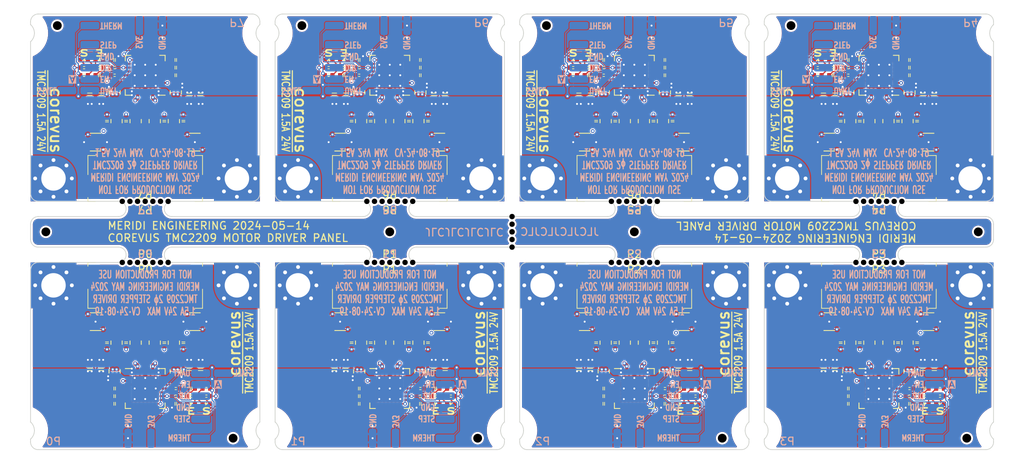
<source format=kicad_pcb>
(kicad_pcb (version 20240108) (generator "pcbnew") (generator_version "8.0")
  (layers (0 "F.Cu" signal) (1 "In1.Cu" signal) (2 "In2.Cu" signal) (31 "B.Cu" signal) (34 "B.Paste" user) (35 "F.Paste" user) (36 "B.SilkS" user "B.Silkscreen") (37 "F.SilkS" user "F.Silkscreen") (38 "B.Mask" user) (39 "F.Mask" user) (44 "Edge.Cuts" user))
  (net 0 "")
  (net 1 "Board_0-+24V")
  (net 2 "Board_0-/A1")
  (net 3 "Board_0-/A1'")
  (net 4 "Board_0-/A2")
  (net 5 "Board_0-/A2'")
  (net 6 "Board_0-/B1")
  (net 7 "Board_0-/B1'")
  (net 8 "Board_0-/B2")
  (net 9 "Board_0-/B2'")
  (net 10 "Board_0-/BRA")
  (net 11 "Board_0-/BRB")
  (net 12 "Board_0-/Diag")
  (net 13 "Board_0-/Dir")
  (net 14 "Board_0-/Step")
  (net 15 "Board_0-/THERM")
  (net 16 "Board_0-/UART")
  (net 17 "Board_0-/~{En}")
  (net 18 "Board_0-GND")
  (net 19 "Board_0-Net-(D1-K)")
  (net 20 "Board_0-Net-(D2-K)")
  (net 21 "Board_0-Net-(U1-5VOUT)")
  (net 22 "Board_0-Net-(U1-CPI)")
  (net 23 "Board_0-Net-(U1-CPO)")
  (net 24 "Board_0-Net-(U1-VCP)")
  (net 25 "Board_0-VCC")
  (net 26 "Board_0-unconnected-(U1-CLK-Pad13)")
  (net 27 "Board_0-unconnected-(U1-INDEX-Pad12)")
  (net 28 "Board_0-unconnected-(U1-MS1-Pad9)")
  (net 29 "Board_0-unconnected-(U1-MS2-Pad10)")
  (net 30 "Board_0-unconnected-(U1-SPREAD-Pad7)")
  (net 31 "Board_0-unconnected-(U1-STDBY-Pad20)")
  (net 32 "Board_0-unconnected-(U1-VREF-Pad17)")
  (net 33 "Board_1-+24V")
  (net 34 "Board_1-/A1")
  (net 35 "Board_1-/A1'")
  (net 36 "Board_1-/A2")
  (net 37 "Board_1-/A2'")
  (net 38 "Board_1-/B1")
  (net 39 "Board_1-/B1'")
  (net 40 "Board_1-/B2")
  (net 41 "Board_1-/B2'")
  (net 42 "Board_1-/BRA")
  (net 43 "Board_1-/BRB")
  (net 44 "Board_1-/Diag")
  (net 45 "Board_1-/Dir")
  (net 46 "Board_1-/Step")
  (net 47 "Board_1-/THERM")
  (net 48 "Board_1-/UART")
  (net 49 "Board_1-/~{En}")
  (net 50 "Board_1-GND")
  (net 51 "Board_1-Net-(D1-K)")
  (net 52 "Board_1-Net-(D2-K)")
  (net 53 "Board_1-Net-(U1-5VOUT)")
  (net 54 "Board_1-Net-(U1-CPI)")
  (net 55 "Board_1-Net-(U1-CPO)")
  (net 56 "Board_1-Net-(U1-VCP)")
  (net 57 "Board_1-VCC")
  (net 58 "Board_1-unconnected-(U1-CLK-Pad13)")
  (net 59 "Board_1-unconnected-(U1-INDEX-Pad12)")
  (net 60 "Board_1-unconnected-(U1-MS1-Pad9)")
  (net 61 "Board_1-unconnected-(U1-MS2-Pad10)")
  (net 62 "Board_1-unconnected-(U1-SPREAD-Pad7)")
  (net 63 "Board_1-unconnected-(U1-STDBY-Pad20)")
  (net 64 "Board_1-unconnected-(U1-VREF-Pad17)")
  (net 65 "Board_2-+24V")
  (net 66 "Board_2-/A1")
  (net 67 "Board_2-/A1'")
  (net 68 "Board_2-/A2")
  (net 69 "Board_2-/A2'")
  (net 70 "Board_2-/B1")
  (net 71 "Board_2-/B1'")
  (net 72 "Board_2-/B2")
  (net 73 "Board_2-/B2'")
  (net 74 "Board_2-/BRA")
  (net 75 "Board_2-/BRB")
  (net 76 "Board_2-/Diag")
  (net 77 "Board_2-/Dir")
  (net 78 "Board_2-/Step")
  (net 79 "Board_2-/THERM")
  (net 80 "Board_2-/UART")
  (net 81 "Board_2-/~{En}")
  (net 82 "Board_2-GND")
  (net 83 "Board_2-Net-(D1-K)")
  (net 84 "Board_2-Net-(D2-K)")
  (net 85 "Board_2-Net-(U1-5VOUT)")
  (net 86 "Board_2-Net-(U1-CPI)")
  (net 87 "Board_2-Net-(U1-CPO)")
  (net 88 "Board_2-Net-(U1-VCP)")
  (net 89 "Board_2-VCC")
  (net 90 "Board_2-unconnected-(U1-CLK-Pad13)")
  (net 91 "Board_2-unconnected-(U1-INDEX-Pad12)")
  (net 92 "Board_2-unconnected-(U1-MS1-Pad9)")
  (net 93 "Board_2-unconnected-(U1-MS2-Pad10)")
  (net 94 "Board_2-unconnected-(U1-SPREAD-Pad7)")
  (net 95 "Board_2-unconnected-(U1-STDBY-Pad20)")
  (net 96 "Board_2-unconnected-(U1-VREF-Pad17)")
  (net 97 "Board_3-+24V")
  (net 98 "Board_3-/A1")
  (net 99 "Board_3-/A1'")
  (net 100 "Board_3-/A2")
  (net 101 "Board_3-/A2'")
  (net 102 "Board_3-/B1")
  (net 103 "Board_3-/B1'")
  (net 104 "Board_3-/B2")
  (net 105 "Board_3-/B2'")
  (net 106 "Board_3-/BRA")
  (net 107 "Board_3-/BRB")
  (net 108 "Board_3-/Diag")
  (net 109 "Board_3-/Dir")
  (net 110 "Board_3-/Step")
  (net 111 "Board_3-/THERM")
  (net 112 "Board_3-/UART")
  (net 113 "Board_3-/~{En}")
  (net 114 "Board_3-GND")
  (net 115 "Board_3-Net-(D1-K)")
  (net 116 "Board_3-Net-(D2-K)")
  (net 117 "Board_3-Net-(U1-5VOUT)")
  (net 118 "Board_3-Net-(U1-CPI)")
  (net 119 "Board_3-Net-(U1-CPO)")
  (net 120 "Board_3-Net-(U1-VCP)")
  (net 121 "Board_3-VCC")
  (net 122 "Board_3-unconnected-(U1-CLK-Pad13)")
  (net 123 "Board_3-unconnected-(U1-INDEX-Pad12)")
  (net 124 "Board_3-unconnected-(U1-MS1-Pad9)")
  (net 125 "Board_3-unconnected-(U1-MS2-Pad10)")
  (net 126 "Board_3-unconnected-(U1-SPREAD-Pad7)")
  (net 127 "Board_3-unconnected-(U1-STDBY-Pad20)")
  (net 128 "Board_3-unconnected-(U1-VREF-Pad17)")
  (net 129 "Board_4-+24V")
  (net 130 "Board_4-/A1")
  (net 131 "Board_4-/A1'")
  (net 132 "Board_4-/A2")
  (net 133 "Board_4-/A2'")
  (net 134 "Board_4-/B1")
  (net 135 "Board_4-/B1'")
  (net 136 "Board_4-/B2")
  (net 137 "Board_4-/B2'")
  (net 138 "Board_4-/BRA")
  (net 139 "Board_4-/BRB")
  (net 140 "Board_4-/Diag")
  (net 141 "Board_4-/Dir")
  (net 142 "Board_4-/Step")
  (net 143 "Board_4-/THERM")
  (net 144 "Board_4-/UART")
  (net 145 "Board_4-/~{En}")
  (net 146 "Board_4-GND")
  (net 147 "Board_4-Net-(D1-K)")
  (net 148 "Board_4-Net-(D2-K)")
  (net 149 "Board_4-Net-(U1-5VOUT)")
  (net 150 "Board_4-Net-(U1-CPI)")
  (net 151 "Board_4-Net-(U1-CPO)")
  (net 152 "Board_4-Net-(U1-VCP)")
  (net 153 "Board_4-VCC")
  (net 154 "Board_4-unconnected-(U1-CLK-Pad13)")
  (net 155 "Board_4-unconnected-(U1-INDEX-Pad12)")
  (net 156 "Board_4-unconnected-(U1-MS1-Pad9)")
  (net 157 "Board_4-unconnected-(U1-MS2-Pad10)")
  (net 158 "Board_4-unconnected-(U1-SPREAD-Pad7)")
  (net 159 "Board_4-unconnected-(U1-STDBY-Pad20)")
  (net 160 "Board_4-unconnected-(U1-VREF-Pad17)")
  (net 161 "Board_5-+24V")
  (net 162 "Board_5-/A1")
  (net 163 "Board_5-/A1'")
  (net 164 "Board_5-/A2")
  (net 165 "Board_5-/A2'")
  (net 166 "Board_5-/B1")
  (net 167 "Board_5-/B1'")
  (net 168 "Board_5-/B2")
  (net 169 "Board_5-/B2'")
  (net 170 "Board_5-/BRA")
  (net 171 "Board_5-/BRB")
  (net 172 "Board_5-/Diag")
  (net 173 "Board_5-/Dir")
  (net 174 "Board_5-/Step")
  (net 175 "Board_5-/THERM")
  (net 176 "Board_5-/UART")
  (net 177 "Board_5-/~{En}")
  (net 178 "Board_5-GND")
  (net 179 "Board_5-Net-(D1-K)")
  (net 180 "Board_5-Net-(D2-K)")
  (net 181 "Board_5-Net-(U1-5VOUT)")
  (net 182 "Board_5-Net-(U1-CPI)")
  (net 183 "Board_5-Net-(U1-CPO)")
  (net 184 "Board_5-Net-(U1-VCP)")
  (net 185 "Board_5-VCC")
  (net 186 "Board_5-unconnected-(U1-CLK-Pad13)")
  (net 187 "Board_5-unconnected-(U1-INDEX-Pad12)")
  (net 188 "Board_5-unconnected-(U1-MS1-Pad9)")
  (net 189 "Board_5-unconnected-(U1-MS2-Pad10)")
  (net 190 "Board_5-unconnected-(U1-SPREAD-Pad7)")
  (net 191 "Board_5-unconnected-(U1-STDBY-Pad20)")
  (net 192 "Board_5-unconnected-(U1-VREF-Pad17)")
  (net 193 "Board_6-+24V")
  (net 194 "Board_6-/A1")
  (net 195 "Board_6-/A1'")
  (net 196 "Board_6-/A2")
  (net 197 "Board_6-/A2'")
  (net 198 "Board_6-/B1")
  (net 199 "Board_6-/B1'")
  (net 200 "Board_6-/B2")
  (net 201 "Board_6-/B2'")
  (net 202 "Board_6-/BRA")
  (net 203 "Board_6-/BRB")
  (net 204 "Board_6-/Diag")
  (net 205 "Board_6-/Dir")
  (net 206 "Board_6-/Step")
  (net 207 "Board_6-/THERM")
  (net 208 "Board_6-/UART")
  (net 209 "Board_6-/~{En}")
  (net 210 "Board_6-GND")
  (net 211 "Board_6-Net-(D1-K)")
  (net 212 "Board_6-Net-(D2-K)")
  (net 213 "Board_6-Net-(U1-5VOUT)")
  (net 214 "Board_6-Net-(U1-CPI)")
  (net 215 "Board_6-Net-(U1-CPO)")
  (net 216 "Board_6-Net-(U1-VCP)")
  (net 217 "Board_6-VCC")
  (net 218 "Board_6-unconnected-(U1-CLK-Pad13)")
  (net 219 "Board_6-unconnected-(U1-INDEX-Pad12)")
  (net 220 "Board_6-unconnected-(U1-MS1-Pad9)")
  (net 221 "Board_6-unconnected-(U1-MS2-Pad10)")
  (net 222 "Board_6-unconnected-(U1-SPREAD-Pad7)")
  (net 223 "Board_6-unconnected-(U1-STDBY-Pad20)")
  (net 224 "Board_6-unconnected-(U1-VREF-Pad17)")
  (net 225 "Board_7-+24V")
  (net 226 "Board_7-/A1")
  (net 227 "Board_7-/A1'")
  (net 228 "Board_7-/A2")
  (net 229 "Board_7-/A2'")
  (net 230 "Board_7-/B1")
  (net 231 "Board_7-/B1'")
  (net 232 "Board_7-/B2")
  (net 233 "Board_7-/B2'")
  (net 234 "Board_7-/BRA")
  (net 235 "Board_7-/BRB")
  (net 236 "Board_7-/Diag")
  (net 237 "Board_7-/Dir")
  (net 238 "Board_7-/Step")
  (net 239 "Board_7-/THERM")
  (net 240 "Board_7-/UART")
  (net 241 "Board_7-/~{En}")
  (net 242 "Board_7-GND")
  (net 243 "Board_7-Net-(D1-K)")
  (net 244 "Board_7-Net-(D2-K)")
  (net 245 "Board_7-Net-(U1-5VOUT)")
  (net 246 "Board_7-Net-(U1-CPI)")
  (net 247 "Board_7-Net-(U1-CPO)")
  (net 248 "Board_7-Net-(U1-VCP)")
  (net 249 "Board_7-VCC")
  (net 250 "Board_7-unconnected-(U1-CLK-Pad13)")
  (net 251 "Board_7-unconnected-(U1-INDEX-Pad12)")
  (net 252 "Board_7-unconnected-(U1-MS1-Pad9)")
  (net 253 "Board_7-unconnected-(U1-MS2-Pad10)")
  (net 254 "Board_7-unconnected-(U1-SPREAD-Pad7)")
  (net 255 "Board_7-unconnected-(U1-STDBY-Pad20)")
  (net 256 "Board_7-unconnected-(U1-VREF-Pad17)")
  (footprint "Resistor_SMD:R_0805_2012Metric" (layer "F.Cu") (at 195.25 8.512772 90)
    (property "Reference" "FB2" (hide yes))
    (property "Value" "30Ω@100MHz")
  )
  (footprint "NPTH" (layer "F.Cu") (at 167.5 27.0005)
    (property "Reference" "KiKit_MB_5_7" (hide yes))
    (property "Value" "NPTH" (hide yes))
  )
  (footprint "AlphaLib:0402C" (layer "F.Cu") (at 128.5 45.5005)
    (property "Reference" "C2" (hide yes))
    (property "Value" "1μF")
  )
  (footprint "NPTH" (layer "F.Cu") (at 162.5 27.0005)
    (property "Reference" "KiKit_MB_5_2" (hide yes))
    (property "Value" "NPTH" (hide yes))
  )
  (footprint "AlphaLib:0402R" (layer "F.Cu") (at 104.5 43.5005 180)
    (property "Reference" "TH1" (hide yes))
    (property "Value" "10kΩ 3950K")
  )
  (footprint "AlphaLib:0402C" (layer "F.Cu") (at 136.5 0.512772 180)
    (property "Reference" "C2" (hide yes))
    (property "Value" "1μF")
  )
  (footprint "Resistor_SMD:R_0805_2012Metric" (layer "F.Cu") (at 104.25 8.512772 90)
    (property "Reference" "FB4" (hide yes))
    (property "Value" "30Ω@100MHz")
  )
  (footprint "AlphaLib:0402R" (layer "F.Cu") (at 156.5 2.512772)
    (property "Reference" "R20" (hide yes))
    (property "Value" "4.7kΩ")
  )
  (footprint "AlphaLib:0402R" (layer "F.Cu") (at 108.5 44.5005)
    (property "Reference" "R16" (hide yes))
    (property "Value" "4.7kΩ")
  )
  (footprint "AlphaLib:0402C" (layer "F.Cu") (at 126.500001 2.512772)
    (property "Reference" "C13" (hide yes))
    (property "Value" "1μF")
  )
  (footprint "AlphaLib:0402LED" (layer "F.Cu") (at 204.5 45.5005 180)
    (property "Reference" "D2" (hide yes))
    (property "Value" "Green")
  )
  (footprint "Resistor_SMD:R_0805_2012Metric" (layer "F.Cu") (at 195.25 37.5005 -90)
    (property "Reference" "FB3" (hide yes))
    (property "Value" "30Ω@100MHz")
  )
  (footprint "AlphaLib:0402C" (layer "F.Cu") (at 96.5 45.5005)
    (property "Reference" "C2" (hide yes))
    (property "Value" "1μF")
  )
  (footprint "AlphaLib:0402LED" (layer "F.Cu") (at 106.5 45.5005 180)
    (property "Reference" "D1" (hide yes))
    (property "Value" "Red")
  )
  (footprint "" (layer "F.Cu") (at 164.5 23)
    (property "Reference" "")
    (property "Value" "")
  )
  (footprint "AlphaLib:0402C" (layer "F.Cu") (at 128.5 44.5005 180)
    (property "Reference" "C3" (hide yes))
    (property "Value" "100nF 16V")
  )
  (footprint "Resistor_SMD:R_0805_2012Metric" (layer "F.Cu") (at 165.75 37.5005 -90)
    (property "Reference" "FB2" (hide yes))
    (property "Value" "30Ω@100MHz")
  )
  (footprint "PCM_ME_passives:0402C" (layer "F.Cu") (at 191.5 37.5005 90)
    (property "Reference" "C12" (hide yes))
    (property "Value" "1nF 100V")
  )
  (footprint "PCM_ME_passives:0402C" (layer "F.Cu") (at 162 37.5005 90)
    (property "Reference" "C11" (hide yes))
    (property "Value" "1nF 100V")
  )
  (footprint "AlphaLib:0402C" (layer "F.Cu") (at 200.5 2.512772)
    (property "Reference" "C4" (hide yes))
    (property "Value" "22nF 50V")
  )
  (footprint "AlphaLib:0402R" (layer "F.Cu") (at 92.5 2.512772)
    (property "Reference" "R20" (hide yes))
    (property "Value" "4.7kΩ")
  )
  (footprint "PCM_ME_passives:0402C" (layer "F.Cu") (at 105.5 37.5005 90)
    (property "Reference" "C9" (hide yes))
    (property "Value" "1nF 100V")
  )
  (footprint "Package_TO_SOT_SMD:SOT-363_SC-70-6" (layer "F.Cu") (at 139 11.262772)
    (property "Reference" "D4" (hide yes))
    (property "Value" "BAV99S")
  )
  (footprint "PCM_ME_passives:0402C" (layer "F.Cu") (at 167 8.512772 -90)
    (property "Reference" "C11" (hide yes))
    (property "Value" "1nF 100V")
  )
  (footprint "NPTH" (layer "F.Cu") (at 148.5 23 -90)
    (property "Reference" "KiKit_MB_11_3" (hide yes))
    (property "Value" "NPTH" (hide yes))
  )
  (footprint "Package_TO_SOT_SMD:SOT-363_SC-70-6" (layer "F.Cu") (at 126 34.7505 180)
    (property "Reference" "D4" (hide yes))
    (property "Value" "BAV99S")
  )
  (footprint "Resistor_SMD:R_0805_2012Metric" (layer "F.Cu") (at 168.5 41.2505 -90)
    (property "Reference" "R4" (hide yes))
    (property "Value" "100mΩ")
  )
  (footprint "Resistor_SMD:R_0805_2012Metric" (layer "F.Cu") (at 104.5 41.2505 -90)
    (property "Reference" "R4" (hide yes))
    (property "Value" "100mΩ")
  )
  (footprint "NPTH" (layer "F.Cu") (at 162.5 19.012772 180)
    (property "Reference" "KiKit_MB_11_6" (hide yes))
    (property "Value" "NPTH" (hide yes))
  )
  (footprint "corevus:TMC220x" (layer "F.Cu") (at 196.5 2.512772 180)
    (property "Reference" "U1" (hide yes))
    (property "Value" "TMC2209-LA")
  )
  (footprint "corevus:ToolingHole" (layer "F.Cu") (at 112 50.0005)
    (property "Reference" "H3" (hide yes))
    (property "Value" "Tooling Hole")
  )
  (footprint "AlphaLib:0402C" (layer "F.Cu") (at 200.5 0.512772 180)
    (property "Reference" "C2" (hide yes))
    (property "Value" "1μF")
  )
  (footprint "AlphaLib:0402R" (layer "F.Cu") (at 106.5 44.5005 180)
    (property "Reference" "R1" (hide yes))
    (property "Value" "4.7kΩ")
  )
  (footprint "AlphaLib:0402LED" (layer "F.Cu") (at 158.5 0.512772)
    (property "Reference" "D1" (hide yes))
    (property "Value" "Red")
  )
  (footprint "Resistor_SMD:R_0805_2012Metric" (layer "F.Cu") (at 160.75 8.512772 90)
    (property "Reference" "FB1" (hide yes))
    (property "Value" "30Ω@100MHz")
  )
  (footprint "NPTH" (layer "F.Cu") (at 196.5 27.0005)
    (property "Reference" "KiKit_MB_7_4" (hide yes))
    (property "Value" "NPTH" (hide yes))
  )
  (footprint "PCM_ME_passives:0402C" (layer "F.Cu") (at 199 8.512772 -90)
    (property "Reference" "C11" (hide yes))
    (property "Value" "1nF 100V")
  )
  (footprint "NPTH" (layer "F.Cu") (at 165.5 19.012772 180)
    (property "Reference" "KiKit_MB_11_3" (hide yes))
    (property "Value" "NPTH" (hide yes))
  )
  (footprint "AlphaLib:0603C" (layer "F.Cu") (at 107.749999 5.012772 -90)
    (property "Reference" "C8" (hide yes))
    (property "Value" "1μF 50V")
  )
  (footprint "AlphaLib:0603C" (layer "F.Cu") (at 125.25 5 -90)
    (property "Reference" "C5" (hide yes))
    (property "Value" "1μF 50V")
  )
  (footprint "Resistor_SMD:R_0805_2012Metric" (layer "F.Cu") (at 136.25 37.5005 -90)
    (property "Reference" "FB1" (hide yes))
    (property "Value" "30Ω@100MHz")
  )
  (footprint "AlphaLib:0402C" (layer "F.Cu") (at 104.5 2.512772)
    (property "Reference" "C4" (hide yes))
    (property "Value" "22nF 50V")
  )
  (footprint "NPTH" (layer "F.Cu") (at 129.5 19.012772 180)
    (property "Reference" "KiKit_MB_13_7" (hide yes))
    (property "Value" "NPTH" (hide yes))
  )
  (footprint "AlphaLib:0603C" (layer "F.Cu") (at 170.25 5.012772 -90)
    (property "Reference" "C7" (hide yes))
    (property "Value" "1μF 50V")
  )
  (footprint "Package_TO_SOT_SMD:SOT-363_SC-70-6" (layer "F.Cu") (at 107 34.7505)
    (property "Reference" "D3" (hide yes))
    (property "Value" "BAV99S")
  )
  (footprint "Resistor_SMD:R_0805_2012Metric" (layer "F.Cu") (at 131.25 8.512772 90)
    (property "Reference" "FB2" (hide yes))
    (property "Value" "30Ω@100MHz")
  )
  (footprint "NPTH" (layer "F.Cu") (at 133.5 27.0005)
    (property "Reference" "KiKit_MB_3_5" (hide yes))
    (property "Value" "NPTH" (hide yes))
  )
  (footprint "AlphaLib:0603C" (layer "F.Cu") (at 126.75 5 -90)
    (property "Reference" "C6" (hide yes))
    (property "Value" "1μF 50V")
  )
  (footprint "AlphaLib:0402LED" (layer "F.Cu") (at 188.5 0.512773)
    (property "Reference" "D2" (hide yes))
    (property "Value" "Green")
  )
  (footprint "AlphaLib:0402R" (layer "F.Cu") (at 136.5 44.5005)
    (property "Reference" "R2" (hide yes))
    (property "Value" "10kΩ")
  )
  (footprint "AlphaLib:0402C" (layer "F.Cu") (at 192.5 45.5005)
    (property "Reference" "C2" (hide yes))
    (property "Value" "1μF")
  )
  (footprint "NPTH" (layer "F.Cu") (at 130.5 19.012772 180)
    (property "Reference" "KiKit_MB_13_6" (hide yes))
    (property "Value" "NPTH" (hide yes))
  )
  (footprint "NPTH" (layer "F.Cu") (at 131.5 27.0005)
    (property "Reference" "KiKit_MB_3_3" (hide yes))
    (property "Value" "NPTH" (hide yes))
  )
  (footprint "NPTH" (layer "F.Cu") (at 101.5 19.012772 180)
    (property "Reference" "KiKit_MB_15_3" (hide yes))
    (property "Value" "NPTH" (hide yes))
  )
  (footprint "Resistor_SMD:R_0805_2012Metric" (layer "F.Cu") (at 131.25 37.5005 -90)
    (property "Reference" "FB3" (hide yes))
    (property "Value" "30Ω@100MHz")
  )
  (footprint "AlphaLib:0603C" (layer "F.Cu") (at 94.75 5 -90)
    (property "Reference" "C6" (hide yes))
    (property "Value" "1μF 50V")
  )
  (footprint "NPTH" (layer "F.Cu") (at 148.5 23 -90)
    (property "Reference" "KiKit_MB_11_4" (hide yes))
    (property "Value" "NPTH" (hide yes))
  )
  (footprint "AlphaLib:0402LED" (layer "F.Cu") (at 108.5 45.5005 180)
    (property "Reference" "D2" (hide yes))
    (property "Value" "Green")
  )
  (footprint "AlphaLib:0402R" (layer "F.Cu") (at 124.5 1.512772 180)
    (property "Reference" "R16" (hide yes))
    (property "Value" "4.7kΩ")
  )
  (footprint "Resistor_SMD:R_0805_2012Metric" (layer "F.Cu") (at 133.75 8.512772 90)
    (property "Reference" "FB3" (hide yes))
    (property "Value" "30Ω@100MHz")
  )
  (footprint "Package_TO_SOT_SMD:SOT-363_SC-70-6" (layer "F.Cu") (at 158.000001 11.262772 180)
    (property "Reference" "D3" (hide yes))
    (property "Value" "BAV99S")
  )
  (footprint "AlphaLib:0402C" (layer "F.Cu") (at 128.500001 0.512772)
    (property "Reference" "C1" (hide yes))
    (property "Value" "1μF")
  )
  (footprint "AlphaLib:0402R" (layer "F.Cu") (at 94.5 1.512772)
    (property "Reference" "R1" (hide yes))
    (property "Value" "4.7kΩ")
  )
  (footprint "corevus:MountingHole_M3_Driver_Corner" (layer "F.Cu") (at 176.5 30.0005)
    (property "Reference" "H2" (hide yes))
    (property "Value" "Gnd")
  )
  (footprint "Resistor_SMD:R_0805_2012Metric" (layer "F.Cu") (at 96.5 41.2505 -90)
    (property "Reference" "R5" (hide yes))
    (property "Value" "100mΩ")
  )
  (footprint "AlphaLib:0402LED" (layer "F.Cu") (at 190.5 0.512772)
    (property "Reference" "D1" (hide yes))
    (property "Value" "Red")
  )
  (footprint "AlphaLib:0402C" (layer "F.Cu") (at 128.5 43.5005 180)
    (property "Reference" "C4" (hide yes))
    (property "Value" "22nF 50V")
  )
  (footprint "Resistor_SMD:R_0805_2012Metric" (layer "F.Cu") (at 96.75 37.5005 -90)
    (property "Reference" "FB4" (hide yes))
    (property "Value" "30Ω@100MHz")
  )
  (footprint "AlphaLib:0603C" (layer "F.Cu") (at 139.749999 5.012772 -90)
    (property "Reference" "C8" (hide yes))
    (property "Value" "1μF 50V")
  )
  (footprint "corevus:XH_1x04_SMD_Vertical" (layer "F.Cu") (at 164.5 31.0005 180)
    (property "Reference" "J1" (hide yes))
    (property "Value" "XH")
  )
  (footprint "corevus:ToolingHole" (layer "F.Cu") (at 89 -3.987228 180)
    (property "Reference" "H3" (hide yes))
    (property "Value" "Tooling Hole")
  )
  (footprint "Resistor_SMD:R_0805_2012Metric" (layer "F.Cu") (at 104.5 4.762772 90)
    (property "Reference" "R5" (hide yes))
    (property "Value" "100mΩ")
  )
  (footprint "AlphaLib:0402R" (layer "F.Cu") (at 200.5 43.5005 180)
    (property "Reference" "TH1" (hide yes))
    (property "Value" "10kΩ 3950K")
  )
  (footprint "Resistor_SMD:R_0805_2012Metric" (layer "F.Cu") (at 192.75 8.512772 90)
    (property "Reference" "FB1" (hide yes))
    (property "Value" "30Ω@100MHz")
  )
  (footprint "AlphaLib:0402R" (layer "F.Cu") (at 156.5 1.512772 180)
    (property "Reference" "R16" (hide yes))
    (property "Value" "4.7kΩ")
  )
  (footprint "NPTH" (layer "F.Cu") (at 132.5 19.012772 180)
    (property "Reference" "KiKit_MB_13_4" (hide yes))
    (property "Value" "NPTH" (hide yes))
  )
  (footprint "corevus:MountingHole_M3_Driver_Corner" (layer "F.Cu") (at 144.5 16.012772 -90)
    (property "Reference" "H1" (hide yes))
    (property "Value" "VM")
  )
  (footprint "AlphaLib:0603C" (layer "F.Cu") (at 171.75 41 90)
    (property "Reference" "C5" (hide yes))
    (property "Value" "1μF 50V")
  )
  (footprint "Package_TO_SOT_SMD:SOT-363_SC-70-6" (layer "F.Cu") (at 139 34.7505)
    (property "Reference" "D3" (hide yes))
    (property "Value" "BAV99S")
  )
  (footprint "AlphaLib:0402LED" (layer "F.Cu") (at 92.5 0.512773)
    (property "Reference" "D2" (hide yes))
    (property "Value" "Green")
  )
  (footprint "PCM_ME_passives:0402C" (layer "F.Cu") (at 201.5 37.5005 90)
    (property "Reference" "C9" (hide yes))
    (property "Value" "1nF 100V")
  )
  (footprint "AlphaLib:0402C" (layer "F.Cu") (at 104.5 0.512772 180)
    (property "Reference" "C2" (hide yes))
    (property "Value" "1μF")
  )
  (footprint "AlphaLib:0402R" (layer "F.Cu") (at 188.5 2.512772)
    (property "Reference" "R20" (hide yes))
    (property "Value" "4.7kΩ")
  )
  (footprint "PCM_ME_passives:0402C" (layer "F.Cu") (at 135 37.5005 90)
    (property "Reference" "C10" (hide yes))
    (property "Value" "1nF 100V")
  )
  (footprint "NPTH" (layer "F.Cu") (at 194.5 27.0005)
    (property "Reference" "KiKit_MB_7_2" (hide yes))
    (property "Value" "NPTH" (hide yes))
  )
  (footprint "corevus:XH_1x04_SMD_Vertical" (layer "F.Cu") (at 196.5 31.0005 180)
    (property "Reference" "J1" (hide yes))
    (property "Value" "XH")
  )
  (footprint "AlphaLib:0603C" (layer "F.Cu") (at 203.75 41 90)
    (property "Reference" "C5" (hide yes))
    (property "Value" "1μF 50V")
  )
  (footprint "NPTH" (layer "F.Cu") (at 163.5 27.0005)
    (property "Reference" "KiKit_MB_5_3" (hide yes))
    (property "Value" "NPTH" (hide yes))
  )
  (footprint "Resistor_SMD:R_0805_2012Metric" (layer "F.Cu") (at 200.25 37.5005 -90)
    (property "Reference" "FB1" (hide yes))
    (property "Value" "30Ω@100MHz")
  )
  (footprint "NPTH" (layer "F.Cu") (at 102.5 19.012772 180)
    (property "Reference" "KiKit_MB_15_2" (hide yes))
    (property "Value" "NPTH" (hide yes))
  )
  (footprint "NPTH" (layer "F.Cu") (at 97.5 27.0005)
    (property "Reference" "KiKit_MB_1_1" (hide yes))
    (property "Value" "NPTH" (hide yes))
  )
  (footprint "Package_TO_SOT_SMD:SOT-363_SC-70-6" (layer "F.Cu") (at 107 11.262772)
    (property "Reference" "D4" (hide yes))
    (property "Value" "BAV99S")
  )
  (footprint "AlphaLib:0402C" (layer "F.Cu") (at 168.5 1.512772)
    (property "Reference" "C3" (hide yes))
    (property "Value" "100nF 16V")
  )
  (footprint "NPTH" (layer "F.Cu") (at 195.499999 19.012772 180)
    (property "Reference" "KiKit_MB_9_5" (hide yes))
    (property "Value" "NPTH" (hide yes))
  )
  (footprint "AlphaLib:0402R" (layer "F.Cu") (at 170.5 44.5005 180)
    (property "Reference" "R1" (hide yes))
    (property "Value" "4.7kΩ")
  )
  (footprint "corevus:MountingHole_M3_Driver_Corner" (layer "F.Cu") (at 184.5 30.0005 90)
    (property "Reference" "H1" (hide yes))
    (property "Value" "VM")
  )
  (footprint "NPTH" (layer "F.Cu") (at 199.500001 19.012772 180)
    (property "Reference" "KiKit_MB_9_1" (hide yes))
    (property "Value" "NPTH" (hide yes))
  )
  (footprint "NPTH" (layer "F.Cu") (at 197.5 19.012772 180)
    (property "Reference" "KiKit_MB_9_3" (hide yes))
    (property "Value" "NPTH" (hide yes))
  )
  (footprint "AlphaLib:0402LED" (layer "F.Cu") (at 138.5 45.5005 180)
    (property "Reference" "D1" (hide yes))
    (property "Value" "Red")
  )
  (footprint "NPTH" (layer "F.Cu") (at 198.5 27.0005)
    (property "Reference" "KiKit_MB_7_6" (hide yes))
    (property "Value" "NPTH" (hide yes))
  )
  (footprint "Resistor_SMD:R_0805_2012Metric" (layer "F.Cu") (at 197.75 37.5005 -90)
    (property "Reference" "FB2" (hide yes))
    (property "Value" "30Ω@100MHz")
  )
  (footprint "NPTH" (layer "F.Cu") (at 164.5 19.012772 180)
    (property "Reference" "KiKit_MB_11_4" (hide yes))
    (property "Value" "NPTH" (hide yes))
  )
  (footprint "corevus:XH_1x04_SMD_Vertical" (layer "F.Cu") (at 196.5 15.012772)
    (property "Reference" "J1" (hide yes))
    (property "Value" "XH")
  )
  (footprint "AlphaLib:0402R" (layer "F.Cu") (at 104.5 44.5005)
    (property "Reference" "R2" (hide yes))
    (property "Value" "10kΩ")
  )
  (footprint "AlphaLib:0603C" (layer "F.Cu") (at 106.25 41 90)
    (property "Reference" "C6" (hide yes))
    (property "Value" "1μF 50V")
  )
  (footprint "AlphaLib:0402LED" (layer "F.Cu") (at 170.5 45.5005 180)
    (property "Reference" "D1" (hide yes))
    (property "Value" "Red")
  )
  (footprint "AlphaLib:0603C" (layer "F.Cu") (at 93.25 41.0005 90)
    (property "Reference" "C8" (hide yes))
    (property "Value" "1μF 50V")
  )
  (footprint "corevus:TMC220x" (layer "F.Cu") (at 196.5 43.5005)
    (property "Reference" "U1" (hide yes))
    (property "Value" "TMC2209-LA")
  )
  (footprint "AlphaLib:0402C" (layer "F.Cu") (at 192.500001 0.512772)
    (property "Reference" "C1" (hide yes))
    (property "Value" "1μF")
  )
  (footprint "AlphaLib:0402R" (layer "F.Cu") (at 168.5 43.5005 180)
    (property "Reference" "TH1" (hide yes))
    (property "Value" "10kΩ 3950K")
  )
  (footprint "corevus:MountingHole_M3_Driver_Corner" (layer "F.Cu") (at 88.5 16.012772 180)
    (property "Reference" "H2" (hide yes))
    (property "Value" "Gnd")
  )
  (footprint "corevus:ToolingHole" (layer "F.Cu") (at 144 50.0005)
    (property "Reference" "H3" (hide yes))
    (property "Value" "Tooling Hole")
  )
  (footprint "AlphaLib:0603C" (layer "F.Cu") (at 106.25 5.012772 -90)
    (property "Reference" "C7" (hide yes))
    (property "Value" "1μF 50V")
  )
  (footprint "PCM_ME_passives:0402C" (layer "F.Cu") (at 103 37.5005 90)
    (property "Reference" "C10" (hide yes))
    (property "Value" "1nF 100V")
  )
  (footprint "NPTH" (layer "F.Cu") (at 103.500001 19.012772 180)
    (property "Reference" "KiKit_MB_15_1" (hide yes))
    (property "Value" "NPTH" (hide yes))
  )
  (footprint "AlphaLib:0402R" (layer "F.Cu") (at 160.5 1.512772 180)
    (property "Reference" "R2" (hide yes))
    (property "Value" "10kΩ")
  )
  (footprint "AlphaLib:0402R" (layer "F.Cu") (at 126.5 1.512772)
    (property "Reference" "R1" (hide yes))
    (property "Value" "4.7kΩ")
  )
  (footprint "PCM_ME_passives:0402C" (layer "F.Cu") (at 169.5 37.5005 90)
    (property "Reference" "C9" (hide yes))
    (property "Value" "1nF 100V")
  )
  (footprint "AlphaLib:0402C" (layer "F.Cu") (at 200.5 45.5005 180)
    (property "Reference" "C1" (hide yes))
    (property "Value" "1μF")
  )
  (footprint "Resistor_SMD:R_0805_2012Metric" (layer "F.Cu") (at 136.25 8.512772 90)
    (property "Reference" "FB4" (hide yes))
    (property "Value" "30Ω@100MHz")
  )
  (footprint "AlphaLib:0603C" (layer "F.Cu") (at 94.75 41.0005 90)
    (property "Reference" "C7" (hide yes))
    (property "Value" "1μF 50V")
  )
  (footprint "Package_TO_SOT_SMD:SOT-363_SC-70-6" (layer "F.Cu") (at 94 11.262772 180)
    (property "Reference" "D3" (hide yes))
    (property "Value" "BAV99S")
  )
  (footprint "Package_TO_SOT_SMD:SOT-363_SC-70-6" (layer "F.Cu") (at 203 11.262772)
    (property "Reference" "D4" (hide yes))
    (property "Value" "BAV99S")
  )
  (footprint "PCM_ME_passives:0402C" (layer "F.Cu") (at 191.5 8.512772 -90)
    (property "Reference" "C9" (hide yes))
    (property "Value" "1nF 100V")
  )
  (footprint "AlphaLib:0402C" (layer "F.Cu") (at 200.5 1.512772)
    (property "Reference" "C3" (hide yes))
    (property "Value" "100nF 16V")
  )
  (footprint "PCM_ME_passives:0402C" (layer "F.Cu") (at 103 8.512772 -90)
    (property "Reference" "C11" (hide yes))
    (property "Value" "1nF 100V")
  )
  (footprint "AlphaLib:0402R" (layer "F.Cu") (at 140.5 43.5005 180)
    (property "Reference" "R20" (hide yes))
    (property "Value" "4.7kΩ")
  )
  (footprint "AlphaLib:0603C" (layer "F.Cu") (at 170.25 41 90)
    (property "Reference" "C6" (hide yes))
    (property "Value" "1μF 50V")
  )
  (footprint "corevus:MountingHole_M3_Driver_Corner" (layer "F.Cu") (at 120.5 16.012772 180)
    (property "Reference" "H2" (hide yes))
    (property "Value" "Gnd")
  )
  (footprint "AlphaLib:0402LED" (layer "F.Cu") (at 94.5 0.512772)
    (property "Reference" "D1" (hide yes))
    (property "Value" "Red")
  )
  (footprint "PCM_ME_passives:0402C" (layer "F.Cu") (at 135 8.512772 -90)
    (property "Reference" "C11" (hide yes))
    (property "Value" "1nF 100V")
  )
  (footprint "AlphaLib:0603C" (layer "F.Cu") (at 189.25 5 -90)
    (property "Reference" "C5" (hide yes))
    (property "Value" "1μF 50V")
  )
  (footprint "PCM_ME_passives:0402C" (layer "F.Cu") (at 201.5 8.512772 -90)
    (property "Reference" "C12" (hide yes))
    (property "Value" "1nF 100V")
  )
  (footprint "AlphaLib:0603C" (layer "F.Cu") (at 190.75 41.0005 90)
    (property "Reference" "C7" (hide yes))
    (property "Value" "1μF 50V")
  )
  (footprint "corevus:MountingHole_M3_Driver_Corner" (layer "F.Cu") (at 112.5 30.0005)
    (property "Reference" "H2" (hide yes))
    (property "Value" "Gnd")
  )
  (footprint "AlphaLib:0402C" (layer "F.Cu") (at 168.5 0.512772 180)
    (property "Reference" "C2" (hide yes))
    (property "Value" "1μF")
  )
  (footprint "NPTH" (layer "F.Cu") (at 135.5 27.0005)
    (property "Reference" "KiKit_MB_3_7" (hide yes))
    (property "Value" "NPTH" (hide yes))
  )
  (footprint "PCM_ME_passives:0402C" (layer "F.Cu") (at 98 37.5005 90)
    (property "Reference" "C11" (hide yes))
    (property "Value" "1nF 100V")
  )
  (footprint "corevus:TMC220x" (layer "F.Cu") (at 100.5 2.512772 180)
    (property "Reference" "U1" (hide yes))
    (property "Value" "TMC2209-LA")
  )
  (footprint "" (layer "F.Cu") (at 87.5 23)
    (property "Reference" "")
    (property "Value" "")
  )
  (footprint "AlphaLib:0402C" (layer "F.Cu") (at 96.5 43.5005 180)
    (property "Reference" "C4" (hide yes))
    (property "Value" "22nF 50V")
  )
  (footprint "NPTH" (layer "F.Cu") (at 130.5 27.0005)
    (property "Reference" "KiKit_MB_3_2" (hide yes))
    (property "Value" "NPTH" (hide yes))
  )
  (footprint "PCM_ME_passives:0402C" (layer "F.Cu") (at 98 8.512772 -90)
    (property "Reference" "C10" (hide yes))
    (property "Value" "1nF 100V")
  )
  (footprint "NPTH" (layer "F.Cu") (at 198.5 19.012772 180)
    (property "Reference" "KiKit_MB_9_2" (hide yes))
    (property "Value" "NPTH" (hide yes))
  )
  (footprint "AlphaLib:0603C" (layer "F.Cu") (at 107.75 41 90)
    (property "Reference" "C5" (hide yes))
    (property "Value" "1μF 50V")
  )
  (footprint "AlphaLib:0402R" (layer "F.Cu") (at 172.5 43.5005 180)
    (property "Reference" "R20" (hide yes))
    (property "Value" "4.7kΩ")
  )
  (footprint "PCM_ME_passives:0402C" (layer "F.Cu") (at 194 37.5005 90)
    (property "Reference" "C11" (hide yes))
    (property "Value" "1nF 100V")
  )
  (footprint "Resistor_SMD:R_0805_2012Metric" (layer "F.Cu") (at 133.75 37.5005 -90)
    (property "Reference" "FB2" (hide yes))
    (property "Value" "30Ω@100MHz")
  )
  (footprint "" (layer "F.Cu") (at 132.5 23)
    (property "Reference" "")
    (property "Value" "")
  )
  (footprint "Resistor_SMD:R_0805_2012Metric" (layer "F.Cu") (at 99.25 37.5005 -90)
    (property "Reference" "FB3" (hide yes))
    (property "Value" "30Ω@100MHz")
  )
  (footprint "NPTH" (layer "F.Cu") (at 99.499999 19.012772 180)
    (property "Reference" "KiKit_MB_15_5" (hide yes))
    (property "Value" "NPTH" (hide yes))
  )
  (footprint "Resistor_SMD:R_0805_2012Metric" (layer "F.Cu") (at 96.75 8.512772 90)
    (property "Reference" "FB1" (hide yes))
    (property "Value" "30Ω@100MHz")
  )
  (footprint "AlphaLib:0402C" (layer "F.Cu") (at 106.499999 43.5005 180)
    (property "Reference" "C13" (hide yes))
    (property "Value" "1μF")
  )
  (footprint "AlphaLib:0402C" (layer "F.Cu") (at 160.5 44.5005 180)
    (property "Reference" "C3" (hide yes))
    (property "Value" "100nF 16V")
  )
  (footprint "AlphaLib:0402R" (layer "F.Cu") (at 158.5 1.512772)
    (property "Reference" "R1" (hide yes))
    (property "Value" "4.7kΩ")
  )
  (footprint "NPTH" (layer "F.Cu") (at 197.5 27.0005)
    (property "Reference" "KiKit_MB_7_5" (hide yes))
    (property "Value" "NPTH" (hide yes))
  )
  (footprint "AlphaLib:0402R" (layer "F.Cu") (at 138.5 44.5005 180)
    (property "Reference" "R1" (hide yes))
    (property "Value" "4.7kΩ")
  )
  (footprint "NPTH" (layer "F.Cu") (at 161.5 27.0005)
    (property "Reference" "KiKit_MB_5_1" (hide yes))
    (property "Value" "NPTH" (hide yes))
  )
  (footprint "Package_TO_SOT_SMD:SOT-363_SC-70-6" (layer "F.Cu") (at 158 34.7505 180)
    (property "Reference" "D4" (hide yes))
    (property "Value" "BAV99S")
  )
  (footprint "AlphaLib:0402R" (layer "F.Cu") (at 92.5 1.512772 180)
    (property "Reference" "R16" (hide yes))
    (property "Value" "4.7kΩ")
  )
  (footprint "Resistor_SMD:R_0805_2012Metric" (layer "F.Cu") (at 101.75 8.512772 90)
    (property "Reference" "FB3" (hide yes))
    (property "Value" "30Ω@100MHz")
  )
  (footprint "AlphaLib:0402C" (layer "F.Cu") (at 160.5 43.5005 180)
    (property "Reference" "C4" (hide yes))
    (property "Value" "22nF 50V")
  )
  (footprint "AlphaLib:0402C" (layer "F.Cu") (at 190.500001 2.512772)
    (property "Reference" "C13" (hide yes))
    (property "Value" "1μF")
  )
  (footprint "Package_TO_SOT_SMD:SOT-363_SC-70-6" (layer "F.Cu") (at 126.000001 11.262772 180)
    (property "Reference" "D3" (hide yes))
    (property "Value" "BAV99S")
  )
  (footprint "corevus:TMC220x" (layer "F.Cu") (at 100.5 43.5005)
    (property "Reference" "U1" (hide yes))
    (property "Value" "TMC2209-LA")
  )
  (footprint "AlphaLib:0402C" (layer "F.Cu") (at 168.5 2.512772)
    (property "Reference" "C4" (hide yes))
    (property "Value" "22nF 50V")
  )
  (footprint "AlphaLib:0603C" (layer "F.Cu") (at 203.749999 5.012772 -90)
    (property "Reference" "C8" (hide yes))
    (property "Value" "1μF 50V")
  )
  (footprint "AlphaLib:0402R" (layer "F.Cu") (at 204.5 44.5005)
    (property "Reference" "R16" (hide yes))
    (property "Value" "4.7kΩ")
  )
  (footprint "NPTH" (layer "F.Cu") (at 132.5 27.0005)
    (property "Reference" "KiKit_MB_3_4" (hide yes))
    (property "Value" "NPTH" (hide yes))
  )
  (footprint "NPTH" (layer "F.Cu") (at 100.5 27.0005)
    (property "Reference" "KiKit_MB_1_4" (hide yes))
    (property "Value" "NPTH" (hide yes))
  )
  (footprint "corevus:MountingHole_M3_Driver_Corner" (layer "F.Cu") (at 208.5 30.0005)
    (property "Reference" "H2" (hide yes))
    (property "Value" "Gnd")
  )
  (footprint "AlphaLib:0402C" (layer "F.Cu") (at 96.500001 0.512772)
    (property "Reference" "C1" (hide yes))
    (property "Value" "1μF")
  )
  (footprint "Resistor_SMD:R_0805_2012Metric" (layer "F.Cu") (at 168.25 8.512772 90)
    (property "Reference" "FB4" (hide yes))
    (property "Value" "30Ω@100MHz")
  )
  (footprint "AlphaLib:0603C" (layer "F.Cu") (at 190.75 5 -90)
    (property "Reference" "C6" (hide yes))
    (property "Value" "1μF 50V")
  )
  (footprint "NPTH" (layer "F.Cu") (at 135.500001 19.012772 180)
    (property "Reference" "KiKit_MB_13_1" (hide yes))
    (property "Value" "NPTH" (hide yes))
  )
  (footprint "AlphaLib:0402C" (layer "F.Cu") (at 94.500001 2.512772)
    (property "Reference" "C13" (hide yes))
    (property "Value" "1μF")
  )
  (footprint "corevus:MountingHole_M3_Driver_Corner" (layer "F.Cu") (at 184.5 16.012772 180)
    (property "Reference" "H2" (hide yes))
    (property "Value" "Gnd")
  )
  (footprint "AlphaLib:0402LED" (layer "F.Cu") (at 172.5 45.5005 180)
    (property "Reference" "D2" (hide yes))
    (property "Value" "Green")
  )
  (footprint "AlphaLib:0603C" (layer "F.Cu") (at 158.75 41.0005 90)
    (property "Reference" "C7" (hide yes))
    (property "Value" "1μF 50V")
  )
  (footprint "Resistor_SMD:R_0805_2012Metric" (layer "F.Cu") (at 200.5 4.762772 90)
    (property "Reference" "R5" (hide yes))
    (property "Value" "100mΩ")
  )
  (footprint "NPTH" (layer "F.Cu") (at 133.5 19.012772 180)
    (property "Reference" "KiKit_MB_13_3" (hide yes))
    (property "Value" "NPTH" (hide yes))
  )
  (footprint "corevus:MountingHole_M3_Driver_Corner" (layer "F.Cu") (at 208.5 16.012772 -90)
    (property "Reference" "H1" (hide yes))
    (property "Value" "VM")
  )
  (footprint "NPTH" (layer "F.Cu") (at 134.5 27.0005)
    (property "Reference" "KiKit_MB_3_6" (hide yes))
    (property "Value" "NPTH" (hide yes))
  )
  (footprint "AlphaLib:0603C" (layer "F.Cu") (at 189.25 41.0005 90)
    (property "Reference" "C8" (hide yes))
    (property "Value" "1μF 50V")
  )
  (footprint "corevus:MountingHole_M3_Driver_Corner" (layer "F.Cu") (at 120.5 30.0005 90)
    (property "Reference" "H1" (hide yes))
    (property "Value" "VM")
  )
  (footprint "AlphaLib:0603C" (layer "F.Cu") (at 93.25 5 -90)
    (property "Reference" "C5" (hide yes))
    (property "Value" "1μF 50V")
  )
  (footprint "corevus:TMC220x" (layer "F.Cu") (at 132.5 43.5005)
    (property "Reference" "U1" (hide yes))
    (property "Value" "TMC2209-LA")
  )
  (footprint "NPTH" (layer "F.Cu") (at 194.5 19.012772 180)
    (property "Reference" "KiKit_MB_9_6" (hide yes))
    (property "Value" "NPTH" (hide yes))
  )
  (footprint "NPTH" (layer "F.Cu") (at 165.5 27.0005)
    (property "Reference" "KiKit_MB_5_5" (hide yes))
    (property "Value" "NPTH" (hide yes))
  )
  (footprint "PCM_ME_passives:0402C" (layer "F.Cu") (at 159.5 37.5005 90)
    (property "Reference" "C12" (hide yes))
    (property "Value" "1nF 100V")
  )
  (footprint "AlphaLib:0603C" (layer "F.Cu") (at 202.25 5.012772 -90)
    (property "Reference" "C7" (hide yes))
    (property "Value" "1μF 50V")
  )
  (footprint "AlphaLib:0402C" (layer "F.Cu") (at 192.5 44.5005 180)
    (property "Reference" "C3" (hide yes))
    (property "Value" "100nF 16V")
  )
  (footprint "Resistor_SMD:R_0805_2012Metric" (layer "F.Cu") (at 192.5 4.762771 90)
    (property "Reference" "R4" (hide yes))
    (property "Value" "100mΩ")
  )
  (footprint "AlphaLib:0603C" (layer "F.Cu") (at 138.25 41 90)
    (property "Reference" "C6" (hide yes))
    (property "Value" "1μF 50V")
  )
  (footprint "AlphaLib:0402R" (layer "F.Cu") (at 188.5 1.512772 180)
    (property "Reference" "R16" (hide yes))
    (property "Value" "4.7kΩ")
  )
  (footprint "NPTH" (layer "F.Cu") (at 196.5 19.012772 180)
    (property "Reference" "KiKit_MB_9_4" (hide yes))
    (property "Value" "NPTH" (hide yes))
  )
  (footprint "NPTH" (layer "F.Cu") (at 101.5 27.0005)
    (property "Reference" "KiKit_MB_1_5" (hide yes))
    (property "Value" "NPTH" (hide yes))
  )
  (footprint "AlphaLib:0402R" (layer "F.Cu") (at 96.5 1.512772 180)
    (property "Reference" "R2" (hide yes))
    (property "Value" "10kΩ")
  )
  (footprint "Resistor_SMD:R_0805_2012Metric" (layer "F.Cu") (at 200.25 8.512772 90)
    (property "Reference" "FB4" (hide yes))
    (property "Value" "30Ω@100MHz")
  )
  (footprint "AlphaLib:0402C" (layer "F.Cu") (at 160.5 45.5005)
    (property "Reference" "C2" (hide yes))
    (property "Value" "1μF")
  )
  (footprint "corevus:XH_1x04_SMD_Vertical" (layer "F.Cu") (at 164.5 15.012772)
    (property "Reference" "J1" (hide yes))
    (property "Value" "XH")
  )
  (footprint "Resistor_SMD:R_0805_2012Metric" (layer "F.Cu") (at 101.75 37.5005 -90)
    (property "Reference" "FB2" (hide yes))
    (property "Value" "30Ω@100MHz")
  )
  (footprint "AlphaLib:0402LED" (layer "F.Cu") (at 126.5 0.512772)
    (property "Reference" "D1" (hide yes))
    (property "Value" "Red")
  )
  (footprint "AlphaLib:0402R" (layer "F.Cu") (at 192.5 2.512772)
    (property "Reference" "TH1" (hide yes))
    (property "Value" "10kΩ 3950K")
  )
  (footprint "NPTH" (layer "F.Cu") (at 129.5 27.0005)
    (property "Reference" "KiKit_MB_3_1" (hide yes))
    (property "Value" "NPTH" (hide yes))
  )
  (footprint "AlphaLib:0603C" (layer "F.Cu") (at 171.749999 5.012772 -90)
    (property "Reference" "C8" (hide yes))
    (property "Value" "1μF 50V")
  )
  (footprint "AlphaLib:0603C" (layer "F.Cu") (at 202.25 41 90)
    (property "Reference" "C6" (hide yes))
    (property "Value" "1μF 50V")
  )
  (footprint "corevus:XH_1x04_SMD_Vertical" (layer "F.Cu") (at 132.5 15.012772)
    (property "Reference" "J1" (hide yes))
    (property "Value" "XH")
  )
  (footprint "PCM_ME_passives:0402C" (layer "F.Cu") (at 95.5 8.512772 -90)
    (property "Reference" "C9" (hide yes))
    (property "Value" "1nF 100V")
  )
  (footprint "AlphaLib:0402R" (layer "F.Cu") (at 190.5 1.512772)
    (property "Reference" "R1" (hide yes))
    (property "Value" "4.7kΩ")
  )
  (footprint "corevus:MountingHole_M3_Driver_Corner" (layer "F.Cu") (at 152.5 16.012772 180)
    (property "Reference" "H2" (hide yes))
    (property "Value" "Gnd")
  )
  (footprint "AlphaLib:0402R" (layer "F.Cu") (at 96.5 2.512772)
    (property "Reference" "TH1" (hide yes))
    (property "Value" "10kΩ 3950K")
  )
  (footprint "NPTH" (layer "F.Cu") (at 193.5 19.012772 180)
    (property "Reference" "KiKit_MB_9_7" (hide yes))
    (property "Value" "NPTH" (hide yes))
  )
  (footprint "AlphaLib:0402C" (layer "F.Cu") (at 104.5 45.5005 180)
    (property "Reference" "C1" (hide yes))
    (property "Value" "1μF")
  )
  (footprint "PCM_ME_passives:0402C" (layer "F.Cu") (at 95.5 37.5005 90)
    (property "Reference" "C12" (hide yes))
    (property "Value" "1nF 100V")
  )
  (footprint "NPTH" (layer "F.Cu") (at 131.499999 19.012772 180)
    (property "Reference" "KiKit_MB_13_5" (hide yes))
    (property "Value" "NPTH" (hide yes))
  )
  (footprint "corevus:ToolingHole" (layer "F.Cu") (at 185 -3.987228 180)
    (property "Reference" "H3" (hide yes))
    (property "Value" "Tooling Hole")
  )
  (footprint "AlphaLib:0603C" (layer "F.Cu") (at 126.75 41.0005 90)
    (property "Reference" "C7" (hide yes))
    (property "Value" "1μF 50V")
  )
  (footprint "corevus:XH_1x04_SMD_Vertical" (layer "F.Cu") (at 100.5 15.012772)
    (property "Reference" "J1" (hide yes))
    (property "Value" "XH")
  )
  (footprint "PCM_ME_passives:0402C" (layer "F.Cu") (at 162 8.512772 -90)
    (property "Reference" "C10" (hide yes))
    (property "Value" "1nF 100V")
  )
  (footprint "corevus:ToolingHole" (layer "F.Cu") (at 153 -3.987228 180)
    (property "Reference" "H3" (hide yes))
    (property "Value" "Tooling Hole")
  )
  (footprint "AlphaLib:0402LED" (layer "F.Cu") (at 140.5 45.5005 180)
    (property "Reference" "D2" (hide yes))
    (property "Value" "Green")
  )
  (footprint "AlphaLib:0402C" (layer "F.Cu") (at 158.500001 2.512772)
    (property "Reference" "C13" (hide yes))
    (property "Value" "1μF")
  )
  (footprint "Resistor_SMD:R_0805_2012Metric" (layer "F.Cu") (at 128.5 4.762771 90)
    (property "Reference" "R4" (hide yes))
    (property "Value" "100mΩ")
  )
  (footprint "Resistor_SMD:R_0805_2012Metric" (layer "F.Cu") (at 128.5 41.2505 -90)
    (property "Reference" "R5" (hide yes))
    (property "Value" "100mΩ")
  )
  (footprint "NPTH" (layer "F.Cu") (at 166.5 19.012772 180)
    (property "Reference" "KiKit_MB_11_2" (hide yes))
    (property "Value" "NPTH" (hide yes))
  )
  (footprint "corevus:TMC220x" (layer "F.Cu") (at 164.5 2.512772 180)
    (property "Reference" "U1" (hide yes))
    (property "Value" "TMC2209-LA")
  )
  (footprint "Resistor_SMD:R_0805_2012Metric" (layer "F.Cu") (at 165.75 8.512772 90)
    (property "Reference" "FB3" (hide yes))
    (property "Value" "30Ω@100MHz")
  )
  (footprint "Package_TO_SOT_SMD:SOT-363_SC-70-6" (layer "F.Cu") (at 190 34.7505 180)
    (property "Reference" "D4" (hide yes))
    (property "Value" "BAV99S")
  )
  (footprint "AlphaLib:0603C" (layer "F.Cu") (at 157.25 41.0005 90)
    (property "Reference" "C8" (hide yes))
    (property "Value" "1μF 50V")
  )
  (footprint "AlphaLib:0603C" (layer "F.Cu") (at 139.75 41 90)
    (property "Reference" "C5" (hide yes))
    (property "Value" "1μF 50V")
  )
  (footprint "NPTH" (layer "F.Cu") (at 102.5 27.0005)
    (property "Reference" "KiKit_MB_1_6" (hide yes))
    (property "Value" "NPTH" (hide yes))
  )
  (footprint "NPTH" (layer "F.Cu") (at 100.5 19.012772 180)
    (property "Reference" "KiKit_MB_15_4" (hide yes))
    (property "Value" "NPTH" (hide yes))
  )
  (footprint "NPTH" (layer "F.Cu") (at 134.5 19.012772 180)
    (property "Reference" "KiKit_MB_13_2" (hide yes))
    (property "Value" "NPTH" (hide yes))
  )
  (footprint "AlphaLib:0402C" (layer "F.Cu") (at 168.5 45.5005 180)
    (property "Reference" "C1" (hide yes))
    (property "Value" "1μF")
  )
  (footprint "corevus:TMC220x" (layer "F.Cu") (at 132.5 2.512772 180)
    (property "Reference" "U1" (hide yes))
    (property "Value" "TMC2209-LA")
  )
  (footprint "AlphaLib:0402R" (layer "F.Cu") (at 136.5 43.5005 180)
    (property "Reference" "TH1" (hide yes))
    (property "Value" "10kΩ 3950K")
  )
  (footprint "NPTH" (layer "F.Cu") (at 195.5 27.0005)
    (property "Reference" "KiKit_MB_7_3" (hide yes))
    (property "Value" "NPTH" (hide yes))
  )
  (footprint "PCM_ME_passives:0402C" (layer "F.Cu") (at 127.5 37.5005 90)
    (property "Reference" "C12" (hide yes))
    (property "Value" "1nF 100V")
  )
  (footprint "AlphaLib:0402C" (layer "F.Cu") (at 104.5 1.512772)
    (property "Reference" "C3" (hide yes))
    (property "Value" "100nF 16V")
  )
  (footprint "NPTH" (layer "F.Cu") (at 161.5 19.012772 180)
    (property "Reference" "KiKit_MB_11_7" (hide yes))
    (property "Value" "NPTH" (hide yes))
  )
  (footprint "AlphaLib:0402R" (layer "F.Cu") (at 200.5 44.5005)
    (property "Reference" "R2" (hide yes))
    (property "Value" "10kΩ")
  )
  (footprint "AlphaLib:0402R" (layer "F.Cu") (at 140.5 44.5005)
    (property "Reference" "R16" (hide yes))
    (property "Value" "4.7kΩ")
  )
  (footprint "NPTH" (layer "F.Cu") (at 98.5 19.012772 180)
    (property "Reference" "KiKit_MB_15_6" (hide yes))
    (property "Value" "NPTH" (hide yes))
  )
  (footprint "AlphaLib:0402LED" (layer "F.Cu") (at 156.5 0.512773)
    (property "Reference" "D2" (hide yes))
    (property "Value" "Green")
  )
  (footprint "NPTH" (layer "F.Cu") (at 193.5 27.0005)
    (property "Reference" "KiKit_MB_7_1" (hide yes))
    (property "Value" "NPTH" (hide yes))
  )
  (footprint "AlphaLib:0402R" (layer "F.Cu") (at 124.5 2.512772)
    (property "Reference" "R20" (hide yes))
    (property "Value" "4.7kΩ")
  )
  (footprint "NPTH" (layer "F.Cu") (at 148.5 20.999999 -90)
    (property "Reference" "KiKit_MB_11_1" (hide yes))
    (property "Value" "NPTH" (hide yes))
  )
  (footprint "AlphaLib:0402LED" (layer "F.Cu") (at 202.5 45.5005 180)
    (property "Reference" "D1" (hide yes))
    (property "Value" "Red")
  )
  (footprint "PCM_ME_passives:0402C" (layer "F.Cu") (at 199 37.5005 90)
    (property "Reference" "C10" (hide yes))
    (property "Value" "1nF 100V")
  )
  (footprint "Package_TO_SOT_SMD:SOT-363_SC-70-6" (layer "F.Cu") (at 171 11.262772)
    (property "Reference" "D4" (hide yes))
    (property "Value" "BAV99S")
  )
  (footprint "Resistor_SMD:R_0805_2012Metric" (layer "F.Cu") (at 192.75 37.5005 -90)
    (property "Reference" "FB4" (hide yes))
    (property "Value" "30Ω@100MHz")
  )
  (footprint "PCM_ME_passives:0402C" (layer "F.Cu") (at 105.5 8.512772 -90)
    (property "Reference" "C12" (hide yes))
    (property "Value" "1nF 100V")
  )
  (footprint "PCM_ME_passives:0402C" (layer "F.Cu") (at 130 37.5005 90)
    (property "Reference" "C11" (hide yes))
    (property "Value" "1nF 100V")
  )
  (footprint "Resistor_SMD:R_0805_2012Metric" (layer "F.Cu") (at 168.5 4.762772 90)
    (property "Reference" "R5" (hide yes))
    (property "Value" "100mΩ")
  )
  (footprint "Resistor_SMD:R_0805_2012Metric" (layer "F.Cu") (at 136.5 4.762772 90)
    (property "Reference" "R5" (hide yes))
    (property "Value" "100mΩ")
  )
  (footprint "PCM_ME_passives:0402C" (layer "F.Cu") (at 169.5 8.512772 -90)
    (property "Reference" "C12" (hide yes))
    (property "Value" "1nF 100V")
  )
  (footprint "Resistor_SMD:R_0805_2012Metric" (layer "F.Cu") (at 163.25 8.512772 90)
    (property "Reference" "FB2" (hide yes))
    (property "Value" "30Ω@100MHz")
  )
  (footprint "AlphaLib:0402C" (layer "F.Cu") (at 138.499999 43.5005 180)
    (property "Reference" "C13" (hide yes))
    (property "Value" "1μF")
  )
  (footprint "NPTH" (layer "F.Cu") (at 99.5 27.0005)
    (property "Reference" "KiKit_MB_1_3" (hide yes))
    (property "Value" "NPTH" (hide yes))
  )
  (footprint "Resistor_SMD:R_0805_2012Metric" (layer "F.Cu") (at 128.75 8.512772 90)
    (property "Reference" "FB1" (hide yes))
    (property "Value" "30Ω@100MHz")
  )
  (footprint "AlphaLib:0402R" (layer "F.Cu") (at 128.5 1.512772 180)
    (property "Reference" "R2" (hide yes))
    (property "Value" "10kΩ")
  )
  (footprint "AlphaLib:0603C" (layer "F.Cu") (at 125.25 41.0005 90)
    (property "Reference" "C8" (hide yes))
    (property "Value" "1μF 50V")
  )
  (footprint "Resistor_SMD:R_0805_2012Metric" (layer "F.Cu") (at 136.5 41.2505 -90)
    (property "Reference" "R4" (hide yes))
    (property "Value" "100mΩ")
  )
  (footprint "PCM_ME_passives:0402C" (layer "F.Cu") (at 130 8.512772 -90)
    (property "Reference" "C10" (hide yes))
    (property "Value" "1nF 100V")
  )
  (footprint "PCM_ME_passives:0402C" (layer "F.Cu") (at 159.5 8.512772 -90)
    (property "Reference" "C9" (hide yes))
    (property "Value" "1nF 100V")
  )
  (footprint "Resistor_SMD:R_0805_2012Metric" (layer "F.Cu") (at 168.25 37.5005 -90)
    (property "Reference" "FB1" (hide yes))
    (property "Value" "30Ω@100MHz")
  )
  (footprint "AlphaLib:0402C" (layer "F.Cu") (at 136.5 1.512772)
    (property "Reference" "C3" (hide yes))
    (property "Value" "100nF 16V")
  )
  (footprint "Resistor_SMD:R_0805_2012Metric" (layer "F.Cu") (at 163.25 37.5005 -90)
    (property "Reference" "FB3" (hide yes))
    (property "Value" "30Ω@100MHz")
  )
  (footprint "corevus:XH_1x04_SMD_Vertical" (layer "F.Cu") (at 132.5 31.0005 180)
    (property "Reference" "J1" (hide yes))
    (property "Value" "XH")
  )
  (footprint "AlphaLib:0402R" (layer "F.Cu") (at 168.5 44.5005)
    (property "Reference" "R2" (hide yes))
    (property "Value" "10kΩ")
  )
  (footprint "NPTH" (layer "F.Cu") (at 97.5 19.012772 180)
    (property "Reference" "KiKit_MB_15_7" (hide yes))
    (property "Value" "NPTH" (hide yes))
  )
  (footprint "AlphaLib:0402R" (layer "F.Cu") (at 192.5 1.512772 180)
    (property "Reference" "R2" (hide yes))
    (property "Value" "10kΩ")
  )
  (footprint "corevus:MountingHole_M3_Driver_Corner" (layer "F.Cu") (at 88.5 30.0005 90)
    (property "Reference" "H1" (hide yes))
    (property "Value" "VM")
  )
  (footprint "AlphaLib:0603C" (layer "F.Cu") (at 138.25 5.012772 -90)
    (property "Reference" "C7" (hide yes))
    (property "Value" "1μF 50V")
  )
  (footprint "Resistor_SMD:R_0805_2012Metric" (layer "F.Cu") (at 99.25 8.512772 90)
    (property "Reference" "FB2" (hide yes))
    (property "Value" "30Ω@100MHz")
  )
  (footprint "NPTH" (layer "F.Cu") (at 163.499999 19.012772 180)
    (property "Reference" "KiKit_MB_11_5" (hide yes))
    (property "Value" "NPTH" (hide yes))
  )
  (footprint "Resistor_SMD:R_0805_2012Metric" (layer "F.Cu") (at 96.5 4.762771 90)
    (property "Reference" "R4" (hide yes))
    (property "Value" "100mΩ")
  )
  (footprint "NPTH" (layer "F.Cu") (at 148.5 25.000001 -90)
    (property "Reference" "KiKit_MB_11_6" (hide yes))
    (property "Value" "NPTH" (hide yes))
  )
  (footprint "AlphaLib:0402C" (layer "F.Cu") (at 96.5 44.5005 180)
    (property "Reference" "C3" (hide yes))
    (property "Value" "100nF 16V")
  )
  (footprint "corevus:XH_1x04_SMD_Vertical" (layer "F.Cu") (at 100.5 31.0005 180)
    (property "Reference" "J1" (hide yes))
    (property "Value" "XH")
  )
  (footprint "Resistor_SMD:R_0805_2012Metric" (layer "F.Cu") (at 160.75 37.5005 -90)
    (property "Reference" "FB4" (hide yes))
    (property "Value" "30Ω@100MHz")
  )
  (footprint "AlphaLib:0402R" (layer "F.Cu") (at 108.5 43.5005 180)
    (property "Reference" "R20" (hide yes))
    (property "Value" "4.7kΩ")
  )
  (footprint "Package_TO_SOT_SMD:SOT-363_SC-70-6" (layer "F.Cu") (at 190.000001 11.262772 180)
    (property "Reference" "D3" (hide yes))
    (property "Value" "BAV99S")
  )
  (footprint "Package_TO_SOT_SMD:SOT-363_SC-70-6" (layer "F.Cu") (at 171 34.7505)
    (property "Reference" "D3" (hide yes))
    (property "Value" "BAV99S")
  )
  (footprint "corevus:ToolingHole" (layer "F.Cu") (at 176 50.0005)
    (property "Reference" "H3" (hide yes))
    (property "Value" "Tooling Hole")
  )
  (footprint "Resistor_SMD:R_0805_2012Metric" (layer "F.Cu") (at 104.25 37.5005 -90)
    (property "Reference" "FB1" (hide yes))
    (property "Value" "30Ω@100MHz")
  )
  (footprint "AlphaLib:0402C" (layer "F.Cu") (at 136.5 2.512772)
    (property "Reference" "C4" (hide yes))
    (property "Value" "22nF 50V")
  )
  (footprint "AlphaLib:0402C" (layer "F.Cu") (at 160.500001 0.512772)
    (property "Reference" "C1" (hide yes))
    (property "Value" "1μF")
  )
  (footprint "corevus:ToolingHole" (layer "F.Cu") (at 208 50.0005)
    (property "Reference" "H3" (hide yes))
    (property "Value" "Tooling Hole")
  )
  (footprint "PCM_ME_passives:0402C" (layer "F.Cu") (at 194 8.512772 -90)
    (property "Reference" "C10" (hide yes))
    (property "Value" "1nF 100V")
  )
  (footprint "NPTH" (layer "F.Cu") (at 103.5 27.0005)
    (property "Reference" "KiKit_MB_1_7" (hide yes))
    (property "Value" "NPTH" (hide yes))
  )
  (footprint "PCM_ME_passives:0402C" (layer "F.Cu") (at 167 37.5005 90)
    (property "Reference" "C10" (hide yes))
    (property "Value" "1nF 100V")
  )
  (footprint "NPTH" (layer "F.Cu") (at 148.5 21.999999 -90)
    (property "Reference" "KiKit_MB_11_2" (hide yes))
    (property "Value" "NPTH" (hide yes))
  )
  (footprint "AlphaLib:0402R" (layer "F.Cu") (at 172.5 44.5005)
    (property "Reference" "R16" (hide yes))
    (property "Value" "4.7kΩ")
  )
  (footprint "NPTH" (layer "F.Cu") (at 164.5 27.0005)
    (property "Reference" "KiKit_MB_5_4" (hide yes))
    (property "Value" "NPTH" (hide yes))
  )
  (footprint "corevus:MountingHole_M3_Driver_Corner" (layer "F.Cu") (at 144.5 30.0005)
    (property "Reference" "H2" (hide yes))
    (property "Value" "Gnd")
  )
  (footprint "PCM_ME_passives:0402C" (layer "F.Cu") (at 127.5 8.512772 -90)
    (property "Reference" "C9" (hide yes))
    (property "Value" "1nF 100V")
  )
  (footprint "" (layer "F.Cu") (at 209.5 23)
    (property "Reference" "")
    (property "Value" "")
  )
  (footprint "PCM_ME_passives:0402C" (layer "F.Cu") (at 137.5 8.512772 -90)
    (property "Reference" "C12" (hide yes))
    (property "Value" "1nF 100V")
  )
  (footprint "AlphaLib:0402C" (layer "F.Cu") (at 170.499999 43.5005 180)
    (property "Reference" "C13" (hide yes))
    (property "Value" "1μF")
  )
  (footprint "Resistor_SMD:R_0805_2012Metric" (layer "F.Cu") (at 200.5 41.2505 -90)
    (property "Reference" "R4" (hide yes))
    (property "Value" "100mΩ")
  )
  (footprint "AlphaLib:0402R" (layer "F.Cu") (at 160.5 2.512772)
    (property "Reference" "TH1" (hide yes))
    (property "Value" "10kΩ 3950K")
  )
  (footprint "corevus:MountingHole_M3_Driver_Corner" (layer "F.Cu") (at 176.5 16.012772 -90)
    (property "Reference" "H1" (hide yes))
    (property "Value" "VM")
  )
  (footprint "Resistor_SMD:R_0805_2012Metric" (layer "F.Cu") (at 160.5 4.762771 90)
    (property "Reference" "R4" (hide yes))
    (property "Value" "100mΩ")
  )
  (footprint "AlphaLib:0402C" (layer "F.Cu") (at 202.499999 43.5005 180)
    (property "Reference" "C13" (hide yes))
    (property "Value" "1μF")
  )
  (footprint "AlphaLib:0402R" (layer "F.Cu") (at 202.5 44.5005 180)
    (property "Reference" "R1" (hide yes))
    (property "Value" "4.7kΩ")
  )
  (footprint "Resistor_SMD:R_0805_2012Metric" (layer "F.Cu") (at 160.5 41.2505 -90)
    (property "Reference" "R5" (hide yes))
    (property "Value" "100mΩ")
  )
  (footprint "corevus:TMC220x" (layer "F.Cu") (at 164.5 43.5005)
    (property "Reference" "U1" (hide yes))
    (property "Value" "TMC2209-LA")
  )
  (footprint "AlphaLib:0402C" (layer "F.Cu") (at 136.5 45.5005 180)
    (property "Reference" "C1" (hide yes))
    (property "Value" "1μF")
  )
  (footprint "Package_TO_SOT_SMD:SOT-363_SC-70-6" (layer "F.Cu") (at 203 34.7505)
    (property "Reference" "D3" (hide yes))
    (property "Value" "BAV99S")
  )
  (footprint "NPTH" (layer "F.Cu") (at 167.500001 19.012772 180)
    (property "Reference" "KiKit_MB_11_1" (hide yes))
    (property "Value" "NPTH" (hide yes))
  )
  (footprint "NPTH" (layer "F.Cu") (at 98.5 27.0005)
    (property "Reference" "KiKit_MB_1_2" (hide yes))
    (property "Value" "NPTH" (hide yes))
  )
  (footprint "Resistor_SMD:R_0805_2012Metric" (layer "F.Cu") (at 192.5 41.2505 -90)
    (property "Reference" "R5" (hide yes))
    (property "Value" "100mΩ")
  )
  (footprint "Resistor_SMD:R_0805_2012Metric" (layer "F.Cu") (at 128.75 37.5005 -90)
    (property "Reference" "FB4" (hide yes))
    (property "Value" "30Ω@100MHz")
  )
  (footprint "NPTH" (layer "F.Cu") (at 148.5 24 -90)
    (property "Reference" "KiKit_MB_11_5" (hide yes))
    (property "Value" "NPTH" (hide yes))
  )
  (footprint "AlphaLib:0402R" (layer "F.Cu") (at 204.5 43.5005 180)
    (property "Reference" "R20" (hide yes))
    (property "Value" "4.7kΩ")
  )
  (footprint "AlphaLib:0402LED" (layer "F.Cu") (at 124.5 0.512773)
    (property "Reference" "D2" (hide yes))
    (property "Value" "Green")
  )
  (footprint "AlphaLib:0603C" (layer "F.Cu") (at 157.25 5 -90)
    (property "Reference" "C5" (hide yes))
    (property "Value" "1μF 50V")
  )
  (footprint "AlphaLib:0603C" (layer "F.Cu") (at 158.75 5 -90)
    (property "Reference" "C6" (hide yes))
    (property "Value" "1μF 50V")
  )
  (footprint "NPTH" (layer "F.Cu") (at 166.5 27.0005)
    (property "Reference" "KiKit_MB_5_6" (hide yes))
    (property "Value" "NPTH" (hide yes))
  )
  (footprint "Resistor_SMD:R_0805_2012Metric" (layer "F.Cu") (at 197.75 8.512772 90)
    (property "Reference" "FB3" (hide yes))
    (property "Value" "30Ω@100MHz")
  )
  (footprint "AlphaLib:0402C" (layer "F.Cu") (at 192.5 43.5005 180)
    (property "Reference" "C4" (hide yes))
    (property "Value" "22nF 50V")
  )
  (footprint "NPTH" (layer "F.Cu") (at 199.5 27.0005)
    (property "Reference" "KiKit_MB_7_7" (hide yes))
    (property "Value" "NPTH" (hide yes))
  )
  (footprint "PCM_ME_passives:0402C" (layer "F.Cu") (at 137.5 37.5005 90)
    (property "Reference" "C9" (hide yes))
    (property "Value" "1nF 100V")
  )
  (footprint "AlphaLib:0402R" (layer "F.Cu") (at 128.5 2.512772)
    (property "Reference" "TH1" (hide yes))
    (property "Value" "10kΩ 3950K")
  )
  (footprint "corevus:MountingHole_M3_Driver_Corner" (layer "F.Cu") (at 152.5 30.0005 90)
    (property "Reference" "H1" (hide yes))
    (property "Value" "VM")
  )
  (footprint "corevus:MountingHole_M3_Driver_Corner" (layer "F.Cu") (at 112.5 16.012772 -90)
    (property "Reference" "H1" (hide yes))
    (property "Value" "VM")
  )
  (footprint "corevus:ToolingHole" (layer "F.Cu") (at 121 -3.987228 180)
    (property "Reference" "H3" (hide yes))
    (property "Value" "Tooling Hole")
  )
  (footprint "Package_TO_SOT_SMD:SOT-363_SC-70-6" (layer "F.Cu") (at 94 34.7505 180)
    (property "Reference" "D4" (hide yes))
    (property "Value" "BAV99S")
  )
  (footprint "corevus:LGA_Land_2.5mm" (layer "B.Cu") (at 107.75 41.5005 90)
    (property "Reference" "T10" (hide yes))
    (property "Value" "CS0")
  )
  (footprint "corevus:LGA_Land_2.5mm" (layer "B.Cu") (at 157.250001 3.012772 -90)
    (property "Reference" "T14" (hide yes))
    (property "Value" "EN")
  )
  (footprint "corevus:LGA_Land_2.5mm" (layer "B.Cu") (at 203.75 44.5005 90)
    (property "Reference" "T13" (hide yes))
    (property "Value" "DIR")
  )
  (footprint "corevus:LGA_Land_2.5mm" (layer "B.Cu") (at 166.75 -3.987227 180)
    (property "Reference" "T5" (hide yes))
    (property "Value" "GND")
  )
  (footprint "corevus:LGA_Land_2.5mm" (layer "B.Cu") (at 174.75 41.5005 -90)
    (property "Reference" "T17" (hide yes))
    (property "Value" "DIAG")
  )
  (footprint "corevus:LGA_Land_2.5mm" (layer "B.Cu") (at 125.25 -3.987228 -90)
    (property "Reference" "T9" (hide yes))
    (property "Value" "Therm")
  )
  (footprint "corevus:LGA_Land_2.5mm" (layer "B.Cu") (at 157.25 -3.987228 -90)
    (property "Reference" "T9" (hide yes))
    (property "Value" "Therm")
  )
  (footprint "corevus:LGA_Land_2.5mm" (layer "B.Cu") (at 133.25 50.0005)
    (property "Reference" "T8" (hide yes))
    (property "Value" "VCC")
  )
  (footprint "corevus:LGA_Land_2.5mm" (layer "B.Cu") (at 107.75 47.5005 90)
    (property "Reference" "T11" (hide yes))
    (property "Value" "STEP")
  )
  (footprint "corevus:LGA_Land_2.5mm" (layer "B.Cu") (at 99.75 -3.987228 180)
    (property "Reference" "T8" (hide yes))
    (property "Value" "VCC")
  )
  (footprint "corevus:LGA_Land_2.5mm" (layer "B.Cu") (at 198.75 -3.987227 180)
    (property "Reference" "T5" (hide yes))
    (property "Value" "GND")
  )
  (footprint "corevus:LGA_Land_2.5mm" (layer "B.Cu") (at 93.250001 3.012772 -90)
    (property "Reference" "T14" (hide yes))
    (property "Value" "EN")
  )
  (footprint "corevus:LGA_Land_2.5mm" (layer "B.Cu") (at 125.25 4.512772 -90)
    (property "Reference" "T10" (hide yes))
    (property "Value" "CS0")
  )
  (footprint "corevus:LGA_Land_2.5mm" (layer "B.Cu") (at 189.25 -3.987228 -90)
    (property "Reference" "T9" (hide yes))
    (property "Value" "Therm")
  )
  (footprint "corevus:LGA_Land_2.5mm" (layer "B.Cu") (at 189.250001 3.012772 -90)
    (property "Reference" "T14" (hide yes))
    (property "Value" "EN")
  )
  (footprint "corevus:LGA_Land_2.5mm" (layer "B.Cu") (at 203.75 41.5005 90)
    (property "Reference" "T10" (hide yes))
    (property "Value" "CS0")
  )
  (footprint "corevus:LGA_Land_2.5mm" (layer "B.Cu") (at 171.75 46.0005 90)
    (property "Reference" "T12" (hide yes))
    (property "Value" "GND")
  )
  (footprint "corevus:LGA_Land_2.5mm" (layer "B.Cu") (at 206.75 41.5005 -90)
    (property "Reference" "T17" (hide yes))
    (property "Value" "DIAG")
  )
  (footprint "corevus:LGA_Land_2.5mm" (layer "B.Cu") (at 125.25 0.012772 -90)
    (property "Reference" "T12" (hide yes))
    (property "Value" "GND")
  )
  (footprint "corevus:LGA_Land_2.5mm" (layer "B.Cu") (at 189.25 1.512772 -90)
    (property "Reference" "T13" (hide yes))
    (property "Value" "DIR")
  )
  (footprint "corevus:LGA_Land_2.5mm" (layer "B.Cu") (at 93.25 -1.487228 -90)
    (property "Reference" "T11" (hide yes))
    (property "Value" "STEP")
  )
  (footprint "corevus:LGA_Land_2.5mm" (layer "B.Cu") (at 171.75 47.5005 90)
    (property "Reference" "T11" (hide yes))
    (property "Value" "STEP")
  )
  (footprint "corevus:LGA_Land_2.5mm" (layer "B.Cu") (at 107.75 46.0005 90)
    (property "Reference" "T12" (hide yes))
    (property "Value" "GND")
  )
  (footprint "corevus:LGA_Land_2.5mm" (layer "B.Cu") (at 162.25 50.0005)
    (property "Reference" "T5" (hide yes))
    (property "Value" "GND")
  )
  (footprint "corevus:LGA_Land_2.5mm" (layer "B.Cu") (at 139.75 44.5005 90)
    (property "Reference" "T13" (hide yes))
    (property "Value" "DIR")
  )
  (footprint "corevus:LGA_Land_2.5mm" (layer "B.Cu") (at 139.75 43.0005 90)
    (property "Reference" "T14" (hide yes))
    (property "Value" "EN")
  )
  (footprint "corevus:LGA_Land_2.5mm" (layer "B.Cu") (at 125.25 1.512772 -90)
    (property "Reference" "T13" (hide yes))
    (property "Value" "DIR")
  )
  (footprint "corevus:LGA_Land_2.5mm" (layer "B.Cu") (at 139.75 41.5005 90)
    (property "Reference" "T10" (hide yes))
    (property "Value" "CS0")
  )
  (footprint "corevus:LGA_Land_2.5mm" (layer "B.Cu") (at 154.25 4.512772 90)
    (property "Reference" "T17" (hide yes))
    (property "Value" "DIAG")
  )
  (footprint "corevus:LGA_Land_2.5mm" (layer "B.Cu") (at 93.25 1.512772 -90)
    (property "Reference" "T13" (hide yes))
    (property "Value" "DIR")
  )
  (footprint "corevus:LGA_Land_2.5mm" (layer "B.Cu") (at 197.25 50.0005)
    (property "Reference" "T8" (hide yes))
    (property "Value" "VCC")
  )
  (footprint "corevus:LGA_Land_2.5mm" (layer "B.Cu") (at 203.75 50.0005 90)
    (property "Reference" "T9" (hide yes))
    (property "Value" "Therm")
  )
  (footprint "corevus:LGA_Land_2.5mm" (layer "B.Cu") (at 171.75 44.5005 90)
    (property "Reference" "T13" (hide yes))
    (property "Value" "DIR")
  )
  (footprint "corevus:LGA_Land_2.5mm" (layer "B.Cu") (at 130.25 50.0005)
    (property "Reference" "T5" (hide yes))
    (property "Value" "GND")
  )
  (footprint "corevus:LGA_Land_2.5mm" (layer "B.Cu") (at 93.25 -3.987228 -90)
    (property "Reference" "T9" (hide yes))
    (property "Value" "Therm")
  )
  (footprint "corevus:LGA_Land_2.5mm" (layer "B.Cu") (at 139.75 47.5005 90)
    (property "Reference" "T11" (hide yes))
    (property "Value" "STEP")
  )
  (footprint "corevus:LGA_Land_2.5mm" (layer "B.Cu") (at 171.75 41.5005 90)
    (property "Reference" "T10" (hide yes))
    (property "Value" "CS0")
  )
  (footprint "corevus:LGA_Land_2.5mm" (layer "B.Cu") (at 171.75 43.0005 90)
    (property "Reference" "T14" (hide yes))
    (property "Value" "EN")
  )
  (footprint "corevus:LGA_Land_2.5mm" (layer "B.Cu") (at 93.25 4.512772 -90)
    (property "Reference" "T10" (hide yes))
    (property "Value" "CS0")
  )
  (footprint "corevus:LGA_Land_2.5mm" (layer "B.Cu") (at 203.75 46.0005 90)
    (property "Reference" "T12" (hide yes))
    (property "Value" "GND")
  )
  (footprint "corevus:LGA_Land_2.5mm" (layer "B.Cu") (at 107.75 50.0005 90)
    (property "Reference" "T9" (hide yes))
    (property "Value" "Therm")
  )
  (footprint "corevus:LGA_Land_2.5mm" (layer "B.Cu") (at 189.25 0.012772 -90)
    (property "Reference" "T12" (hide yes))
    (property "Value" "GND")
  )
  (footprint "corevus:LGA_Land_2.5mm" (layer "B.Cu") (at 125.25 -1.487228 -90)
    (property "Reference" "T11" (hide yes))
    (property "Value" "STEP")
  )
  (footprint "corevus:LGA_Land_2.5mm" (layer "B.Cu") (at 157.25 1.512772 -90)
    (property "Reference" "T13" (hide yes))
    (property "Value" "DIR")
  )
  (footprint "corevus:LGA_Land_2.5mm" (layer "B.Cu") (at 157.25 -1.487228 -90)
    (property "Reference" "T11" (hide yes))
    (property "Value" "STEP")
  )
  (footprint "corevus:LGA_Land_2.5mm" (layer "B.Cu") (at 139.75 46.0005 90)
    (property "Reference" "T12" (hide yes))
    (property "Value" "GND")
  )
  (footprint "corevus:LGA_Land_2.5mm" (layer "B.Cu") (at 131.75 -3.987228 180)
    (property "Reference" "T8" (hide yes))
    (property "Value" "VCC")
  )
  (footprint "corevus:LGA_Land_2.5mm" (layer "B.Cu") (at 93.25 0.012772 -90)
    (property "Reference" "T12" (hide yes))
    (property "Value" "GND")
  )
  (footprint "corevus:LGA_Land_2.5mm" (layer "B.Cu") (at 107.75 43.0005 90)
    (property "Reference" "T14" (hide yes))
    (property "Value" "EN")
  )
  (footprint "corevus:LGA_Land_2.5mm" (layer "B.Cu") (at 142.75 41.5005 -90)
    (property "Reference" "T17" (hide yes))
    (property "Value" "DIAG")
  )
  (footprint "corevus:LGA_Land_2.5mm" (layer "B.Cu") (at 102.75 -3.987227 180)
    (property "Reference" "T5" (hide yes))
    (property "Value" "GND")
  )
  (footprint "corevus:LGA_Land_2.5mm" (layer "B.Cu") (at 189.25 -1.487228 -90)
    (property "Reference" "T11" (hide yes))
    (property "Value" "STEP")
  )
  (footprint "corevus:LGA_Land_2.5mm" (layer "B.Cu") (at 165.25 50.0005)
    (property "Reference" "T8" (hide yes))
    (property "Value" "VCC")
  )
  (footprint "corevus:LGA_Land_2.5mm" (layer "B.Cu") (at 195.75 -3.987228 180)
    (property "Reference" "T8" (hide yes))
    (property "Value" "VCC")
  )
  (footprint "corevus:LGA_Land_2.5mm" (layer "B.Cu") (at 134.75 -3.987227 180)
    (property "Reference" "T5" (hide yes))
    (property "Value" "GND")
  )
  (footprint "corevus:LGA_Land_2.5mm" (layer "B.Cu") (at 203.75 43.0005 90)
    (property "Reference" "T14" (hide yes))
    (property "Value" "EN")
  )
  (footprint "corevus:LGA_Land_2.5mm" (layer "B.Cu") (at 122.25 4.512772 90)
    (property "Reference" "T17" (hide yes))
    (property "Value" "DIAG")
  )
  (footprint "corevus:LGA_Land_2.5mm" (layer "B.Cu") (at 157.25 0.012772 -90)
    (property "Reference" "T12" (hide yes))
    (property "Value" "GND")
  )
  (footprint "corevus:LGA_Land_2.5mm" (layer "B.Cu") (at 157.25 4.512772 -90)
    (property "Reference" "T10" (hide yes))
    (property "Value" "CS0")
  )
  (footprint "corevus:LGA_Land_2.5mm" (layer "B.Cu") (at 101.25 50.0005)
    (property "Reference" "T8" (hide yes))
    (property "Value" "VCC")
  )
  (footprint "corevus:LGA_Land_2.5mm" (layer "B.Cu") (at 189.25 4.512772 -90)
    (property "Reference" "T10" (hide yes))
    (property "Value" "CS0")
  )
  (footprint "corevus:LGA_Land_2.5mm" (layer "B.Cu") (at 186.25 4.512772 90)
    (property "Reference" "T17" (hide yes))
    (property "Value" "DIAG")
  )
  (footprint "corevus:LGA_Land_2.5mm" (layer "B.Cu") (at 139.75 50.0005 90)
    (property "Reference" "T9" (hide yes))
    (property "Value" "Therm")
  )
  (footprint "corevus:LGA_Land_2.5mm" (layer "B.Cu") (at 107.75 44.5005 90)
    (property "Reference" "T13" (hide yes))
    (property "Value" "DIR")
  )
  (footprint "corevus:LGA_Land_2.5mm" (layer "B.Cu") (at 171.75 50.0005 90)
    (property "Reference" "T9" (hide yes))
    (property "Value" "Therm")
  )
  (footprint "corevus:LGA_Land_2.5mm" (layer "B.Cu") (at 163.75 -3.987228 180)
    (property "Reference" "T8" (hide yes))
    (property "Value" "VCC")
  )
  (footprint "corevus:LGA_Land_2.5mm" (layer "B.Cu") (at 194.25 50.0005)
    (property "Reference" "T5" (hide yes))
    (property "Value" "GND")
  )
  (footprint "corevus:LGA_Land_2.5mm" (layer "B.Cu") (at 90.25 4.512772 90)
    (property "Reference" "T17" (hide yes))
    (property "Value" "DIAG")
  )
  (footprint "corevus:LGA_Land_2.5mm" (layer "B.Cu") (at 98.25 50.0005)
    (property "Reference" "T5" (hide yes))
    (property "Value" "GND")
  )
  (footprint "corevus:LGA_Land_2.5mm" (layer "B.Cu") (at 125.250001 3.012772 -90)
    (property "Reference" "T14" (hide yes))
    (property "Value" "EN")
  )
  (footprint "corevus:LGA_Land_2.5mm" (layer "B.Cu") (at 110.75 41.5005 -90)
    (property "Reference" "T17" (hide yes))
    (property "Value" "DIAG")
  )
  (footprint "corevus:LGA_Land_2.5mm" (layer "B.Cu") (at 203.75 47.5005 90)
    (property "Reference" "T11" (hide yes))
    (property "Value" "STEP")
  )
  (gr_line (start 209.25 44.1005) (end 209.25 33.5005) (stroke (width 0.15)) (layer "F.SilkS"))
  (gr_line (start 183.75 1.912772) (end 183.75 12.512772) (stroke (width 0.15)) (layer "F.SilkS"))
  (gr_line (start 177.25 44.1005) (end 177.25 33.5005) (stroke (width 0.15)) (layer "F.SilkS"))
  (gr_line (start 119.75 1.912772) (end 119.75 12.512772) (stroke (width 0.15)) (layer "F.SilkS"))
  (gr_line (start 151.75 1.912772) (end 151.75 12.512772) (stroke (width 0.15)) (layer "F.SilkS"))
  (gr_line (start 145.25 44.1005) (end 145.25 33.5005) (stroke (width 0.15)) (layer "F.SilkS"))
  (gr_line (start 87.75 1.912772) (end 87.75 12.512772) (stroke (width 0.15)) (layer "F.SilkS"))
  (gr_line (start 113.25 44.1005) (end 113.25 33.5005) (stroke (width 0.15)) (layer "F.SilkS"))
  (gr_arc (start 210.5 -5.5) (mid 211.207108 -5.207107) (end 211.5 -4.5) (stroke (width 0.1)) (layer "Edge.Cuts"))
  (gr_arc (start 115.5 50.5) (mid 115.207107 51.207107) (end 114.5 51.5) (stroke (width 0.1)) (layer "Edge.Cuts"))
  (gr_arc (start 136 27) (mid 135 26) (end 136 25) (stroke (width 0.1)) (layer "Edge.Cuts"))
  (gr_arc (start 86.5 25) (mid 85.792893 24.707107) (end 85.5 24) (stroke (width 0.1)) (layer "Edge.Cuts"))
  (gr_arc (start 161 19) (mid 162 20) (end 161 21) (stroke (width 0.1)) (layer "Edge.Cuts"))
  (gr_arc (start 179.5 18) (mid 179.207107 18.707107) (end 178.5 19) (stroke (width 0.1)) (layer "Edge.Cuts"))
  (gr_line (start 146.5 19) (end 136 19) (stroke (width 0.1)) (layer "Edge.Cuts"))
  (gr_line (start 147.5 -4.12132) (end 147.5 -4.5) (stroke (width 0.1)) (layer "Edge.Cuts"))
  (gr_line (start 181.56066 -4.06066) (end 181.5 -4.12132) (stroke (width 0.1)) (layer "Edge.Cuts"))
  (gr_arc (start 149.56066 -4.06066) (mid 149.885819 -3.574025) (end 150 -3) (stroke (width 0.1)) (layer "Edge.Cuts"))
  (gr_line (start 149.5 -4.12132) (end 149.5 -4.5) (stroke (width 0.1)) (layer "Edge.Cuts"))
  (gr_line (start 115.5 -1.87868) (end 115.5 18) (stroke (width 0.1)) (layer "Edge.Cuts"))
  (gr_arc (start 118.5 19) (mid 117.792893 18.707107) (end 117.5 18) (stroke (width 0.1)) (layer "Edge.Cuts"))
  (gr_line (start 85.56066 50.06066) (end 85.5 50.12132) (stroke (width 0.1)) (layer "Edge.Cuts"))
  (gr_arc (start 97 19) (mid 98 20) (end 97 21) (stroke (width 0.1)) (layer "Edge.Cuts"))
  (gr_arc (start 115.43934 50.06066) (mid 115.114181 49.574025) (end 115 49) (stroke (width 0.1)) (layer "Edge.Cuts"))
  (gr_line (start 114.5 19) (end 104 19) (stroke (width 0.1)) (layer "Edge.Cuts"))
  (gr_arc (start 115 -3) (mid 115.114181 -3.574025) (end 115.43934 -4.060661) (stroke (width 0.1)) (layer "Edge.Cuts"))
  (gr_arc (start 181.5 -4.5) (mid 181.792893 -5.207107) (end 182.5 -5.5) (stroke (width 0.1)) (layer "Edge.Cuts"))
  (gr_arc (start 129 19) (mid 130 20) (end 129 21) (stroke (width 0.1)) (layer "Edge.Cuts"))
  (gr_arc (start 150.5 51.5) (mid 149.792893 51.207107) (end 149.5 50.5) (stroke (width 0.1)) (layer "Edge.Cuts"))
  (gr_line (start 147.43934 50.06066) (end 147.5 50.12132) (stroke (width 0.1)) (layer "Edge.Cuts"))
  (gr_arc (start 161 25) (mid 162 26) (end 161 27) (stroke (width 0.1)) (layer "Edge.Cuts"))
  (gr_line (start 179.5 -1.87868) (end 179.5 18) (stroke (width 0.1)) (layer "Edge.Cuts"))
  (gr_line (start 85.5 50.12132) (end 85.5 50.5) (stroke (width 0.1)) (layer "Edge.Cuts"))
  (gr_line (start 181.5 50.12132) (end 181.5 50.5) (stroke (width 0.1)) (layer "Edge.Cuts"))
  (gr_line (start 147.5 -1.87868) (end 147.5 18) (stroke (width 0.1)) (layer "Edge.Cuts"))
  (gr_arc (start 149.5 28) (mid 149.792893 27.292893) (end 150.5 27) (stroke (width 0.1)) (layer "Edge.Cuts"))
  (gr_line (start 182.5 19) (end 193 19) (stroke (width 0.1)) (layer "Edge.Cuts"))
  (gr_line (start 179.5 50.12132) (end 179.5 50.5) (stroke (width 0.1)) (layer "Edge.Cuts"))
  (gr_arc (start 147 49) (mid 147.114181 48.425975) (end 147.43934 47.93934) (stroke (width 0.1)) (layer "Edge.Cuts"))
  (gr_line (start 200 25) (end 210.5 25) (stroke (width 0.1)) (layer "Edge.Cuts"))
  (gr_line (start 115.43934 50.06066) (end 115.5 50.12132) (stroke (width 0.1)) (layer "Edge.Cuts"))
  (gr_line (start 149.56066 50.06066) (end 149.5 50.12132) (stroke (width 0.1)) (layer "Edge.Cuts"))
  (gr_arc (start 211 -3) (mid 211.114181 -3.574025) (end 211.43934 -4.060661) (stroke (width 0.1)) (layer "Edge.Cuts"))
  (gr_line (start 182.5 -5.5) (end 210.5 -5.5) (stroke (width 0.1)) (layer "Edge.Cuts"))
  (gr_arc (start 211 49) (mid 211.114181 48.425975) (end 211.43934 47.93934) (stroke (width 0.1)) (layer "Edge.Cuts"))
  (gr_arc (start 117.56066 -4.06066) (mid 117.885819 -3.574025) (end 118 -3) (stroke (width 0.1)) (layer "Edge.Cuts"))
  (gr_line (start 168 25) (end 193 25) (stroke (width 0.1)) (layer "Edge.Cuts"))
  (gr_arc (start 97 25) (mid 98 26) (end 97 27) (stroke (width 0.1)) (layer "Edge.Cuts"))
  (gr_line (start 146.5 27) (end 136 27) (stroke (width 0.1)) (layer "Edge.Cuts"))
  (gr_arc (start 86 49) (mid 85.885819 49.574025) (end 85.56066 50.06066) (stroke (width 0.1)) (layer "Edge.Cuts"))
  (gr_line (start 168 21) (end 193 21) (stroke (width 0.1)) (layer "Edge.Cuts"))
  (gr_line (start 104 25) (end 129 25) (stroke (width 0.1)) (layer "Edge.Cuts"))
  (gr_line (start 179.43934 -4.060661) (end 179.5 -4.12132) (stroke (width 0.1)) (layer "Edge.Cuts"))
  (gr_line (start 179.43934 50.06066) (end 179.5 50.12132) (stroke (width 0.1)) (layer "Edge.Cuts"))
  (gr_line (start 149.56066 -1.93934) (end 149.5 -1.87868) (stroke (width 0.1)) (layer "Edge.Cuts"))
  (gr_line (start 149.5 50.12132) (end 149.5 50.5) (stroke (width 0.1)) (layer "Edge.Cuts"))
  (gr_line (start 115.5 50.12132) (end 115.5 50.5) (stroke (width 0.1)) (layer "Edge.Cuts"))
  (gr_arc (start 146.5 -5.5) (mid 147.207108 -5.207107) (end 147.5 -4.5) (stroke (width 0.1)) (layer "Edge.Cuts"))
  (gr_line (start 200 21) (end 210.499999 21) (stroke (width 0.1)) (layer "Edge.Cuts"))
  (gr_line (start 211.43934 47.93934) (end 211.5 47.87868) (stroke (width 0.1)) (layer "Edge.Cuts"))
  (gr_arc (start 86 -3) (mid 85.885819 -2.425975) (end 85.56066 -1.93934) (stroke (width 0.1)) (layer "Edge.Cuts"))
  (gr_arc (start 179.43934 50.06066) (mid 179.114181 49.574025) (end 179 49) (stroke (width 0.1)) (layer "Edge.Cuts"))
  (gr_arc (start 147.43934 50.06066) (mid 147.114181 49.574025) (end 147 49) (stroke (width 0.1)) (layer "Edge.Cuts"))
  (gr_arc (start 179 49) (mid 179.114181 48.425975) (end 179.43934 47.93934) (stroke (width 0.1)) (layer "Edge.Cuts"))
  (gr_arc (start 147.5 18) (mid 147.207107 18.707107) (end 146.5 19) (stroke (width 0.1)) (layer "Edge.Cuts"))
  (gr_arc (start 147 -3) (mid 147.114181 -3.574025) (end 147.43934 -4.060661) (stroke (width 0.1)) (layer "Edge.Cuts"))
  (gr_line (start 210.5 51.5) (end 182.5 51.5) (stroke (width 0.1)) (layer "Edge.Cuts"))
  (gr_line (start 182.5 27) (end 193 27) (stroke (width 0.1)) (layer "Edge.Cuts"))
  (gr_arc (start 147.43934 -1.93934) (mid 147.114181 -2.425975) (end 147 -3) (stroke (width 0.1)) (layer "Edge.Cuts"))
  (gr_line (start 211.5 24) (end 211.5 22) (stroke (width 0.1)) (layer "Edge.Cuts"))
  (gr_arc (start 117.56066 47.93934) (mid 117.885819 48.425975) (end 118 49) (stroke (width 0.1)) (layer "Edge.Cuts"))
  (gr_arc (start 179.5 50.5) (mid 179.207107 51.207107) (end 178.5 51.5) (stroke (width 0.1)) (layer "Edge.Cuts"))
  (gr_line (start 210.5 27) (end 200 27) (stroke (width 0.1)) (layer "Edge.Cuts"))
  (gr_line (start 150.5 27) (end 161 27) (stroke (width 0.1)) (layer "Edge.Cuts"))
  (gr_line (start 117.56066 -4.06066) (end 117.5 -4.12132) (stroke (width 0.1)) (layer "Edge.Cuts"))
  (gr_line (start 115.5 -4.12132) (end 115.5 -4.5) (stroke (width 0.1)) (layer "Edge.Cuts"))
  (gr_line (start 181.56066 50.06066) (end 181.5 50.12132) (stroke (width 0.1)) (layer "Edge.Cuts"))
  (gr_line (start 211.43934 -1.93934) (end 211.5 -1.87868) (stroke (width 0.1)) (layer "Edge.Cuts"))
  (gr_line (start 149.5 47.87868) (end 149.5 28) (stroke (width 0.1)) (layer "Edge.Cuts"))
  (gr_line (start 104 21) (end 129 21) (stroke (width 0.1)) (layer "Edge.Cuts"))
  (gr_arc (start 168 27) (mid 167 26) (end 168 25) (stroke (width 0.1)) (layer "Edge.Cuts"))
  (gr_line (start 115.5 47.87868) (end 115.5 28) (stroke (width 0.1)) (layer "Edge.Cuts"))
  (gr_line (start 85.56066 -1.93934) (end 85.5 -1.87868) (stroke (width 0.1)) (layer "Edge.Cuts"))
  (gr_line (start 85.56066 47.93934) (end 85.5 47.87868) (stroke (width 0.1)) (layer "Edge.Cuts"))
  (gr_arc (start 85.56066 47.93934) (mid 85.885819 48.425975) (end 86 49) (stroke (width 0.1)) (layer "Edge.Cuts"))
  (gr_line (start 211.43934 -4.060661) (end 211.5 -4.12132) (stroke (width 0.1)) (layer "Edge.Cuts"))
  (gr_line (start 114.5 27) (end 104 27) (stroke (width 0.1)) (layer "Edge.Cuts"))
  (gr_arc (start 210.5 27) (mid 211.207107 27.292893) (end 211.5 28) (stroke (width 0.1)) (layer "Edge.Cuts"))
  (gr_line (start 118.5 27) (end 129 27) (stroke (width 0.1)) (layer "Edge.Cuts"))
  (gr_arc (start 211.5 50.5) (mid 211.207107 51.207107) (end 210.5 51.5) (stroke (width 0.1)) (layer "Edge.Cuts"))
  (gr_line (start 147.5 50.12132) (end 147.5 50.5) (stroke (width 0.1)) (layer "Edge.Cuts"))
  (gr_line (start 179.5 47.87868) (end 179.5 28) (stroke (width 0.1)) (layer "Edge.Cuts"))
  (gr_line (start 118.5 -5.5) (end 146.5 -5.5) (stroke (width 0.1)) (layer "Edge.Cuts"))
  (gr_line (start 117.56066 -1.93934) (end 117.5 -1.87868) (stroke (width 0.1)) (layer "Edge.Cuts"))
  (gr_line (start 150.5 19) (end 161 19) (stroke (width 0.1)) (layer "Edge.Cuts"))
  (gr_arc (start 211.5 24) (mid 211.207107 24.707107) (end 210.5 25) (stroke (width 0.1)) (layer "Edge.Cuts"))
  (gr_line (start 115.43934 47.93934) (end 115.5 47.87868) (stroke (width 0.1)) (layer "Edge.Cuts"))
  (gr_line (start 181.56066 47.93934) (end 181.5 47.87868) (stroke (width 0.1)) (layer "Edge.Cuts"))
  (gr_arc (start 85.5 22) (mid 85.792893 21.292893) (end 86.5 21) (stroke (width 0.1)) (layer "Edge.Cuts"))
  (gr_arc (start 149.5 -4.5) (mid 149.792893 -5.207107) (end 150.5 -5.5) (stroke (width 0.1)) (layer "Edge.Cuts"))
  (gr_line (start 86.5 27) (end 97 27) (stroke (width 0.1)) (layer "Edge.Cuts"))
  (gr_line (start 211.5 -1.87868) (end 211.5 18) (stroke (width 0.1)) (layer "Edge.Cuts"))
  (gr_line (start 150.5 -5.5) (end 178.5 -5.5) (stroke (width 0.1)) (layer "Edge.Cuts"))
  (gr_arc (start 86.5 19) (mid 85.792893 18.707107) (end 85.5 18) (stroke (width 0.1)) (layer "Edge.Cuts"))
  (gr_arc (start 150 -3) (mid 149.885819 -2.425975) (end 149.56066 -1.93934) (stroke (width 0.1)) (layer "Edge.Cuts"))
  (gr_line (start 85.5 22) (end 85.5 24) (stroke (width 0.1)) (layer "Edge.Cuts"))
  (gr_line (start 211.5 50.12132) (end 211.5 50.5) (stroke (width 0.1)) (layer "Edge.Cuts"))
  (gr_line (start 147.43934 47.93934) (end 147.5 47.87868) (stroke (width 0.1)) (layer "Edge.Cuts"))
  (gr_arc (start 181.5 28) (mid 181.792893 27.292893) (end 182.5 27) (stroke (width 0.1)) (layer "Edge.Cuts"))
  (gr_line (start 181.56066 -1.93934) (end 181.5 -1.87868) (stroke (width 0.1)) (layer "Edge.Cuts"))
  (gr_arc (start 118 49) (mid 117.885819 49.574025) (end 117.56066 50.06066) (stroke (width 0.1)) (layer "Edge.Cuts"))
  (gr_line (start 147.43934 -4.060661) (end 147.5 -4.12132) (stroke (width 0.1)) (layer "Edge.Cuts"))
  (gr_line (start 146.5 51.5) (end 118.5 51.5) (stroke (width 0.1)) (layer "Edge.Cuts"))
  (gr_arc (start 168 21) (mid 167 20) (end 168 19) (stroke (width 0.1)) (layer "Edge.Cuts"))
  (gr_arc (start 179.43934 -1.93934) (mid 179.114181 -2.425975) (end 179 -3) (stroke (width 0.1)) (layer "Edge.Cuts"))
  (gr_line (start 147.43934 -1.93934) (end 147.5 -1.87868) (stroke (width 0.1)) (layer "Edge.Cuts"))
  (gr_arc (start 115.5 18) (mid 115.207107 18.707107) (end 114.5 19) (stroke (width 0.1)) (layer "Edge.Cuts"))
  (gr_line (start 85.56066 -4.06066) (end 85.5 -4.12132) (stroke (width 0.1)) (layer "Edge.Cuts"))
  (gr_arc (start 104 21) (mid 103 20) (end 104 19) (stroke (width 0.1)) (layer "Edge.Cuts"))
  (gr_line (start 117.5 -4.12132) (end 117.5 -4.5) (stroke (width 0.1)) (layer "Edge.Cuts"))
  (gr_line (start 97 25) (end 86.5 25) (stroke (width 0.1)) (layer "Edge.Cuts"))
  (gr_line (start 86.5 -5.5) (end 114.5 -5.5) (stroke (width 0.1)) (layer "Edge.Cuts"))
  (gr_arc (start 86.5 51.5) (mid 85.792893 51.207107) (end 85.5 50.5) (stroke (width 0.1)) (layer "Edge.Cuts"))
  (gr_arc (start 114.5 -5.5) (mid 115.207108 -5.207107) (end 115.5 -4.5) (stroke (width 0.1)) (layer "Edge.Cuts"))
  (gr_arc (start 149.56066 47.93934) (mid 149.885819 48.425975) (end 150 49) (stroke (width 0.1)) (layer "Edge.Cuts"))
  (gr_line (start 149.5 -1.87868) (end 149.5 18) (stroke (width 0.1)) (layer "Edge.Cuts"))
  (gr_line (start 85.5 -1.87868) (end 85.5 18) (stroke (width 0.1)) (layer "Edge.Cuts"))
  (gr_line (start 117.56066 47.93934) (end 117.5 47.87868) (stroke (width 0.1)) (layer "Edge.Cuts"))
  (gr_arc (start 147.5 50.5) (mid 147.207107 51.207107) (end 146.5 51.5) (stroke (width 0.1)) (layer "Edge.Cuts"))
  (gr_arc (start 182.5 51.5) (mid 181.792893 51.207107) (end 181.5 50.5) (stroke (width 0.1)) (layer "Edge.Cuts"))
  (gr_line (start 210.5 19) (end 200 19) (stroke (width 0.1)) (layer "Edge.Cuts"))
  (gr_line (start 118.5 19) (end 129 19) (stroke (width 0.1)) (layer "Edge.Cuts"))
  (gr_arc (start 178.5 27) (mid 179.207107 27.292893) (end 179.5 28) (stroke (width 0.1)) (layer "Edge.Cuts"))
  (gr_line (start 178.5 51.5) (end 150.5 51.5) (stroke (width 0.1)) (layer "Edge.Cuts"))
  (gr_line (start 211.5 47.87868) (end 211.5 28) (stroke (width 0.1)) (layer "Edge.Cuts"))
  (gr_line (start 86.5 19) (end 97 19) (stroke (width 0.1)) (layer "Edge.Cuts"))
  (gr_arc (start 211.5 18) (mid 211.207107 18.707107) (end 210.5 19) (stroke (width 0.1)) (layer "Edge.Cuts"))
  (gr_line (start 179.5 -4.12132) (end 179.5 -4.5) (stroke (width 0.1)) (layer "Edge.Cuts"))
  (gr_line (start 181.5 -4.12132) (end 181.5 -4.5) (stroke (width 0.1)) (layer "Edge.Cuts"))
  (gr_line (start 97 21) (end 86.5 21.000001) (stroke (width 0.1)) (layer "Edge.Cuts"))
  (gr_line (start 117.5 47.87868) (end 117.5 28) (stroke (width 0.1)) (layer "Edge.Cuts"))
  (gr_arc (start 150.5 19) (mid 149.792893 18.707107) (end 149.5 18) (stroke (width 0.1)) (layer "Edge.Cuts"))
  (gr_line (start 114.5 51.5) (end 86.5 51.5) (stroke (width 0.1)) (layer "Edge.Cuts"))
  (gr_line (start 147.5 47.87868) (end 147.5 28) (stroke (width 0.1)) (layer "Edge.Cuts"))
  (gr_arc (start 114.5 27) (mid 115.207107 27.292893) (end 115.5 28) (stroke (width 0.1)) (layer "Edge.Cuts"))
  (gr_line (start 211.5 -4.12132) (end 211.5 -4.5) (stroke (width 0.1)) (layer "Edge.Cuts"))
  (gr_line (start 181.5 -1.87868) (end 181.5 18) (stroke (width 0.1)) (layer "Edge.Cuts"))
  (gr_arc (start 181.56066 47.93934) (mid 181.885819 48.425975) (end 182 49) (stroke (width 0.1)) (layer "Edge.Cuts"))
  (gr_line (start 117.5 50.12132) (end 117.5 50.5) (stroke (width 0.1)) (layer "Edge.Cuts"))
  (gr_arc (start 150 49) (mid 149.885819 49.574025) (end 149.56066 50.06066) (stroke (width 0.1)) (layer "Edge.Cuts"))
  (gr_arc (start 178.5 -5.5) (mid 179.207108 -5.207107) (end 179.5 -4.5) (stroke (width 0.1)) (layer "Edge.Cuts"))
  (gr_line (start 149.56066 47.93934) (end 149.5 47.87868) (stroke (width 0.1)) (layer "Edge.Cuts"))
  (gr_arc (start 181.56066 -4.06066) (mid 181.885819 -3.574025) (end 182 -3) (stroke (width 0.1)) (layer "Edge.Cuts"))
  (gr_line (start 115.43934 -4.060661) (end 115.5 -4.12132) (stroke (width 0.1)) (layer "Edge.Cuts"))
  (gr_arc (start 210.5 21) (mid 211.207107 21.292893) (end 211.5 22) (stroke (width 0.1)) (layer "Edge.Cuts"))
  (gr_arc (start 179 -3) (mid 179.114181 -3.574025) (end 179.43934 -4.060661) (stroke (width 0.1)) (layer "Edge.Cuts"))
  (gr_arc (start 211.43934 -1.93934) (mid 211.114181 -2.425975) (end 211 -3) (stroke (width 0.1)) (layer "Edge.Cuts"))
  (gr_arc (start 211.43934 50.06066) (mid 211.114181 49.574025) (end 211 49) (stroke (width 0.1)) (layer "Edge.Cuts"))
  (gr_arc (start 200 27) (mid 199 26) (end 200 25) (stroke (width 0.1)) (layer "Edge.Cuts"))
  (gr_line (start 136 21) (end 161 21) (stroke (width 0.1)) (layer "Edge.Cuts"))
  (gr_arc (start 118.5 51.5) (mid 117.792893 51.207107) (end 117.5 50.5) (stroke (width 0.1)) (layer "Edge.Cuts"))
  (gr_line (start 178.5 27) (end 168 27) (stroke (width 0.1)) (layer "Edge.Cuts"))
  (gr_arc (start 182 -3) (mid 181.885819 -2.425975) (end 181.56066 -1.93934) (stroke (width 0.1)) (layer "Edge.Cuts"))
  (gr_arc (start 117.5 28) (mid 117.792893 27.292893) (end 118.5 27) (stroke (width 0.1)) (layer "Edge.Cuts"))
  (gr_arc (start 193 25) (mid 194 26) (end 193 27) (stroke (width 0.1)) (layer "Edge.Cuts"))
  (gr_arc (start 182 49) (mid 181.885819 49.574025) (end 181.56066 50.06066) (stroke (width 0.1)) (layer "Edge.Cuts"))
  (gr_line (start 136 25) (end 161 25) (stroke (width 0.1)) (layer "Edge.Cuts"))
  (gr_line (start 178.5 19) (end 168 19) (stroke (width 0.1)) (layer "Edge.Cuts"))
  (gr_line (start 179.43934 -1.93934) (end 179.5 -1.87868) (stroke (width 0.1)) (layer "Edge.Cuts"))
  (gr_line (start 149.56066 -4.06066) (end 149.5 -4.12132) (stroke (width 0.1)) (layer "Edge.Cuts"))
  (gr_line (start 117.5 -1.87868) (end 117.5 18) (stroke (width 0.1)) (layer "Edge.Cuts"))
  (gr_arc (start 85.5 28) (mid 85.792893 27.292893) (end 86.5 27) (stroke (width 0.1)) (layer "Edge.Cuts"))
  (gr_arc (start 104 27) (mid 103 26) (end 104 25) (stroke (width 0.1)) (layer "Edge.Cuts"))
  (gr_arc (start 85.5 -4.5) (mid 85.792894 -5.207106) (end 86.5 -5.5) (stroke (width 0.1)) (layer "Edge.Cuts"))
  (gr_arc (start 115 49) (mid 115.114181 48.425975) (end 115.43934 47.93934) (stroke (width 0.1)) (layer "Edge.Cuts"))
  (gr_arc (start 200 21) (mid 199 20) (end 200 19) (stroke (width 0.1)) (layer "Edge.Cuts"))
  (gr_arc (start 129 25) (mid 130 26) (end 129 27) (stroke (width 0.1)) (layer "Edge.Cuts"))
  (gr_line (start 85.5 -4.12132) (end 85.5 -4.5) (stroke (width 0.1)) (layer "Edge.Cuts"))
  (gr_line (start 117.56066 50.06066) (end 117.5 50.12132) (stroke (width 0.1)) (layer "Edge.Cuts"))
  (gr_arc (start 136 21) (mid 135 20) (end 136 19) (stroke (width 0.1)) (layer "Edge.Cuts"))
  (gr_arc (start 117.5 -4.5) (mid 117.792893 -5.207107) (end 118.5 -5.5) (stroke (width 0.1)) (layer "Edge.Cuts"))
  (gr_arc (start 146.5 27) (mid 147.207107 27.292893) (end 147.5 28) (stroke (width 0.1)) (layer "Edge.Cuts"))
  (gr_line (start 85.5 47.87868) (end 85.5 28) (stroke (width 0.1)) (layer "Edge.Cuts"))
  (gr_arc (start 182.5 19) (mid 181.792893 18.707107) (end 181.5 18) (stroke (width 0.1)) (layer "Edge.Cuts"))
  (gr_line (start 211.43934 50.06066) (end 211.5 50.12132) (stroke (width 0.1)) (layer "Edge.Cuts"))
  (gr_line (start 181.5 47.87868) (end 181.5 28) (stroke (width 0.1)) (layer "Edge.Cuts"))
  (gr_arc (start 118 -3) (mid 117.885819 -2.425975) (end 117.56066 -1.93934) (stroke (width 0.1)) (layer "Edge.Cuts"))
  (gr_line (start 179.43934 47.93934) (end 179.5 47.87868) (stroke (width 0.1)) (layer "Edge.Cuts"))
  (gr_line (start 115.43934 -1.93934) (end 115.5 -1.87868) (stroke (width 0.1)) (layer "Edge.Cuts"))
  (gr_arc (start 85.56066 -4.06066) (mid 85.885819 -3.574025) (end 86 -3) (stroke (width 0.1)) (layer "Edge.Cuts"))
  (gr_arc (start 115.43934 -1.93934) (mid 115.114181 -2.425975) (end 115 -3) (stroke (width 0.1)) (layer "Edge.Cuts"))
  (gr_arc (start 193 19) (mid 194 20) (end 193 21) (stroke (width 0.1)) (layer "Edge.Cuts"))
  (gr_text "P7" (at 100.5 19.5 180) (layer "B.SilkS") (effects (font (size 1 1)) (justify bottom mirror)))
  (gr_text "THERM" (at 170.5 50.0005 0) (layer "B.SilkS") (effects (font (size 0.8 0.6)) (justify left mirror)))
  (gr_text "GND" (at 198.75 -2.737228 90) (layer "B.SilkS") (effects (font (size 0.8 0.6)) (justify left mirror)))
  (gr_text "DIR" (at 106.5 44.5005 0) (layer "B.SilkS") (effects (font (size 0.8 0.6)) (justify left mirror)))
  (gr_text "STEP" (at 138.5 47.5005 0) (layer "B.SilkS") (effects (font (size 0.8 0.6)) (justify left mirror)))
  (gr_text "EN" (at 138.5 43.0005 0) (layer "B.SilkS") (effects (font (size 0.8 0.6)) (justify left mirror)))
  (gr_text "A" (at 173.5 43.0005 0) (layer "B.SilkS" knockout) (effects (font (size 0.8 1)) (justify right mirror)))
  (gr_text "EN" (at 170.5 43.0005 0) (layer "B.SilkS") (effects (font (size 0.8 0.6)) (justify left mirror)))
  (gr_text "EN" (at 202.5 43.0005 0) (layer "B.SilkS") (effects (font (size 0.8 0.6)) (justify left mirror)))
  (gr_text "DIR" (at 170.5 44.5005 0) (layer "B.SilkS") (effects (font (size 0.8 0.6)) (justify left mirror)))
  (gr_text "P1" (at 132.5 26.5 0) (layer "B.SilkS") (effects (font (size 1 1)) (justify bottom mirror)))
  (gr_text "NOT FOR PRODUCTION USE\nMERIDI ENGINEERING MAY 2024\nTMC2209 2ϕ STEPPER DRIVER\n1.5A 24V MAX  CV·24·08·19" (at 132.5 28.0005 0) (layer "B.SilkS") (effects (font (size 1 0.6)) (justify top mirror)))
  (gr_text "P7" (at 112.5 -5 180) (layer "B.SilkS") (effects (font (size 1 1)) (justify bottom mirror)))
  (gr_text "THERM" (at 94.500001 -3.987228 180) (layer "B.SilkS") (effects (font (size 0.8 0.6)) (justify left mirror)))
  (gr_text "JLCJLCJLCJLC" (at 149.5 23 0) (layer "B.SilkS") (effects (font (size 1 1)) (justify right mirror)))
  (gr_text "UART" (at 170.5 41.5005 0) (layer "B.SilkS") (effects (font (size 0.8 0.6)) (justify left mirror)))
  (gr_text "UART" (at 138.5 41.5005 0) (layer "B.SilkS") (effects (font (size 0.8 0.6)) (justify left mirror)))
  (gr_text "P2" (at 164.5 26.5 0) (layer "B.SilkS") (effects (font (size 1 1)) (justify bottom mirror)))
  (gr_text "3V3" (at 131.750001 -2.737228 90) (layer "B.SilkS") (effects (font (size 0.8 0.6)) (justify left mirror)))
  (gr_text "3V3" (at 197.25 48.7505 -90) (layer "B.SilkS") (effects (font (size 0.8 0.6)) (justify left mirror)))
  (gr_text "P6" (at 144.5 -5 180) (layer "B.SilkS") (effects (font (size 1 1)) (justify bottom mirror)))
  (gr_text "P5" (at 164.5 19.5 180) (layer "B.SilkS") (effects (font (size 1 1)) (justify bottom mirror)))
  (gr_text "GND" (at 166.75 -2.737228 90) (layer "B.SilkS") (effects (font (size 0.8 0.6)) (justify left mirror)))
  (gr_text "STEP" (at 170.5 47.5005 0) (layer "B.SilkS") (effects (font (size 0.8 0.6)) (justify left mirror)))
  (gr_text "STEP" (at 158.500001 -1.487228 180) (layer "B.SilkS") (effects (font (size 0.8 0.6)) (justify left mirror)))
  (gr_text "P0" (at 88.5 51 0) (layer "B.SilkS") (effects (font (size 1 1)) (justify bottom mirror)))
  (gr_text "A" (at 123.5 3.012772 180) (layer "B.SilkS" knockout) (effects (font (size 0.8 1)) (justify right mirror)))
  (gr_text "P5" (at 176.5 -5 180) (layer "B.SilkS") (effects (font (size 1 1)) (justify bottom mirror)))
  (gr_text "A" (at 141.5 43.0005 0) (layer "B.SilkS" knockout) (effects (font (size 0.8 1)) (justify right mirror)))
  (gr_text "A" (at 205.5 43.0005 0) (layer "B.SilkS" knockout) (effects (font (size 0.8 1)) (justify right mirror)))
  (gr_text "NOT FOR PRODUCTION USE\nMERIDI ENGINEERING MAY 2024\nTMC2209 2ϕ STEPPER DRIVER\n1.5A 24V MAX  CV·24·08·19" (at 100.5 28.0005 0) (layer "B.SilkS") (effects (font (size 1 0.6)) (justify top mirror)))
  (gr_text "GND" (at 106.5 46.0005 0) (layer "B.SilkS") (effects (font (size 0.8 0.6)) (justify left mirror)))
  (gr_text "DIR" (at 158.5 1.512772 180) (layer "B.SilkS") (effects (font (size 0.8 0.6)) (justify left mirror)))
  (gr_text "UART" (at 202.5 41.5005 0) (layer "B.SilkS") (effects (font (size 0.8 0.6)) (justify left mirror)))
  (gr_text "P4" (at 196.5 19.5 180) (layer "B.SilkS") (effects (font (size 1 1)) (justify bottom mirror)))
  (gr_text "A" (at 91.5 3.012772 180) (layer "B.SilkS" knockout) (effects (font (size 0.8 1)) (justify right mirror)))
  (gr_text "A" (at 155.5 3.012772 180) (layer "B.SilkS" knockout) (effects (font (size 0.8 1)) (justify right mirror)))
  (gr_text "THERM" (at 138.5 50.0005 0) (layer "B.SilkS") (effects (font (size 0.8 0.6)) (justify left mirror)))
  (gr_text "THERM" (at 126.500001 -3.987228 180) (layer "B.SilkS") (effects (font (size 0.8 0.6)) (justify left mirror)))
  (gr_text "STEP" (at 126.500001 -1.487228 180) (layer "B.SilkS") (effects (font (size 0.8 0.6)) (justify left mirror)))
  (gr_text "STEP" (at 202.5 47.5005 0) (layer "B.SilkS") (effects (font (size 0.8 0.6)) (justify left mirror)))
  (gr_text "GND" (at 202.5 46.0005 0) (layer "B.SilkS") (effects (font (size 0.8 0.6)) (justify left mirror)))
  (gr_text "EN" (at 126.5 3.012772 180) (layer "B.SilkS") (effects (font (size 0.8 0.6)) (justify left mirror)))
  (gr_text "EN" (at 94.5 3.012772 180) (layer "B.SilkS") (effects (font (size 0.8 0.6)) (justify left mirror)))
  (gr_text "NOT FOR PRODUCTION USE\nMERIDI ENGINEERING MAY 2024\nTMC2209 2ϕ STEPPER DRIVER\n1.5A 24V MAX  CV·24·08·19" (at 164.5 18.012772 180) (layer "B.SilkS") (effects (font (size 1 0.6)) (justify top mirror)))
  (gr_text "DIR" (at 138.5 44.5005 0) (layer "B.SilkS") (effects (font (size 0.8 0.6)) (justify left mirror)))
  (gr_text "GND" (at 194.25 48.7505 -90) (layer "B.SilkS") (effects (font (size 0.8 0.6)) (justify left mirror)))
  (gr_text "STALL" (at 144 41.5005 0) (layer "B.SilkS") (effects (font (size 0.8 0.6)) (justify right mirror)))
  (gr_text "STALL" (at 112 41.5005 0) (layer "B.SilkS") (effects (font (size 0.8 0.6)) (justify right mirror)))
  (gr_text "THERM" (at 158.500001 -3.987228 180) (layer "B.SilkS") (effects (font (size 0.8 0.6)) (justify left mirror)))
  (gr_text "THERM" (at 106.5 50.0005 0) (layer "B.SilkS") (effects (font (size 0.8 0.6)) (justify left mirror)))
  (gr_text "3V3" (at 133.25 48.7505 -90) (layer "B.SilkS") (effects (font (size 0.8 0.6)) (justify left mirror)))
  (gr_text "NOT FOR PRODUCTION USE\nMERIDI ENGINEERING MAY 2024\nTMC2209 2ϕ STEPPER DRIVER\n1.5A 24V MAX  CV·24·08·19" (at 196.5 18.012772 180) (layer "B.SilkS") (effects (font (size 1 0.6)) (justify top mirror)))
  (gr_text "UART" (at 126.5 4.512772 180) (layer "B.SilkS") (effects (font (size 0.8 0.6)) (justify left mirror)))
  (gr_text "3V3" (at 101.25 48.7505 -90) (layer "B.SilkS") (effects (font (size 0.8 0.6)) (justify left mirror)))
  (gr_text "STALL" (at 208 41.5005 0) (layer "B.SilkS") (effects (font (size 0.8 0.6)) (justify right mirror)))
  (gr_text "STEP" (at 94.500001 -1.487228 180) (layer "B.SilkS") (effects (font (size 0.8 0.6)) (justify left mirror)))
  (gr_text "DIR" (at 202.5 44.5005 0) (layer "B.SilkS") (effects (font (size 0.8 0.6)) (justify left mirror)))
  (gr_text "A" (at 109.5 43.0005 0) (layer "B.SilkS" knockout) (effects (font (size 0.8 1)) (justify right mirror)))
  (gr_text "GND" (at 158.5 0.012772 180) (layer "B.SilkS") (effects (font (size 0.8 0.6)) (justify left mirror)))
  (gr_text "P0" (at 100.5 26.5 0) (layer "B.SilkS") (effects (font (size 1 1)) (justify bottom mirror)))
  (gr_text "UART" (at 190.5 4.512772 180) (layer "B.SilkS") (effects (font (size 0.8 0.6)) (justify left mirror)))
  (gr_text "3V3" (at 165.25 48.7505 -90) (layer "B.SilkS") (effects (font (size 0.8 0.6)) (justify left mirror)))
  (gr_text "UART" (at 158.5 4.512772 180) (layer "B.SilkS") (effects (font (size 0.8 0.6)) (justify left mirror)))
  (gr_text "STALL" (at 89 4.512772 180) (layer "B.SilkS") (effects (font (size 0.8 0.6)) (justify right mirror)))
  (gr_text "GND" (at 138.5 46.0005 0) (layer "B.SilkS") (effects (font (size 0.8 0.6)) (justify left mirror)))
  (gr_text "3V3" (at 163.750001 -2.737228 90) (layer "B.SilkS") (effects (font (size 0.8 0.6)) (justify left mirror)))
  (gr_text "EN" (at 106.5 43.0005 0) (layer "B.SilkS") (effects (font (size 0.8 0.6)) (justify left mirror)))
  (gr_text "STEP" (at 190.500001 -1.487228 180) (layer "B.SilkS") (effects (font (size 0.8 0.6)) (justify left mirror)))
  (gr_text "GND" (at 94.5 0.012772 180) (layer "B.SilkS") (effects (font (size 0.8 0.6)) (justify left mirror)))
  (gr_text "STALL" (at 153 4.512772 180) (layer "B.SilkS") (effects (font (size 0.8 0.6)) (justify right mirror)))
  (gr_text "NOT FOR PRODUCTION USE\nMERIDI ENGINEERING MAY 2024\nTMC2209 2ϕ STEPPER DRIVER\n1.5A 24V MAX  CV·24·08·19" (at 164.5 28.0005 0) (layer "B.SilkS") (effects (font (size 1 0.6)) (justify top mirror)))
  (gr_text "NOT FOR PRODUCTION USE\nMERIDI ENGINEERING MAY 2024\nTMC2209 2ϕ STEPPER DRIVER\n1.5A 24V MAX  CV·24·08·19" (at 196.5 28.0005 0) (layer "B.SilkS") (effects (font (size 1 0.6)) (justify top mirror)))
  (gr_text "P3" (at 196.5 26.5 0) (layer "B.SilkS") (effects (font (size 1 1)) (justify bottom mirror)))
  (gr_text "UART" (at 106.5 41.5005 0) (layer "B.SilkS") (effects (font (size 0.8 0.6)) (justify left mirror)))
  (gr_text "THERM" (at 190.5 -3.987227 180) (layer "B.SilkS") (effects (font (size 0.8 0.6)) (justify left mirror)))
  (gr_text "GND" (at 102.75 -2.737228 90) (layer "B.SilkS") (effects (font (size 0.8 0.6)) (justify left mirror)))
  (gr_text "STALL" (at 176 41.5005 0) (layer "B.SilkS") (effects (font (size 0.8 0.6)) (justify right mirror)))
  (gr_text "GND" (at 190.5 0.012772 180) (layer "B.SilkS") (effects (font (size 0.8 0.6)) (justify left mirror)))
  (gr_text "GND" (at 130.25 48.7505 -90) (layer "B.SilkS") (effects (font (size 0.8 0.6)) (justify left mirror)))
  (gr_text "EN" (at 158.5 3.012772 180) (layer "B.SilkS") (effects (font (size 0.8 0.6)) (justify left mirror)))
  (gr_text "GND" (at 162.25 48.7505 -90) (layer "B.SilkS") (effects (font (size 0.8 0.6)) (justify left mirror)))
  (gr_text "GND" (at 126.5 0.012772 180) (layer "B.SilkS") (effects (font (size 0.8 0.6)) (justify left mirror)))
  (gr_text "DIR" (at 94.5 1.512772 180) (layer "B.SilkS") (effects (font (size 0.8 0.6)) (justify left mirror)))
  (gr_text "P4" (at 208.5 -5 180) (layer "B.SilkS") (effects (font (size 1 1)) (justify bottom mirror)))
  (gr_text "JLCJLCJLCJLC" (at 147.5 23 180) (layer "B.SilkS") (effects (font (size 1 1)) (justify right mirror)))
  (gr_text "P1" (at 120.5 51 0) (layer "B.SilkS") (effects (font (size 1 1)) (justify bottom mirror)))
  (gr_text "GND" (at 170.5 46.0005 0) (layer "B.SilkS") (effects (font (size 0.8 0.6)) (justify left mirror)))
  (gr_text "P3" (at 184.5 51 0) (layer "B.SilkS") (effects (font (size 1 1)) (justify bottom mirror)))
  (gr_text "3V3" (at 99.750001 -2.737228 90) (layer "B.SilkS") (effects (font (size 0.8 0.6)) (justify left mirror)))
  (gr_text "NOT FOR PRODUCTION USE\nMERIDI ENGINEERING MAY 2024\nTMC2209 2ϕ STEPPER DRIVER\n1.5A 24V MAX  CV·24·08·19" (at 100.5 18.012772 180) (layer "B.SilkS") (effects (font (size 1 0.6)) (justify top mirror)))
  (gr_text "GND" (at 98.25 48.7505 -90) (layer "B.SilkS") (effects (font (size 0.8 0.6)) (justify left mirror)))
  (gr_text "3V3" (at 195.750001 -2.737228 90) (layer "B.SilkS") (effects (font (size 0.8 0.6)) (justify left mirror)))
  (gr_text "EN" (at 190.5 3.012772 180) (layer "B.SilkS") (effects (font (size 0.8 0.6)) (justify left mirror)))
  (gr_text "DIR" (at 190.5 1.512772 180) (layer "B.SilkS") (effects (font (size 0.8 0.6)) (justify left mirror)))
  (gr_text "P6" (at 132.5 19.5 180) (layer "B.SilkS") (effects (font (size 1 1)) (justify bottom mirror)))
  (gr_text "P2" (at 152.5 51 0) (layer "B.SilkS") (effects (font (size 1 1)) (justify bottom mirror)))
  (gr_text "STEP" (at 106.5 47.5005 0) (layer "B.SilkS") (effects (font (size 0.8 0.6)) (justify left mirror)))
  (gr_text "DIR" (at 126.5 1.512772 180) (layer "B.SilkS") (effects (font (size 0.8 0.6)) (justify left mirror)))
  (gr_text "THERM" (at 202.5 50.0005 0) (layer "B.SilkS") (effects (font (size 0.8 0.6)) (justify left mirror)))
  (gr_text "GND" (at 134.75 -2.737228 90) (layer "B.SilkS") (effects (font (size 0.8 0.6)) (justify left mirror)))
  (gr_text "UART" (at 94.5 4.512772 180) (layer "B.SilkS") (effects (font (size 0.8 0.6)) (justify left mirror)))
  (gr_text "A" (at 187.5 3.012772 180) (layer "B.SilkS" knockout) (effects (font (size 0.8 1)) (justify right mirror)))
  (gr_text "NOT FOR PRODUCTION USE\nMERIDI ENGINEERING MAY 2024\nTMC2209 2ϕ STEPPER DRIVER\n1.5A 24V MAX  CV·24·08·19" (at 132.5 18.012772 180) (layer "B.SilkS") (effects (font (size 1 0.6)) (justify top mirror)))
  (gr_text "STALL" (at 185 4.512772 180) (layer "B.SilkS") (effects (font (size 0.8 0.6)) (justify right mirror)))
  (gr_text "STALL" (at 121 4.512772 180) (layer "B.SilkS") (effects (font (size 0.8 0.6)) (justify right mirror)))
  (gr_text "P2" (at 164.5 28.5 -0) (layer "F.SilkS") (effects (font (size 1 1)) (justify bottom)))
  (gr_text "corevus" (at 183.95 12.862772 -90) (layer "F.SilkS") (effects (font (size 1.5 1.5) (thickness 0.25) (bold yes)) (justify right bottom)))
  (gr_text "S" (at 108.5 46.0005 0) (layer "F.SilkS") (effects (font (size 0.8 1.25) (thickness 0.2) (bold yes)) (justify top)))
  (gr_text "TMC2209 1.5A 24V" (at 177.55 33.4005 90) (layer "F.SilkS") (effects (font (size 1 0.75)) (justify right top)))
  (gr_text "S" (at 172.5 46.0005 0) (layer "F.SilkS") (effects (font (size 0.8 1.25) (thickness 0.2) (bold yes)) (justify top)))
  (gr_text "corevus" (at 151.95 12.862772 -90) (layer "F.SilkS") (effects (font (size 1.5 1.5) (thickness 0.25) (bold yes)) (justify right bottom)))
  (gr_text "E" (at 106.5 46.0005 0) (layer "F.SilkS") (effects (font (size 0.8 1.25) (thickness 0.2) (bold yes)) (justify top)))
  (gr_text "P6" (at 132.5 19.5 -180) (layer "F.SilkS") (effects (font (size 1 1)) (justify bottom)))
  (gr_text "P4" (at 196.5 19.5 -180) (layer "F.SilkS") (effects (font (size 1 1)) (justify bottom)))
  (gr_text "P2" (at 164.5 26.5 -0) (layer "F.SilkS") (effects (font (size 1 1)) (justify bottom)))
  (gr_text "corevus" (at 209.05 33.1505 90) (layer "F.SilkS") (effects (font (size 1.5 1.5) (thickness 0.25) (bold yes)) (justify right bottom)))
  (gr_text "P3" (at 196.5 26.5 -0) (layer "F.SilkS") (effects (font (size 1 1)) (justify bottom)))
  (gr_text "E" (at 170.5 46.0005 0) (layer "F.SilkS") (effects (font (size 0.8 1.25) (thickness 0.2) (bold yes)) (justify top)))
  (gr_text "E" (at 190.5 0.012772 180) (layer "F.SilkS") (effects (font (size 0.8 1.25) (thickness 0.2) (bold yes)) (justify top)))
  (gr_text "E" (at 126.5 0.012772 180) (layer "F.SilkS") (effects (font (size 0.8 1.25) (thickness 0.2) (bold yes)) (justify top)))
  (gr_text "P3" (at 196.5 28.5 -0) (layer "F.SilkS") (effects (font (size 1 1)) (justify bottom)))
  (gr_text "corevus" (at 113.05 33.1505 90) (layer "F.SilkS") (effects (font (size 1.5 1.5) (thickness 0.25) (bold yes)) (justify right bottom)))
  (gr_text "S" (at 188.5 0.012772 180) (layer "F.SilkS") (effects (font (size 0.8 1.25) (thickness 0.2) (bold yes)) (justify top)))
  (gr_text "corevus" (at 119.95 12.862772 -90) (layer "F.SilkS") (effects (font (size 1.5 1.5) (thickness 0.25) (bold yes)) (justify right bottom)))
  (gr_text "P1" (at 132.5 28.5 -0) (layer "F.SilkS") (effects (font (size 1 1)) (justify bottom)))
  (gr_text "S" (at 124.5 0.012772 180) (layer "F.SilkS") (effects (font (size 0.8 1.25) (thickness 0.2) (bold yes)) (justify top)))
  (gr_text "corevus" (at 177.05 33.1505 90) (layer "F.SilkS") (effects (font (size 1.5 1.5) (thickness 0.25) (bold yes)) (justify right bottom)))
  (gr_text "TMC2209 1.5A 24V" (at 183.45 12.612772 -90) (layer "F.SilkS") (effects (font (size 1 0.75)) (justify right top)))
  (gr_text "corevus" (at 145.05 33.1505 90) (layer "F.SilkS") (effects (font (size 1.5 1.5) (thickness 0.25) (bold yes)) (justify right bottom)))
  (gr_text "S" (at 156.5 0.012772 180) (layer "F.SilkS") (effects (font (size 0.8 1.25) (thickness 0.2) (bold yes)) (justify top)))
  (gr_text "S" (at 204.5 46.0005 0) (layer "F.SilkS") (effects (font (size 0.8 1.25) (thickness 0.2) (bold yes)) (justify top)))
  (gr_text "TMC2209 1.5A 24V" (at 119.45 12.612772 -90) (layer "F.SilkS") (effects (font (size 1 0.75)) (justify right top)))
  (gr_text "MERIDI ENGINEERING 2024-05-14\nCOREVUS TMC2209 MOTOR DRIVER PANEL" (at 201.5 23 180) (layer "F.SilkS") (effects (font (size 1 1)) (justify left)))
  (gr_text "P7" (at 100.5 19.5 -180) (layer "F.SilkS") (effects (font (size 1 1)) (justify bottom)))
  (gr_text "P1" (at 132.5 26.5 -0) (layer "F.SilkS") (effects (font (size 1 1)) (justify bottom)))
  (gr_text "P7" (at 100.5 17.5 -180) (layer "F.SilkS") (effects (font (size 1 1)) (justify bottom)))
  (gr_text "P4" (at 196.5 17.5 -180) (layer "F.SilkS") (effects (font (size 1 1)) (justify bottom)))
  (gr_text "E" (at 94.5 0.012772 180) (layer "F.SilkS") (effects (font (size 0.8 1.25) (thickness 0.2) (bold yes)) (justify top)))
  (gr_text "S" (at 140.5 46.0005 0) (layer "F.SilkS") (effects (font (size 0.8 1.25) (thickness 0.2) (bold yes)) (justify top)))
  (gr_text "TMC2209 1.5A 24V" (at 209.55 33.4005 90) (layer "F.SilkS") (effects (font (size 1 0.75)) (justify right top)))
  (gr_text "MERIDI ENGINEERING 2024-05-14\nCOREVUS TMC2209 MOTOR DRIVER PANEL" (at 95.5 23 0) (layer "F.SilkS") (effects (font (size 1 1)) (justify left)))
  (gr_text "P0" (at 100.5 28.5 -0) (layer "F.SilkS") (effects (font (size 1 1)) (justify bottom)))
  (gr_text "TMC2209 1.5A 24V" (at 87.45 12.612772 -90) (layer "F.SilkS") (effects (font (size 1 0.75)) (justify right top)))
  (gr_text "E" (at 138.5 46.0005 0) (layer "F.SilkS") (effects (font (size 0.8 1.25) (thickness 0.2) (bold yes)) (justify top)))
  (gr_text "corevus" (at 87.95 12.862772 -90) (layer "F.SilkS") (effects (font (size 1.5 1.5) (thickness 0.25) (bold yes)) (justify right bottom)))
  (gr_text "TMC2209 1.5A 24V" (at 145.55 33.4005 90) (layer "F.SilkS") (effects (font (size 1 0.75)) (justify right top)))
  (gr_text "E" (at 158.5 0.012772 180) (layer "F.SilkS") (effects (font (size 0.8 1.25) (thickness 0.2) (bold yes)) (justify top)))
  (gr_text "TMC2209 1.5A 24V" (at 113.55 33.4005 90) (layer "F.SilkS") (effects (font (size 1 0.75)) (justify right top)))
  (gr_text "S" (at 92.5 0.012772 180) (layer "F.SilkS") (effects (font (size 0.8 1.25) (thickness 0.2) (bold yes)) (justify top)))
  (gr_text "TMC2209 1.5A 24V" (at 151.45 12.612772 -90) (layer "F.SilkS") (effects (font (size 1 0.75)) (justify right top)))
  (gr_text "E" (at 202.5 46.0005 0) (layer "F.SilkS") (effects (font (size 0.8 1.25) (thickness 0.2) (bold yes)) (justify top)))
  (gr_text "P6" (at 132.5 17.5 -180) (layer "F.SilkS") (effects (font (size 1 1)) (justify bottom)))
  (gr_text "P5" (at 164.5 19.5 -180) (layer "F.SilkS") (effects (font (size 1 1)) (justify bottom)))
  (gr_text "P0" (at 100.5 26.5 -0) (layer "F.SilkS") (effects (font (size 1 1)) (justify bottom)))
  (gr_text "P5" (at 164.5 17.5 -180) (layer "F.SilkS") (effects (font (size 1 1)) (justify bottom)))
  (via (at 169.95 36.2005) (size 0.5) (drill 0.25) (layers "F.Cu" "B.Cu") (net 0))
  (via (at 95.05 9.812772) (size 0.5) (drill 0.25) (layers "F.Cu" "B.Cu") (net 0))
  (via (at 137.95 36.2005) (size 0.5) (drill 0.25) (layers "F.Cu" "B.Cu") (net 0))
  (via (at 191.05 9.812772) (size 0.5) (drill 0.25) (layers "F.Cu" "B.Cu") (net 0))
  (via (at 201.95 36.2005) (size 0.5) (drill 0.25) (layers "F.Cu" "B.Cu") (net 0))
  (via (at 105.95 36.2005) (size 0.5) (drill 0.25) (layers "F.Cu" "B.Cu") (net 0))
  (via (at 159.05 9.812772) (size 0.5) (drill 0.25) (layers "F.Cu" "B.Cu") (net 0))
  (via (at 127.05 9.812772) (size 0.5) (drill 0.25) (layers "F.Cu" "B.Cu") (net 0))
  (segment (start 107.95 34.7505) (end 108.5 34.7505) (width 0.25) (layer "F.Cu") (net 1))
  (segment (start 93 39.7505) (end 93.5 39.7505) (width 0.5) (layer "F.Cu") (net 1))
  (segment (start 94 34.7505) (end 93.050001 34.7505) (width 0.25) (layer "F.Cu") (net 1))
  (segment (start 93.5 39.7505) (end 93.5 40.0005) (width 0.5) (layer "F.Cu") (net 1))
  (segment (start 94 41.0005) (end 94.75 40.2505) (width 0.15) (layer "F.Cu") (net 1))
  (segment (start 93 39.7505) (end 93 40.0005) (width 0.5) (layer "F.Cu") (net 1))
  (segment (start 107.5 39.7505) (end 107.5 40.0005) (width 0.5) (layer "F.Cu") (net 1))
  (segment (start 108 39.7505) (end 108 40.0005) (width 0.5) (layer "F.Cu") (net 1))
  (segment (start 106.5 39.7505) (end 106.5 40.0005) (width 0.5) (layer "F.Cu") (net 1))
  (segment (start 94.949999 34.7505) (end 94 34.7505) (width 0.25) (layer "F.Cu") (net 1))
  (segment (start 106 39.7505) (end 106 40.0005) (width 0.5) (layer "F.Cu") (net 1))
  (segment (start 106.05 34.7505) (end 105.5 34.7505) (width 0.25) (layer "F.Cu") (net 1))
  (segment (start 96.000001 44.5005) (end 94 42.500499) (width 0.15) (layer "F.Cu") (net 1))
  (segment (start 94.5 39.7505) (end 95 39.7505) (width 0.5) (layer "F.Cu") (net 1))
  (segment (start 94.5 39.7505) (end 94.5 40.0005) (width 0.5) (layer "F.Cu") (net 1))
  (segment (start 94 41.0005) (end 93.25 40.2505) (width 0.15) (layer "F.Cu") (net 1))
  (segment (start 94 42.500499) (end 94 41.0005) (width 0.15) (layer "F.Cu") (net 1))
  (segment (start 95 39.7505) (end 95 40.0005) (width 0.5) (layer "F.Cu") (net 1))
  (segment (start 106 39.7505) (end 106.5 39.7505) (width 0.5) (layer "F.Cu") (net 1))
  (segment (start 107.5 39.7505) (end 108 39.7505) (width 0.5) (layer "F.Cu") (net 1))
  (via (at 102.25 41.4005) (size 0.5) (drill 0.25) (layers "F.Cu" "B.Cu") (net 1))
  (via (at 95 39.7505) (size 0.5) (drill 0.25) (layers "F.Cu" "B.Cu") (net 1))
  (via (at 94.5 39.7505) (size 0.5) (drill 0.25) (layers "F.Cu" "B.Cu") (net 1))
  (via (at 93.5 39.7505) (size 0.5) (drill 0.25) (layers "F.Cu" "B.Cu") (net 1))
  (via (at 105.5 34.7505) (size 0.5) (drill 0.25) (layers "F.Cu" "B.Cu") (net 1))
  (via (at 108 39.7505) (size 0.5) (drill 0.25) (layers "F.Cu" "B.Cu") (net 1))
  (via (at 107.5 39.7505) (size 0.5) (drill 0.25) (layers "F.Cu" "B.Cu") (net 1))
  (via (at 106.5 39.7505) (size 0.5) (drill 0.25) (layers "F.Cu" "B.Cu") (net 1))
  (via (at 102.25 40.9005) (size 0.5) (drill 0.25) (layers "F.Cu" "B.Cu") (net 1))
  (via (at 94 34.7505) (size 0.5) (drill 0.25) (layers "F.Cu" "B.Cu") (net 1))
  (via (at 98.75 41.400501) (size 0.5) (drill 0.25) (layers "F.Cu" "B.Cu") (net 1))
  (via (at 93 39.7505) (size 0.5) (drill 0.25) (layers "F.Cu" "B.Cu") (net 1))
  (via (at 106 39.7505) (size 0.5) (drill 0.25) (layers "F.Cu" "B.Cu") (net 1))
  (via (at 108.5 34.7505) (size 0.5) (drill 0.25) (layers "F.Cu" "B.Cu") (net 1))
  (via (at 98.75 40.9005) (size 0.5) (drill 0.25) (layers "F.Cu" "B.Cu") (net 1))
  (segment (start 107.81261 34.1005) (end 106.75 35.16311) (width 0.25) (layer "F.Cu") (net 3))
  (segment (start 102.587499 36.588) (end 103 37.000501) (width 0.25) (layer "F.Cu") (net 3))
  (segment (start 106.75 35.16311) (end 106.75 36.7505) (width 0.25) (layer "F.Cu") (net 3))
  (segment (start 107.95 34.1005) (end 107.81261 34.1005) (width 0.25) (layer "F.Cu") (net 3))
  (segment (start 106 37.5005) (end 103.499999 37.5005) (width 0.25) (layer "F.Cu") (net 3))
  (segment (start 103.499999 37.5005) (end 103 37.000501) (width 0.25) (layer "F.Cu") (net 3))
  (segment (start 101.75 36.2505) (end 101.75 32.0005) (width 1.25) (layer "F.Cu") (net 3))
  (segment (start 101.75 36.588) (end 102.587499 36.588) (width 0.25) (layer "F.Cu") (net 3))
  (segment (start 106.75 36.7505) (end 106 37.5005) (width 0.25) (layer "F.Cu") (net 3))
  (segment (start 105.087499 36.588) (end 105.5 37.000501) (width 0.25) (layer "F.Cu") (net 5))
  (segment (start 106.05 35.4005) (end 104.35 35.4005) (width 0.25) (layer "F.Cu") (net 5))
  (segment (start 104.25 36.588) (end 105.087499 36.588) (width 0.25) (layer "F.Cu") (net 5))
  (segment (start 104.35 35.4005) (end 104.25 35.5005) (width 0.25) (layer "F.Cu") (net 5))
  (segment (start 104.25 36.2505) (end 104.25 32.0005) (width 1.25) (layer "F.Cu") (net 5))
  (segment (start 93.05 35.4005) (end 95.15 37.5005) (width 0.25) (layer "F.Cu") (net 7))
  (segment (start 98.412501 36.588) (end 98 37.000501) (width 0.25) (layer "F.Cu") (net 7))
  (segment (start 99.25 36.588) (end 98.412501 36.588) (width 0.25) (layer "F.Cu") (net 7))
  (segment (start 99.25 36.2505) (end 99.25 32.0005) (width 1.25) (layer "F.Cu") (net 7))
  (segment (start 95.15 37.5005) (end 97.500001 37.5005) (width 0.25) (layer "F.Cu") (net 7))
  (segment (start 97.500001 37.5005) (end 98 37.000501) (width 0.25) (layer "F.Cu") (net 7))
  (segment (start 94.95 34.1005) (end 96.65 34.1005) (width 0.25) (layer "F.Cu") (net 9))
  (segment (start 96.75 36.588) (end 95.912501 36.588) (width 0.25) (layer "F.Cu") (net 9))
  (segment (start 95.912501 36.588) (end 95.5 37.000501) (width 0.25) (layer "F.Cu") (net 9))
  (segment (start 96.65 34.1005) (end 96.75 34.0005) (width 0.25) (layer "F.Cu") (net 9))
  (segment (start 96.75 36.2505) (end 96.75 32.0005) (width 1.25) (layer "F.Cu") (net 9))
  (via (at 104.25 41.0005) (size 0.5) (drill 0.25) (layers "F.Cu" "B.Cu") (net 10))
  (via (at 101.8 40.2005) (size 0.5) (drill 0.25) (layers "F.Cu" "B.Cu") (net 10))
  (via (at 104.750001 41.0005) (size 0.5) (drill 0.25) (layers "F.Cu" "B.Cu") (net 10))
  (via (at 101.5 40.6005) (size 0.5) (drill 0.25) (layers "F.Cu" "B.Cu") (net 10))
  (segment (start 99.5 41.138) (end 99.5 40.6005) (width 0.2) (layer "F.Cu") (net 11))
  (via (at 96.25 41.0005) (size 0.5) (drill 0.25) (layers "F.Cu" "B.Cu") (net 11))
  (via (at 99.5 40.6005) (size 0.5) (drill 0.25) (layers "F.Cu" "B.Cu") (net 11))
  (via (at 99.199999 40.2005) (size 0.5) (drill 0.25) (layers "F.Cu" "B.Cu") (net 11))
  (via (at 96.749999 41.0005) (size 0.5) (drill 0.25) (layers "F.Cu" "B.Cu") (net 11))
  (segment (start 108.75 46.7505) (end 101.05 46.7505) (width 0.15) (layer "F.Cu") (net 12))
  (segment (start 100.5 46.2005) (end 100.5 45.863) (width 0.15) (layer "F.Cu") (net 12))
  (segment (start 109.75 45.7505) (end 108.75 46.7505) (width 0.15) (layer "F.Cu") (net 12))
  (segment (start 101.05 46.7505) (end 100.5 46.2005) (width 0.15) (layer "F.Cu") (net 12))
  (segment (start 109.75 44.5005) (end 108.999999 44.5005) (width 0.15) (layer "F.Cu") (net 12))
  (segment (start 109.75 44.5005) (end 109.75 45.7505) (width 0.15) (layer "F.Cu") (net 12))
  (via (at 109.75 44.5005) (size 0.5) (drill 0.25) (layers "F.Cu" "B.Cu") (net 12))
  (segment (start 109.75 41.5005) (end 110.75 41.5005) (width 0.15) (layer "B.Cu") (net 12))
  (segment (start 109.75 44.5005) (end 109.75 41.5005) (width 0.15) (layer "B.Cu") (net 12))
  (segment (start 105.5 42.7505) (end 105.25 43.0005) (width 0.15) (layer "F.Cu") (net 13))
  (segment (start 105.25 43.0005) (end 102.8625 43.0005) (width 0.15) (layer "F.Cu") (net 13))
  (via (at 105.5 42.7505) (size 0.5) (drill 0.25) (layers "F.Cu" "B.Cu") (net 13))
  (segment (start 106.5 45.0005) (end 106.75 44.7505) (width 0.15) (layer "B.Cu") (net 13))
  (segment (start 105.5 42.7505) (end 105 43.2505) (width 0.15) (layer "B.Cu") (net 13))
  (segment (start 105 43.2505) (end 105 44.7505) (width 0.15) (layer "B.Cu") (net 13))
  (segment (start 105.25 45.0005) (end 106.5 45.0005) (width 0.15) (layer "B.Cu") (net 13))
  (segment (start 105 44.7505) (end 105.25 45.0005) (width 0.15) (layer "B.Cu") (net 13))
  (segment (start 102.8625 44.5005) (end 103.35 44.5005) (width 0.15) (layer "F.Cu") (net 14))
  (via (at 103.35 44.5005) (size 0.5) (drill 0.25) (layers "F.Cu" "B.Cu") (net 14))
  (segment (start 109.25 46.7505) (end 109.25 45.5005) (width 0.15) (layer "B.Cu") (net 14))
  (segment (start 107.75 47.5005) (end 108.5 47.5005) (width 0.15) (layer "B.Cu") (net 14))
  (segment (start 109.25 45.5005) (end 109 45.2505) (width 0.15) (layer "B.Cu") (net 14))
  (segment (start 108.5 47.5005) (end 109.25 46.7505) (width 0.15) (layer "B.Cu") (net 14))
  (segment (start 105 45.2505) (end 104.25 44.5005) (width 0.15) (layer "B.Cu") (net 14))
  (segment (start 104.25 44.5005) (end 103.35 44.5005) (width 0.15) (layer "B.Cu") (net 14))
  (segment (start 109 45.2505) (end 105 45.2505) (width 0.15) (layer "B.Cu") (net 14))
  (segment (start 104.999999 43.5005) (end 105.474999 43.9755) (width 0.15) (layer "F.Cu") (net 15))
  (segment (start 108.499999 43.0005) (end 108.999999 43.5005) (width 0.15) (layer "F.Cu") (net 15))
  (segment (start 107.499998 43.0005) (end 108.499999 43.0005) (width 0.15) (layer "F.Cu") (net 15))
  (segment (start 105.474999 43.9755) (end 106.524998 43.9755) (width 0.15) (layer "F.Cu") (net 15))
  (segment (start 106.999998 43.5005) (end 107.499998 43.0005) (width 0.15) (layer "F.Cu") (net 15))
  (segment (start 106.524998 43.9755) (end 106.999998 43.5005) (width 0.15) (layer "F.Cu") (net 15))
  (via (at 109.25 43.7505) (size 0.5) (drill 0.25) (layers "F.Cu" "B.Cu") (net 15))
  (segment (start 109.25 43.7505) (end 109.25 45.0005) (width 0.15) (layer "B.Cu") (net 15))
  (segment (start 109.5 45.2505) (end 109.5 49.0005) (width 0.15) (layer "B.Cu") (net 15))
  (segment (start 109.5 49.0005) (end 108.5 50.0005) (width 0.15) (layer "B.Cu") (net 15))
  (segment (start 109.25 45.0005) (end 109.5 45.2505) (width 0.15) (layer "B.Cu") (net 15))
  (segment (start 102 45.863) (end 102 45.5005) (width 0.15) (layer "F.Cu") (net 16))
  (segment (start 102 45.5005) (end 102.5 45.5005) (width 0.15) (layer "F.Cu") (net 16))
  (via (at 102.5 45.5005) (size 0.5) (drill 0.25) (layers "F.Cu" "B.Cu") (net 16))
  (segment (start 105 41.5005) (end 107.75 41.5005) (width 0.15) (layer "B.Cu") (net 16))
  (segment (start 102.5 45.5005) (end 102.5 44.0005) (width 0.15) (layer "B.Cu") (net 16))
  (segment (start 102.5 44.0005) (end 105 41.5005) (width 0.15) (layer "B.Cu") (net 16))
  (segment (start 98.1375 42.5005) (end 97.6 42.5005) (width 0.15) (layer "F.Cu") (net 17))
  (segment (start 106 44.5005) (end 105.5 44.5005) (width 0.3) (layer "F.Cu") (net 17))
  (segment (start 105 44.5005) (end 105.5 44.5005) (width 0.3) (layer "F.Cu") (net 17))
  (via (at 105.5 44.5005) (size 0.5) (drill 0.25) (layers "F.Cu" "B.Cu") (net 17))
  (via (at 97.6 42.5005) (size 0.5) (drill 0.25) (layers "F.Cu" "B.Cu") (net 17))
  (segment (start 105.5 44.5005) (end 106.75 43.2505) (width 0.15) (layer "B.Cu") (net 17))
  (segment (start 98 38.000499) (end 98 38.3755) (width 0.25) (layer "F.Cu") (net 18))
  (segment (start 103 38.000499) (end 103 38.3755) (width 0.25) (layer "F.Cu") (net 18))
  (segment (start 106.05 34.1005) (end 106.05 33.8005) (width 0.25) (layer "F.Cu") (net 18))
  (segment (start 98.1375 43.0005) (end 99 43.0005) (width 0.25) (layer "F.Cu") (net 18))
  (segment (start 106.05 33.8005) (end 106 33.7505) (width 0.25) (layer "F.Cu") (net 18))
  (segment (start 106.999999 42.500499) (end 107.749998 41.7505) (width 0.25) (layer "F.Cu") (net 18))
  (segment (start 93.05 34.1005) (end 93.05 33.8005) (width 0.25) (layer "F.Cu") (net 18))
  (segment (start 95.5 38.000499) (end 95.5 38.3755) (width 0.25) (layer "F.Cu") (net 18))
  (segment (start 107.749998 41.7505) (end 107.75 41.7505) (width 0.25) (layer "F.Cu") (net 18))
  (segment (start 98.1375 43.0005) (end 97.463603 43.0005) (width 0.15) (layer "F.Cu") (net 18))
  (segment (start 93.05 33.8005) (end 93 33.7505) (width 0.25) (layer "F.Cu") (net 18))
  (segment (start 97.463603 43.0005) (end 97 42.536897) (width 0.15) (layer "F.Cu") (net 18))
  (segment (start 102.8625 43.5005) (end 101.875 43.5005) (width 0.25) (layer "F.Cu") (net 18))
  (segment (start 102.8625 43.5005) (end 104.000001 43.5005) (width 0.25) (layer "F.Cu") (net 18))
  (segment (start 94.95 35.7005) (end 95 35.7505) (width 0.25) (layer "F.Cu") (net 18))
  (segment (start 100.5 41.138) (end 100.5 42.1255) (width 0.25) (layer "F.Cu") (net 18))
  (segment (start 107.95 35.4005) (end 107.95 35.7005) (width 0.25) (layer "F.Cu") (net 18))
  (segment (start 106.999999 42.500499) (end 106.25 41.7505) (width 0.25) (layer "F.Cu") (net 18))
  (segment (start 94.95 35.4005) (end 94.95 35.7005) (width 0.25) (layer "F.Cu") (net 18))
  (segment (start 107.95 35.7005) (end 108 35.7505) (width 0.25) (layer "F.Cu") (net 18))
  (segment (start 104.000001 45.5005) (end 104 46.0005) (width 0.15) (layer "F.Cu") (net 18))
  (segment (start 105.5 38.000499) (end 105.5 38.3755) (width 0.25) (layer "F.Cu") (net 18))
  (via (at 95.65 42.4005) (size 0.5) (drill 0.25) (layers "F.Cu" "B.Cu") (net 18))
  (via (at 95.5 38.3755) (size 0.5) (drill 0.25) (layers "F.Cu" "B.Cu") (net 18))
  (via (at 104 46.0005) (size 0.5) (drill 0.25) (layers "F.Cu" "B.Cu") (net 18))
  (via (at 109.25 42.2505) (size 0.5) (drill 0.25) (layers "F.Cu" "B.Cu") (net 18))
  (via (at 95 41.2505) (size 0.5) (drill 0.25) (layers "F.Cu" "B.Cu") (net 18))
  (via (at 109.25 40.7505) (size 0.5) (drill 0.25) (layers "F.Cu" "B.Cu") (net 18))
  (via (at 95.65 41.9005) (size 0.5) (drill 0.25) (layers "F.Cu" "B.Cu") (net 18))
  (via (at 105.25 42.0005) (size 0.5) (drill 0.25) (layers "F.Cu" "B.Cu") (net 18))
  (via (at 95 35.7505) (size 0.5) (drill 0.25) (layers "F.Cu" "B.Cu") (net 18))
  (via (at 106 33.7505) (size 0.5) (drill 0.25) (layers "F.Cu" "B.Cu") (net 18))
  (via (at 108 35.7505) (size 0.5) (drill 0.25) (layers "F.Cu" "B.Cu") (net 18))
  (via (at 93.5 41.2505) (size 0.5) (drill 0.25) (layers "F.Cu" "B.Cu") (net 18))
  (via (at 93 33.7505) (size 0.5) (drill 0.25) (layers "F.Cu" "B.Cu") (net 18))
  (via (at 105.5 38.3755) (size 0.5) (drill 0.25) (layers "F.Cu" "B.Cu") (net 18))
  (via (at 98 38.3755) (size 0.5) (drill 0.25) (layers "F.Cu" "B.Cu") (net 18))
  (via (at 105.55 41.0005) (size 0.5) (drill 0.25) (layers "F.Cu" "B.Cu") (net 18))
  (via (at 94.5 41.2505) (size 0.5) (drill 0.25) (layers "F.Cu" "B.Cu") (net 18))
  (via (at 98.25 50.0005) (size 0.5) (drill 0.25) (layers "F.Cu" "B.Cu") (net 18))
  (via (at 105.75 46.2505) (size 0.5) (drill 0.25) (layers "F.Cu" "B.Cu") (net 18))
  (via (at 98.25 48.4005) (size 0.5) (drill 0.25) (layers "F.Cu" "B.Cu") (net 18))
  (via (at 93 41.2505) (size 0.5) (drill 0.25) (layers "F.Cu" "B.Cu") (net 18))
  (via (at 103 38.3755) (size 0.5) (drill 0.25) (layers "F.Cu" "B.Cu") (net 18))
  (segment (start 98.25 50.0005) (end 98.25 48.4005) (width 0.15) (layer "B.Cu") (net 18))
  (segment (start 106 46.0005) (end 105.75 46.2505) (width 0.25) (layer "B.Cu") (net 18))
  (segment (start 107.75 46.0005) (end 106 46.0005) (width 0.25) (layer "B.Cu") (net 18))
  (segment (start 107 44.5005) (end 106.999999 45.5005) (width 0.15) (layer "F.Cu") (net 19))
  (segment (start 109 45.5005) (end 109 45.500499) (width 0.15) (layer "F.Cu") (net 20))
  (segment (start 109 45.500499) (end 108.000001 44.5005) (width 0.15) (layer "F.Cu") (net 20))
  (segment (start 97 45.5005) (end 99 45.5005) (width 0.15) (layer "F.Cu") (net 21))
  (segment (start 96.000001 43.5005) (end 96.500001 44.0005) (width 0.15) (layer "F.Cu") (net 22))
  (segment (start 96.500001 44.0005) (end 98.1375 44.0005) (width 0.15) (layer "F.Cu") (net 22))
  (segment (start 98.1375 43.5005) (end 96.999999 43.5005) (width 0.15) (layer "F.Cu") (net 23))
  (segment (start 98.1375 44.5005) (end 96.999999 44.5005) (width 0.15) (layer "F.Cu") (net 24))
  (segment (start 104.999999 45.500499) (end 104 44.5005) (width 0.15) (layer "F.Cu") (net 25))
  (segment (start 108 45.5005) (end 107.5 46.0005) (width 0.15) (layer "F.Cu") (net 25))
  (segment (start 102.8625 45.0005) (end 103.5 45.0005) (width 0.15) (layer "F.Cu") (net 25))
  (segment (start 103.5 45.0005) (end 104 44.5005) (width 0.15) (layer "F.Cu") (net 25))
  (segment (start 104.999999 45.5005) (end 106.000001 45.5005) (width 0.15) (layer "F.Cu") (net 25))
  (segment (start 103.25 46.2505) (end 103.25 45.0005) (width 0.15) (layer "F.Cu") (net 25))
  (segment (start 108.000001 43.5005) (end 107.5 44.0005) (width 0.15) (layer "F.Cu") (net 25))
  (segment (start 108.000001 43.500499) (end 108.000001 43.5005) (width 0.15) (layer "F.Cu") (net 25))
  (segment (start 106.500001 46.0005) (end 106.000001 45.5005) (width 0.15) (layer "F.Cu") (net 25))
  (segment (start 104.999999 45.5005) (end 104.999999 45.500499) (width 0.15) (layer "F.Cu") (net 25))
  (segment (start 107.5 45.0005) (end 108 45.5005) (width 0.15) (layer "F.Cu") (net 25))
  (segment (start 107.5 46.0005) (end 106.500001 46.0005) (width 0.15) (layer "F.Cu") (net 25))
  (segment (start 107.5 44.0005) (end 107.5 45.0005) (width 0.15) (layer "F.Cu") (net 25))
  (via (at 103.25 46.2505) (size 0.5) (drill 0.25) (layers "F.Cu" "B.Cu") (net 25))
  (segment (start 103.25 46.2505) (end 101.25 48.2505) (width 0.15) (layer "B.Cu") (net 25))
  (segment (start 101.25 48.2505) (end 101.25 50.0005) (width 0.15) (layer "B.Cu") (net 25))
  (segment (start 138.05 34.7505) (end 137.5 34.7505) (width 0.25) (layer "F.Cu") (net 33))
  (segment (start 126.949999 34.7505) (end 126 34.7505) (width 0.25) (layer "F.Cu") (net 33))
  (segment (start 125 39.7505) (end 125 40.0005) (width 0.5) (layer "F.Cu") (net 33))
  (segment (start 125.5 39.7505) (end 125.5 40.0005) (width 0.5) (layer "F.Cu") (net 33))
  (segment (start 139.95 34.7505) (end 140.5 34.7505) (width 0.25) (layer "F.Cu") (net 33))
  (segment (start 126.5 39.7505) (end 126.5 40.0005) (width 0.5) (layer "F.Cu") (net 33))
  (segment (start 139.5 39.7505) (end 140 39.7505) (width 0.5) (layer "F.Cu") (net 33))
  (segment (start 138 39.7505) (end 138 40.0005) (width 0.5) (layer "F.Cu") (net 33))
  (segment (start 140 39.7505) (end 140 40.0005) (width 0.5) (layer "F.Cu") (net 33))
  (segment (start 126 41.0005) (end 125.25 40.2505) (width 0.15) (layer "F.Cu") (net 33))
  (segment (start 128.000001 44.5005) (end 126 42.500499) (width 0.15) (layer "F.Cu") (net 33))
  (segment (start 126 42.500499) (end 126 41.0005) (width 0.15) (layer "F.Cu") (net 33))
  (segment (start 126.5 39.7505) (end 127 39.7505) (width 0.5) (layer "F.Cu") (net 33))
  (segment (start 127 39.7505) (end 127 40.0005) (width 0.5) (layer "F.Cu") (net 33))
  (segment (start 126 41.0005) (end 126.75 40.2505) (width 0.15) (layer "F.Cu") (net 33))
  (segment (start 139.5 39.7505) (end 139.5 40.0005) (width 0.5) (layer "F.Cu") (net 33))
  (segment (start 125 39.7505) (end 125.5 39.7505) (width 0.5) (layer "F.Cu") (net 33))
  (segment (start 138 39.7505) (end 138.5 39.7505) (width 0.5) (layer "F.Cu") (net 33))
  (segment (start 138.5 39.7505) (end 138.5 40.0005) (width 0.5) (layer "F.Cu") (net 33))
  (segment (start 126 34.7505) (end 125.050001 34.7505) (width 0.25) (layer "F.Cu") (net 33))
  (via (at 130.75 40.9005) (size 0.5) (drill 0.25) (layers "F.Cu" "B.Cu") (net 33))
  (via (at 134.25 40.9005) (size 0.5) (drill 0.25) (layers "F.Cu" "B.Cu") (net 33))
  (via (at 140 39.7505) (size 0.5) (drill 0.25) (layers "F.Cu" "B.Cu") (net 33))
  (via (at 125 39.7505) (size 0.5) (drill 0.25) (layers "F.Cu" "B.Cu") (net 33))
  (via (at 127 39.7505) (size 0.5) (drill 0.25) (layers "F.Cu" "B.Cu") (net 33))
  (via (at 130.75 41.400501) (size 0.5) (drill 0.25) (layers "F.Cu" "B.Cu") (net 33))
  (via (at 134.25 41.4005) (size 0.5) (drill 0.25) (layers "F.Cu" "B.Cu") (net 33))
  (via (at 126 34.7505) (size 0.5) (drill 0.25) (layers "F.Cu" "B.Cu") (net 33))
  (via (at 125.5 39.7505) (size 0.5) (drill 0.25) (layers "F.Cu" "B.Cu") (net 33))
  (via (at 126.5 39.7505) (size 0.5) (drill 0.25) (layers "F.Cu" "B.Cu") (net 33))
  (via (at 138 39.7505) (size 0.5) (drill 0.25) (layers "F.Cu" "B.Cu") (net 33))
  (via (at 139.5 39.7505) (size 0.5) (drill 0.25) (layers "F.Cu" "B.Cu") (net 33))
  (via (at 137.5 34.7505) (size 0.5) (drill 0.25) (layers "F.Cu" "B.Cu") (net 33))
  (via (at 140.5 34.7505) (size 0.5) (drill 0.25) (layers "F.Cu" "B.Cu") (net 33))
  (via (at 138.5 39.7505) (size 0.5) (drill 0.25) (layers "F.Cu" "B.Cu") (net 33))
  (segment (start 135.499999 37.5005) (end 135 37.000501) (width 0.25) (layer "F.Cu") (net 35))
  (segment (start 134.587499 36.588) (end 135 37.000501) (width 0.25) (layer "F.Cu") (net 35))
  (segment (start 139.95 34.1005) (end 139.81261 34.1005) (width 0.25) (layer "F.Cu") (net 35))
  (segment (start 133.75 36.2505) (end 133.75 32.0005) (width 1.25) (layer "F.Cu") (net 35))
  (segment (start 133.75 36.588) (end 134.587499 36.588) (width 0.25) (layer "F.Cu") (net 35))
  (segment (start 139.81261 34.1005) (end 138.75 35.16311) (width 0.25) (layer "F.Cu") (net 35))
  (segment (start 138 37.5005) (end 135.499999 37.5005) (width 0.25) (layer "F.Cu") (net 35))
  (segment (start 138.75 36.7505) (end 138 37.5005) (width 0.25) (layer "F.Cu") (net 35))
  (segment (start 138.75 35.16311) (end 138.75 36.7505) (width 0.25) (layer "F.Cu") (net 35))
  (segment (start 136.25 36.2505) (end 136.25 32.0005) (width 1.25) (layer "F.Cu") (net 37))
  (segment (start 136.35 35.4005) (end 136.25 35.5005) (width 0.25) (layer "F.Cu") (net 37))
  (segment (start 136.25 36.588) (end 137.087499 36.588) (width 0.25) (layer "F.Cu") (net 37))
  (segment (start 138.05 35.4005) (end 136.35 35.4005) (width 0.25) (layer "F.Cu") (net 37))
  (segment (start 137.087499 36.588) (end 137.5 37.000501) (width 0.25) (layer "F.Cu") (net 37))
  (segment (start 131.25 36.2505) (end 131.25 32.0005) (width 1.25) (layer "F.Cu") (net 39))
  (segment (start 130.412501 36.588) (end 130 37.000501) (width 0.25) (layer "F.Cu") (net 39))
  (segment (start 129.500001 37.5005) (end 130 37.000501) (width 0.25) (layer "F.Cu") (net 39))
  (segment (start 131.25 36.588) (end 130.412501 36.588) (width 0.25) (layer "F.Cu") (net 39))
  (segment (start 125.05 35.4005) (end 127.15 37.5005) (width 0.25) (layer "F.Cu") (net 39))
  (segment (start 127.15 37.5005) (end 129.500001 37.5005) (width 0.25) (layer "F.Cu") (net 39))
  (segment (start 128.75 36.2505) (end 128.75 32.0005) (width 1.25) (layer "F.Cu") (net 41))
  (segment (start 127.912501 36.588) (end 127.5 37.000501) (width 0.25) (layer "F.Cu") (net 41))
  (segment (start 126.95 34.1005) (end 128.65 34.1005) (width 0.25) (layer "F.Cu") (net 41))
  (segment (start 128.75 36.588) (end 127.912501 36.588) (width 0.25) (layer "F.Cu") (net 41))
  (segment (start 128.65 34.1005) (end 128.75 34.0005) (width 0.25) (layer "F.Cu") (net 41))
  (via (at 136.750001 41.0005) (size 0.5) (drill 0.25) (layers "F.Cu" "B.Cu") (net 42))
  (via (at 133.8 40.2005) (size 0.5) (drill 0.25) (layers "F.Cu" "B.Cu") (net 42))
  (via (at 133.5 40.6005) (size 0.5) (drill 0.25) (layers "F.Cu" "B.Cu") (net 42))
  (via (at 136.25 41.0005) (size 0.5) (drill 0.25) (layers "F.Cu" "B.Cu") (net 42))
  (segment (start 131.5 41.138) (end 131.5 40.6005) (width 0.2) (layer "F.Cu") (net 43))
  (via (at 128.25 41.0005) (size 0.5) (drill 0.25) (layers "F.Cu" "B.Cu") (net 43))
  (via (at 131.199999 40.2005) (size 0.5) (drill 0.25) (layers "F.Cu" "B.Cu") (net 43))
  (via (at 128.749999 41.0005) (size 0.5) (drill 0.25) (layers "F.Cu" "B.Cu") (net 43))
  (via (at 131.5 40.6005) (size 0.5) (drill 0.25) (layers "F.Cu" "B.Cu") (net 43))
  (segment (start 140.75 46.7505) (end 133.05 46.7505) (width 0.15) (layer "F.Cu") (net 44))
  (segment (start 141.75 45.7505) (end 140.75 46.7505) (width 0.15) (layer "F.Cu") (net 44))
  (segment (start 133.05 46.7505) (end 132.5 46.2005) (width 0.15) (layer "F.Cu") (net 44))
  (segment (start 141.75 44.5005) (end 140.999999 44.5005) (width 0.15) (layer "F.Cu") (net 44))
  (segment (start 132.5 46.2005) (end 132.5 45.863) (width 0.15) (layer "F.Cu") (net 44))
  (segment (start 141.75 44.5005) (end 141.75 45.7505) (width 0.15) (layer "F.Cu") (net 44))
  (via (at 141.75 44.5005) (size 0.5) (drill 0.25) (layers "F.Cu" "B.Cu") (net 44))
  (segment (start 141.75 44.5005) (end 141.75 41.5005) (width 0.15) (layer "B.Cu") (net 44))
  (segment (start 141.75 41.5005) (end 142.75 41.5005) (width 0.15) (layer "B.Cu") (net 44))
  (segment (start 137.25 43.0005) (end 134.8625 43.0005) (width 0.15) (layer "F.Cu") (net 45))
  (segment (start 137.5 42.7505) (end 137.25 43.0005) (width 0.15) (layer "F.Cu") (net 45))
  (via (at 137.5 42.7505) (size 0.5) (drill 0.25) (layers "F.Cu" "B.Cu") (net 45))
  (segment (start 137.25 45.0005) (end 138.5 45.0005) (width 0.15) (layer "B.Cu") (net 45))
  (segment (start 137 43.2505) (end 137 44.7505) (width 0.15) (layer "B.Cu") (net 45))
  (segment (start 137 44.7505) (end 137.25 45.0005) (width 0.15) (layer "B.Cu") (net 45))
  (segment (start 138.5 45.0005) (end 138.75 44.7505) (width 0.15) (layer "B.Cu") (net 45))
  (segment (start 137.5 42.7505) (end 137 43.2505) (width 0.15) (layer "B.Cu") (net 45))
  (segment (start 134.8625 44.5005) (end 135.35 44.5005) (width 0.15) (layer "F.Cu") (net 46))
  (via (at 135.35 44.5005) (size 0.5) (drill 0.25) (layers "F.Cu" "B.Cu") (net 46))
  (segment (start 141.25 46.7505) (end 141.25 45.5005) (width 0.15) (layer "B.Cu") (net 46))
  (segment (start 141 45.2505) (end 137 45.2505) (width 0.15) (layer "B.Cu") (net 46))
  (segment (start 141.25 45.5005) (end 141 45.2505) (width 0.15) (layer "B.Cu") (net 46))
  (segment (start 140.5 47.5005) (end 141.25 46.7505) (width 0.15) (layer "B.Cu") (net 46))
  (segment (start 136.25 44.5005) (end 135.35 44.5005) (width 0.15) (layer "B.Cu") (net 46))
  (segment (start 139.75 47.5005) (end 140.5 47.5005) (width 0.15) (layer "B.Cu") (net 46))
  (segment (start 137 45.2505) (end 136.25 44.5005) (width 0.15) (layer "B.Cu") (net 46))
  (segment (start 137.474999 43.9755) (end 138.524998 43.9755) (width 0.15) (layer "F.Cu") (net 47))
  (segment (start 140.499999 43.0005) (end 140.999999 43.5005) (width 0.15) (layer "F.Cu") (net 47))
  (segment (start 139.499998 43.0005) (end 140.499999 43.0005) (width 0.15) (layer "F.Cu") (net 47))
  (segment (start 138.999998 43.5005) (end 139.499998 43.0005) (width 0.15) (layer "F.Cu") (net 47))
  (segment (start 138.524998 43.9755) (end 138.999998 43.5005) (width 0.15) (layer "F.Cu") (net 47))
  (segment (start 136.999999 43.5005) (end 137.474999 43.9755) (width 0.15) (layer "F.Cu") (net 47))
  (via (at 141.25 43.7505) (size 0.5) (drill 0.25) (layers "F.Cu" "B.Cu") (net 47))
  (segment (start 141.5 49.0005) (end 140.5 50.0005) (width 0.15) (layer "B.Cu") (net 47))
  (segment (start 141.5 45.2505) (end 141.5 49.0005) (width 0.15) (layer "B.Cu") (net 47))
  (segment (start 141.25 43.7505) (end 141.25 45.0005) (width 0.15) (layer "B.Cu") (net 47))
  (segment (start 141.25 45.0005) (end 141.5 45.2505) (width 0.15) (layer "B.Cu") (net 47))
  (segment (start 134 45.863) (end 134 45.5005) (width 0.15) (layer "F.Cu") (net 48))
  (segment (start 134 45.5005) (end 134.5 45.5005) (width 0.15) (layer "F.Cu") (net 48))
  (via (at 134.5 45.5005) (size 0.5) (drill 0.25) (layers "F.Cu" "B.Cu") (net 48))
  (segment (start 134.5 44.0005) (end 137 41.5005) (width 0.15) (layer "B.Cu") (net 48))
  (segment (start 134.5 45.5005) (end 134.5 44.0005) (width 0.15) (layer "B.Cu") (net 48))
  (segment (start 137 41.5005) (end 139.75 41.5005) (width 0.15) (layer "B.Cu") (net 48))
  (segment (start 137 44.5005) (end 137.5 44.5005) (width 0.3) (layer "F.Cu") (net 49))
  (segment (start 130.1375 42.5005) (end 129.6 42.5005) (width 0.15) (layer "F.Cu") (net 49))
  (segment (start 138 44.5005) (end 137.5 44.5005) (width 0.3) (layer "F.Cu") (net 49))
  (via (at 129.6 42.5005) (size 0.5) (drill 0.25) (layers "F.Cu" "B.Cu") (net 49))
  (via (at 137.5 44.5005) (size 0.5) (drill 0.25) (layers "F.Cu" "B.Cu") (net 49))
  (segment (start 137.5 44.5005) (end 138.75 43.2505) (width 0.15) (layer "B.Cu") (net 49))
  (segment (start 135 38.000499) (end 135 38.3755) (width 0.25) (layer "F.Cu") (net 50))
  (segment (start 139.749998 41.7505) (end 139.75 41.7505) (width 0.25) (layer "F.Cu") (net 50))
  (segment (start 127.5 38.000499) (end 127.5 38.3755) (width 0.25) (layer "F.Cu") (net 50))
  (segment (start 126.95 35.4005) (end 126.95 35.7005) (width 0.25) (layer "F.Cu") (net 50))
  (segment (start 132.5 41.138) (end 132.5 42.1255) (width 0.25) (layer "F.Cu") (net 50))
  (segment (start 130.1375 43.0005) (end 131 43.0005) (width 0.25) (layer "F.Cu") (net 50))
  (segment (start 134.8625 43.5005) (end 136.000001 43.5005) (width 0.25) (layer "F.Cu") (net 50))
  (segment (start 138.05 34.1005) (end 138.05 33.8005) (width 0.25) (layer "F.Cu") (net 50))
  (segment (start 125.05 33.8005) (end 125 33.7505) (width 0.25) (layer "F.Cu") (net 50))
  (segment (start 139.95 35.4005) (end 139.95 35.7005) (width 0.25) (layer "F.Cu") (net 50))
  (segment (start 138.999999 42.500499) (end 138.25 41.7505) (width 0.25) (layer "F.Cu") (net 50))
  (segment (start 125.05 34.1005) (end 125.05 33.8005) (width 0.25) (layer "F.Cu") (net 50))
  (segment (start 126.95 35.7005) (end 127 35.7505) (width 0.25) (layer "F.Cu") (net 50))
  (segment (start 137.5 38.000499) (end 137.5 38.3755) (width 0.25) (layer "F.Cu") (net 50))
  (segment (start 129.463603 43.0005) (end 129 42.536897) (width 0.15) (layer "F.Cu") (net 50))
  (segment (start 138.05 33.8005) (end 138 33.7505) (width 0.25) (layer "F.Cu") (net 50))
  (segment (start 134.8625 43.5005) (end 133.875 43.5005) (width 0.25) (layer "F.Cu") (net 50))
  (segment (start 130.1375 43.0005) (end 129.463603 43.0005) (width 0.15) (layer "F.Cu") (net 50))
  (segment (start 130 38.000499) (end 130 38.3755) (width 0.25) (layer "F.Cu") (net 50))
  (segment (start 138.999999 42.500499) (end 139.749998 41.7505) (width 0.25) (layer "F.Cu") (net 50))
  (segment (start 136.000001 45.5005) (end 136 46.0005) (width 0.15) (layer "F.Cu") (net 50))
  (segment (start 139.95 35.7005) (end 140 35.7505) (width 0.25) (layer "F.Cu") (net 50))
  (via (at 127 35.7505) (size 0.5) (drill 0.25) (layers "F.Cu" "B.Cu") (net 50))
  (via (at 135 38.3755) (size 0.5) (drill 0.25) (layers "F.Cu" "B.Cu") (net 50))
  (via (at 125 41.2505) (size 0.5) (drill 0.25) (layers "F.Cu" "B.Cu") (net 50))
  (via (at 125.5 41.2505) (size 0.5) (drill 0.25) (layers "F.Cu" "B.Cu") (net 50))
  (via (at 136 46.0005) (size 0.5) (drill 0.25) (layers "F.Cu" "B.Cu") (net 50))
  (via (at 137.55 41.0005) (size 0.5) (drill 0.25) (layers "F.Cu" "B.Cu") (net 50))
  (via (at 125 33.7505) (size 0.5) (drill 0.25) (layers "F.Cu" "B.Cu") (net 50))
  (via (at 137.25 42.0005) (size 0.5) (drill 0.25) (layers "F.Cu" "B.Cu") (net 50))
  (via (at 141.25 40.7505) (size 0.5) (drill 0.25) (layers "F.Cu" "B.Cu") (net 50))
  (via (at 137.75 46.2505) (size 0.5) (drill 0.25) (layers "F.Cu" "B.Cu") (net 50))
  (via (at 127 41.2505) (size 0.5) (drill 0.25) (layers "F.Cu" "B.Cu") (net 50))
  (via (at 130.25 50.0005) (size 0.5) (drill 0.25) (layers "F.Cu" "B.Cu") (net 50))
  (via (at 130 38.3755) (size 0.5) (drill 0.25) (layers "F.Cu" "B.Cu") (net 50))
  (via (at 127.65 41.9005) (size 0.5) (drill 0.25) (layers "F.Cu" "B.Cu") (net 50))
  (via (at 140 35.7505) (size 0.5) (drill 0.25) (layers "F.Cu" "B.Cu") (net 50))
  (via (at 130.25 48.4005) (size 0.5) (drill 0.25) (layers "F.Cu" "B.Cu") (net 50))
  (via (at 137.5 38.3755) (size 0.5) (drill 0.25) (layers "F.Cu" "B.Cu") (net 50))
  (via (at 126.5 41.2505) (size 0.5) (drill 0.25) (layers "F.Cu" "B.Cu") (net 50))
  (via (at 127.65 42.4005) (size 0.5) (drill 0.25) (layers "F.Cu" "B.Cu") (net 50))
  (via (at 138 33.7505) (size 0.5) (drill 0.25) (layers "F.Cu" "B.Cu") (net 50))
  (via (at 141.25 42.2505) (size 0.5) (drill 0.25) (layers "F.Cu" "B.Cu") (net 50))
  (via (at 127.5 38.3755) (size 0.5) (drill 0.25) (layers "F.Cu" "B.Cu") (net 50))
  (segment (start 130.25 50.0005) (end 130.25 48.4005) (width 0.15) (layer "B.Cu") (net 50))
  (segment (start 139.75 46.0005) (end 138 46.0005) (width 0.25) (layer "B.Cu") (net 50))
  (segment (start 138 46.0005) (end 137.75 46.2505) (width 0.25) (layer "B.Cu") (net 50))
  (segment (start 139 44.5005) (end 138.999999 45.5005) (width 0.15) (layer "F.Cu") (net 51))
  (segment (start 141 45.500499) (end 140.000001 44.5005) (width 0.15) (layer "F.Cu") (net 52))
  (segment (start 141 45.5005) (end 141 45.500499) (width 0.15) (layer "F.Cu") (net 52))
  (segment (start 129 45.5005) (end 131 45.5005) (width 0.15) (layer "F.Cu") (net 53))
  (segment (start 128.500001 44.0005) (end 130.1375 44.0005) (width 0.15) (layer "F.Cu") (net 54))
  (segment (start 128.000001 43.5005) (end 128.500001 44.0005) (width 0.15) (layer "F.Cu") (net 54))
  (segment (start 130.1375 43.5005) (end 128.999999 43.5005) (width 0.15) (layer "F.Cu") (net 55))
  (segment (start 130.1375 44.5005) (end 128.999999 44.5005) (width 0.15) (layer "F.Cu") (net 56))
  (segment (start 140.000001 43.500499) (end 140.000001 43.5005) (width 0.15) (layer "F.Cu") (net 57))
  (segment (start 135.5 45.0005) (end 136 44.5005) (width 0.15) (layer "F.Cu") (net 57))
  (segment (start 135.25 46.2505) (end 135.25 45.0005) (width 0.15) (layer "F.Cu") (net 57))
  (segment (start 139.5 46.0005) (end 138.500001 46.0005) (width 0.15) (layer "F.Cu") (net 57))
  (segment (start 139.5 44.0005) (end 139.5 45.0005) (width 0.15) (layer "F.Cu") (net 57))
  (segment (start 136.999999 45.5005) (end 136.999999 45.500499) (width 0.15) (layer "F.Cu") (net 57))
  (segment (start 140 45.5005) (end 139.5 46.0005) (width 0.15) (layer "F.Cu") (net 57))
  (segment (start 136.999999 45.500499) (end 136 44.5005) (width 0.15) (layer "F.Cu") (net 57))
  (segment (start 134.8625 45.0005) (end 135.5 45.0005) (width 0.15) (layer "F.Cu") (net 57))
  (segment (start 138.500001 46.0005) (end 138.000001 45.5005) (width 0.15) (layer "F.Cu") (net 57))
  (segment (start 136.999999 45.5005) (end 138.000001 45.5005) (width 0.15) (layer "F.Cu") (net 57))
  (segment (start 139.5 45.0005) (end 140 45.5005) (width 0.15) (layer "F.Cu") (net 57))
  (segment (start 140.000001 43.5005) (end 139.5 44.0005) (width 0.15) (layer "F.Cu") (net 57))
  (via (at 135.25 46.2505) (size 0.5) (drill 0.25) (layers "F.Cu" "B.Cu") (net 57))
  (segment (start 133.25 48.2505) (end 133.25 50.0005) (width 0.15) (layer "B.Cu") (net 57))
  (segment (start 135.25 46.2505) (end 133.25 48.2505) (width 0.15) (layer "B.Cu") (net 57))
  (segment (start 157 39.7505) (end 157.5 39.7505) (width 0.5) (layer "F.Cu") (net 65))
  (segment (start 158.5 39.7505) (end 159 39.7505) (width 0.5) (layer "F.Cu") (net 65))
  (segment (start 158.949999 34.7505) (end 158 34.7505) (width 0.25) (layer "F.Cu") (net 65))
  (segment (start 158 41.0005) (end 157.25 40.2505) (width 0.15) (layer "F.Cu") (net 65))
  (segment (start 171.5 39.7505) (end 171.5 40.0005) (width 0.5) (layer "F.Cu") (net 65))
  (segment (start 159 39.7505) (end 159 40.0005) (width 0.5) (layer "F.Cu") (net 65))
  (segment (start 171.95 34.7505) (end 172.5 34.7505) (width 0.25) (layer "F.Cu") (net 65))
  (segment (start 157 39.7505) (end 157 40.0005) (width 0.5) (layer "F.Cu") (net 65))
  (segment (start 157.5 39.7505) (end 157.5 40.0005) (width 0.5) (layer "F.Cu") (net 65))
  (segment (start 160.000001 44.5005) (end 158 42.500499) (width 0.15) (layer "F.Cu") (net 65))
  (segment (start 172 39.7505) (end 172 40.0005) (width 0.5) (layer "F.Cu") (net 65))
  (segment (start 158.5 39.7505) (end 158.5 40.0005) (width 0.5) (layer "F.Cu") (net 65))
  (segment (start 170.05 34.7505) (end 169.5 34.7505) (width 0.25) (layer "F.Cu") (net 65))
  (segment (start 171.5 39.7505) (end 172 39.7505) (width 0.5) (layer "F.Cu") (net 65))
  (segment (start 170 39.7505) (end 170.5 39.7505) (width 0.5) (layer "F.Cu") (net 65))
  (segment (start 170.5 39.7505) (end 170.5 40.0005) (width 0.5) (layer "F.Cu") (net 65))
  (segment (start 158 42.500499) (end 158 41.0005) (width 0.15) (layer "F.Cu") (net 65))
  (segment (start 158 34.7505) (end 157.050001 34.7505) (width 0.25) (layer "F.Cu") (net 65))
  (segment (start 158 41.0005) (end 158.75 40.2505) (width 0.15) (layer "F.Cu") (net 65))
  (segment (start 170 39.7505) (end 170 40.0005) (width 0.5) (layer "F.Cu") (net 65))
  (via (at 166.25 40.9005) (size 0.5) (drill 0.25) (layers "F.Cu" "B.Cu") (net 65))
  (via (at 170.5 39.7505) (size 0.5) (drill 0.25) (layers "F.Cu" "B.Cu") (net 65))
  (via (at 172 39.7505) (size 0.5) (drill 0.25) (layers "F.Cu" "B.Cu") (net 65))
  (via (at 158.5 39.7505) (size 0.5) (drill 0.25) (layers "F.Cu" "B.Cu") (net 65))
  (via (at 171.5 39.7505) (size 0.5) (drill 0.25) (layers "F.Cu" "B.Cu") (net 65))
  (via (at 159 39.7505) (size 0.5) (drill 0.25) (layers "F.Cu" "B.Cu") (net 65))
  (via (at 170 39.7505) (size 0.5) (drill 0.25) (layers "F.Cu" "B.Cu") (net 65))
  (via (at 169.5 34.7505) (size 0.5) (drill 0.25) (layers "F.Cu" "B.Cu") (net 65))
  (via (at 166.25 41.4005) (size 0.5) (drill 0.25) (layers "F.Cu" "B.Cu") (net 65))
  (via (at 157.5 39.7505) (size 0.5) (drill 0.25) (layers "F.Cu" "B.Cu") (net 65))
  (via (at 162.75 41.400501) (size 0.5) (drill 0.25) (layers "F.Cu" "B.Cu") (net 65))
  (via (at 157 39.7505) (size 0.5) (drill 0.25) (layers "F.Cu" "B.Cu") (net 65))
  (via (at 172.5 34.7505) (size 0.5) (drill 0.25) (layers "F.Cu" "B.Cu") (net 65))
  (via (at 162.75 40.9005) (size 0.5) (drill 0.25) (layers "F.Cu" "B.Cu") (net 65))
  (via (at 158 34.7505) (size 0.5) (drill 0.25) (layers "F.Cu" "B.Cu") (net 65))
  (segment (start 166.587499 36.588) (end 167 37.000501) (width 0.25) (layer "F.Cu") (net 67))
  (segment (start 165.75 36.588) (end 166.587499 36.588) (width 0.25) (layer "F.Cu") (net 67))
  (segment (start 170 37.5005) (end 167.499999 37.5005) (width 0.25) (layer "F.Cu") (net 67))
  (segment (start 170.75 35.16311) (end 170.75 36.7505) (width 0.25) (layer "F.Cu") (net 67))
  (segment (start 165.75 36.2505) (end 165.75 32.0005) (width 1.25) (layer "F.Cu") (net 67))
  (segment (start 171.81261 34.1005) (end 170.75 35.16311) (width 0.25) (layer "F.Cu") (net 67))
  (segment (start 167.499999 37.5005) (end 167 37.000501) (width 0.25) (layer "F.Cu") (net 67))
  (segment (start 170.75 36.7505) (end 170 37.5005) (width 0.25) (layer "F.Cu") (net 67))
  (segment (start 171.95 34.1005) (end 171.81261 34.1005) (width 0.25) (layer "F.Cu") (net 67))
  (segment (start 170.05 35.4005) (end 168.35 35.4005) (width 0.25) (layer "F.Cu") (net 69))
  (segment (start 168.25 36.588) (end 169.087499 36.588) (width 0.25) (layer "F.Cu") (net 69))
  (segment (start 169.087499 36.588) (end 169.5 37.000501) (width 0.25) (layer "F.Cu") (net 69))
  (segment (start 168.25 36.2505) (end 168.25 32.0005) (width 1.25) (layer "F.Cu") (net 69))
  (segment (start 168.35 35.4005) (end 168.25 35.5005) (width 0.25) (layer "F.Cu") (net 69))
  (segment (start 159.15 37.5005) (end 161.500001 37.5005) (width 0.25) (layer "F.Cu") (net 71))
  (segment (start 157.05 35.4005) (end 159.15 37.5005) (width 0.25) (layer "F.Cu") (net 71))
  (segment (start 161.500001 37.5005) (end 162 37.000501) (width 0.25) (layer "F.Cu") (net 71))
  (segment (start 162.412501 36.588) (end 162 37.000501) (width 0.25) (layer "F.Cu") (net 71))
  (segment (start 163.25 36.2505) (end 163.25 32.0005) (width 1.25) (layer "F.Cu") (net 71))
  (segment (start 163.25 36.588) (end 162.412501 36.588) (width 0.25) (layer "F.Cu") (net 71))
  (segment (start 159.912501 36.588) (end 159.5 37.000501) (width 0.25) (layer "F.Cu") (net 73))
  (segment (start 158.95 34.1005) (end 160.65 34.1005) (width 0.25) (layer "F.Cu") (net 73))
  (segment (start 160.75 36.588) (end 159.912501 36.588) (width 0.25) (layer "F.Cu") (net 73))
  (segment (start 160.65 34.1005) (end 160.75 34.0005) (width 0.25) (layer "F.Cu") (net 73))
  (segment (start 160.75 36.2505) (end 160.75 32.0005) (width 1.25) (layer "F.Cu") (net 73))
  (via (at 165.8 40.2005) (size 0.5) (drill 0.25) (layers "F.Cu" "B.Cu") (net 74))
  (via (at 165.5 40.6005) (size 0.5) (drill 0.25) (layers "F.Cu" "B.Cu") (net 74))
  (via (at 168.25 41.0005) (size 0.5) (drill 0.25) (layers "F.Cu" "B.Cu") (net 74))
  (via (at 168.750001 41.0005) (size 0.5) (drill 0.25) (layers "F.Cu" "B.Cu") (net 74))
  (segment (start 163.5 41.138) (end 163.5 40.6005) (width 0.2) (layer "F.Cu") (net 75))
  (via (at 163.5 40.6005) (size 0.5) (drill 0.25) (layers "F.Cu" "B.Cu") (net 75))
  (via (at 163.199999 40.2005) (size 0.5) (drill 0.25) (layers "F.Cu" "B.Cu") (net 75))
  (via (at 160.25 41.0005) (size 0.5) (drill 0.25) (layers "F.Cu" "B.Cu") (net 75))
  (via (at 160.749999 41.0005) (size 0.5) (drill 0.25) (layers "F.Cu" "B.Cu") (net 75))
  (segment (start 173.75 44.5005) (end 173.75 45.7505) (width 0.15) (layer "F.Cu") (net 76))
  (segment (start 172.75 46.7505) (end 165.05 46.7505) (width 0.15) (layer "F.Cu") (net 76))
  (segment (start 164.5 46.2005) (end 164.5 45.863) (width 0.15) (layer "F.Cu") (net 76))
  (segment (start 173.75 45.7505) (end 172.75 46.7505) (width 0.15) (layer "F.Cu") (net 76))
  (segment (start 165.05 46.7505) (end 164.5 46.2005) (width 0.15) (layer "F.Cu") (net 76))
  (segment (start 173.75 44.5005) (end 172.999999 44.5005) (width 0.15) (layer "F.Cu") (net 76))
  (via (at 173.75 44.5005) (size 0.5) (drill 0.25) (layers "F.Cu" "B.Cu") (net 76))
  (segment (start 173.75 44.5005) (end 173.75 41.5005) (width 0.15) (layer "B.Cu") (net 76))
  (segment (start 173.75 41.5005) (end 174.75 41.5005) (width 0.15) (layer "B.Cu") (net 76))
  (segment (start 169.25 43.0005) (end 166.8625 43.0005) (width 0.15) (layer "F.Cu") (net 77))
  (segment (start 169.5 42.7505) (end 169.25 43.0005) (width 0.15) (layer "F.Cu") (net 77))
  (via (at 169.5 42.7505) (size 0.5) (drill 0.25) (layers "F.Cu" "B.Cu") (net 77))
  (segment (start 170.5 45.0005) (end 170.75 44.7505) (width 0.15) (layer "B.Cu") (net 77))
  (segment (start 169 43.2505) (end 169 44.7505) (width 0.15) (layer "B.Cu") (net 77))
  (segment (start 169 44.7505) (end 169.25 45.0005) (width 0.15) (layer "B.Cu") (net 77))
  (segment (start 169.5 42.7505) (end 169 43.2505) (width 0.15) (layer "B.Cu") (net 77))
  (segment (start 169.25 45.0005) (end 170.5 45.0005) (width 0.15) (layer "B.Cu") (net 77))
  (segment (start 166.8625 44.5005) (end 167.35 44.5005) (width 0.15) (layer "F.Cu") (net 78))
  (via (at 167.35 44.5005) (size 0.5) (drill 0.25) (layers "F.Cu" "B.Cu") (net 78))
  (segment (start 173.25 45.5005) (end 173 45.2505) (width 0.15) (layer "B.Cu") (net 78))
  (segment (start 171.75 47.5005) (end 172.5 47.5005) (width 0.15) (layer "B.Cu") (net 78))
  (segment (start 172.5 47.5005) (end 173.25 46.7505) (width 0.15) (layer "B.Cu") (net 78))
  (segment (start 169 45.2505) (end 168.25 44.5005) (width 0.15) (layer "B.Cu") (net 78))
  (segment (start 173.25 46.7505) (end 173.25 45.5005) (width 0.15) (layer "B.Cu") (net 78))
  (segment (start 168.25 44.5005) (end 167.35 44.5005) (width 0.15) (layer "B.Cu") (net 78))
  (segment (start 173 45.2505) (end 169 45.2505) (width 0.15) (layer "B.Cu") (net 78))
  (segment (start 172.499999 43.0005) (end 172.999999 43.5005) (width 0.15) (layer "F.Cu") (net 79))
  (segment (start 169.474999 43.9755) (end 170.524998 43.9755) (width 0.15) (layer "F.Cu") (net 79))
  (segment (start 171.499998 43.0005) (end 172.499999 43.0005) (width 0.15) (layer "F.Cu") (net 79))
  (segment (start 170.524998 43.9755) (end 170.999998 43.5005) (width 0.15) (layer "F.Cu") (net 79))
  (segment (start 170.999998 43.5005) (end 171.499998 43.0005) (width 0.15) (layer "F.Cu") (net 79))
  (segment (start 168.999999 43.5005) (end 169.474999 43.9755) (width 0.15) (layer "F.Cu") (net 79))
  (via (at 173.25 43.7505) (size 0.5) (drill 0.25) (layers "F.Cu" "B.Cu") (net 79))
  (segment (start 173.5 45.2505) (end 173.5 49.0005) (width 0.15) (layer "B.Cu") (net 79))
  (segment (start 173.25 45.0005) (end 173.5 45.2505) (width 0.15) (layer "B.Cu") (net 79))
  (segment (start 173.25 43.7505) (end 173.25 45.0005) (width 0.15) (layer "B.Cu") (net 79))
  (segment (start 173.5 49.0005) (end 172.5 50.0005) (width 0.15) (layer "B.Cu") (net 79))
  (segment (start 166 45.863) (end 166 45.5005) (width 0.15) (layer "F.Cu") (net 80))
  (segment (start 166 45.5005) (end 166.5 45.5005) (width 0.15) (layer "F.Cu") (net 80))
  (via (at 166.5 45.5005) (size 0.5) (drill 0.25) (layers "F.Cu" "B.Cu") (net 80))
  (segment (start 166.5 44.0005) (end 169 41.5005) (width 0.15) (layer "B.Cu") (net 80))
  (segment (start 166.5 45.5005) (end 166.5 44.0005) (width 0.15) (layer "B.Cu") (net 80))
  (segment (start 169 41.5005) (end 171.75 41.5005) (width 0.15) (layer "B.Cu") (net 80))
  (segment (start 170 44.5005) (end 169.5 44.5005) (width 0.3) (layer "F.Cu") (net 81))
  (segment (start 162.1375 42.5005) (end 161.6 42.5005) (width 0.15) (layer "F.Cu") (net 81))
  (segment (start 169 44.5005) (end 169.5 44.5005) (width 0.3) (layer "F.Cu") (net 81))
  (via (at 169.5 44.5005) (size 0.5) (drill 0.25) (layers "F.Cu" "B.Cu") (net 81))
  (via (at 161.6 42.5005) (size 0.5) (drill 0.25) (layers "F.Cu" "B.Cu") (net 81))
  (segment (start 169.5 44.5005) (end 170.75 43.2505) (width 0.15) (layer "B.Cu") (net 81))
  (segment (start 161.463603 43.0005) (end 161 42.536897) (width 0.15) (layer "F.Cu") (net 82))
  (segment (start 171.95 35.7005) (end 172 35.7505) (width 0.25) (layer "F.Cu") (net 82))
  (segment (start 170.05 33.8005) (end 170 33.7505) (width 0.25) (layer "F.Cu") (net 82))
  (segment (start 171.749998 41.7505) (end 171.75 41.7505) (width 0.25) (layer "F.Cu") (net 82))
  (segment (start 162.1375 43.0005) (end 161.463603 43.0005) (width 0.15) (layer "F.Cu") (net 82))
  (segment (start 166.8625 43.5005) (end 165.875 43.5005) (width 0.25) (layer "F.Cu") (net 82))
  (segment (start 171.95 35.4005) (end 171.95 35.7005) (width 0.25) (layer "F.Cu") (net 82))
  (segment (start 157.05 34.1005) (end 157.05 33.8005) (width 0.25) (layer "F.Cu") (net 82))
  (segment (start 158.95 35.7005) (end 159 35.7505) (width 0.25) (layer "F.Cu") (net 82))
  (segment (start 168.000001 45.5005) (end 168 46.0005) (width 0.15) (layer "F.Cu") (net 82))
  (segment (start 170.999999 42.500499) (end 171.749998 41.7505) (width 0.25) (layer "F.Cu") (net 82))
  (segment (start 164.5 41.138) (end 164.5 42.1255) (width 0.25) (layer "F.Cu") (net 82))
  (segment (start 166.8625 43.5005) (end 168.000001 43.5005) (width 0.25) (layer "F.Cu") (net 82))
  (segment (start 162 38.000499) (end 162 38.3755) (width 0.25) (layer "F.Cu") (net 82))
  (segment (start 170.05 34.1005) (end 170.05 33.8005) (width 0.25) (layer "F.Cu") (net 82))
  (segment (start 170.999999 42.500499) (end 170.25 41.7505) (width 0.25) (layer "F.Cu") (net 82))
  (segment (start 167 38.000499) (end 167 38.3755) (width 0.25) (layer "F.Cu") (net 82))
  (segment (start 159.5 38.000499) (end 159.5 38.3755) (width 0.25) (layer "F.Cu") (net 82))
  (segment (start 158.95 35.4005) (end 158.95 35.7005) (width 0.25) (layer "F.Cu") (net 82))
  (segment (start 162.1375 43.0005) (end 163 43.0005) (width 0.25) (layer "F.Cu") (net 82))
  (segment (start 157.05 33.8005) (end 157 33.7505) (width 0.25) (layer "F.Cu") (net 82))
  (segment (start 169.5 38.000499) (end 169.5 38.3755) (width 0.25) (layer "F.Cu") (net 82))
  (via (at 173.25 40.7505) (size 0.5) (drill 0.25) (layers "F.Cu" "B.Cu") (net 82))
  (via (at 159.65 42.4005) (size 0.5) (drill 0.25) (layers "F.Cu" "B.Cu") (net 82))
  (via (at 159.65 41.9005) (size 0.5) (drill 0.25) (layers "F.Cu" "B.Cu") (net 82))
  (via (at 162 38.3755) (size 0.5) (drill 0.25) (layers "F.Cu" "B.Cu") (net 82))
  (via (at 159.5 38.3755) (size 0.5) (drill 0.25) (layers "F.Cu" "B.Cu") (net 82))
  (via (at 172 35.7505) (size 0.5) (drill 0.25) (layers "F.Cu" "B.Cu") (net 82))
  (via (at 157.5 41.2505) (size 0.5) (drill 0.25) (layers "F.Cu" "B.Cu") (net 82))
  (via (at 173.25 42.2505) (size 0.5) (drill 0.25) (layers "F.Cu" "B.Cu") (net 82))
  (via (at 169.75 46.2505) (size 0.5) (drill 0.25) (layers "F.Cu" "B.Cu") (net 82))
  (via (at 169.25 42.0005) (size 0.5) (drill 0.25) (layers "F.Cu" "B.Cu") (net 82))
  (via (at 159 35.7505) (size 0.5) (drill 0.25) (layers "F.Cu" "B.Cu") (net 82))
  (via (at 157 41.2505) (size 0.5) (drill 0.25) (layers "F.Cu" "B.Cu") (net 82))
  (via (at 169.5 38.3755) (size 0.5) (drill 0.25) (layers "F.Cu" "B.Cu") (net 82))
  (via (at 167 38.3755) (size 0.5) (drill 0.25) (layers "F.Cu" "B.Cu") (net 82))
  (via (at 159 41.2505) (size 0.5) (drill 0.25) (layers "F.Cu" "B.Cu") (net 82))
  (via (at 162.25 50.0005) (size 0.5) (drill 0.25) (layers "F.Cu" "B.Cu") (net 82))
  (via (at 162.25 48.4005) (size 0.5) (drill 0.25) (layers "F.Cu" "B.Cu") (net 82))
  (via (at 168 46.0005) (size 0.5) (drill 0.25) (layers "F.Cu" "B.Cu") (net 82))
  (via (at 157 33.7505) (size 0.5) (drill 0.25) (layers "F.Cu" "B.Cu") (net 82))
  (via (at 158.5 41.2505) (size 0.5) (drill 0.25) (layers "F.Cu" "B.Cu") (net 82))
  (via (at 170 33.7505) (size 0.5) (drill 0.25) (layers "F.Cu" "B.Cu") (net 82))
  (via (at 169.55 41.0005) (size 0.5) (drill 0.25) (layers "F.Cu" "B.Cu") (net 82))
  (segment (start 170 46.0005) (end 169.75 46.2505) (width 0.25) (layer "B.Cu") (net 82))
  (segment (start 162.25 50.0005) (end 162.25 48.4005) (width 0.15) (layer "B.Cu") (net 82))
  (segment (start 171.75 46.0005) (end 170 46.0005) (width 0.25) (layer "B.Cu") (net 82))
  (segment (start 171 44.5005) (end 170.999999 45.5005) (width 0.15) (layer "F.Cu") (net 83))
  (segment (start 173 45.5005) (end 173 45.500499) (width 0.15) (layer "F.Cu") (net 84))
  (segment (start 173 45.500499) (end 172.000001 44.5005) (width 0.15) (layer "F.Cu") (net 84))
  (segment (start 161 45.5005) (end 163 45.5005) (width 0.15) (layer "F.Cu") (net 85))
  (segment (start 160.500001 44.0005) (end 162.1375 44.0005) (width 0.15) (layer "F.Cu") (net 86))
  (segment (start 160.000001 43.5005) (end 160.500001 44.0005) (width 0.15) (layer "F.Cu") (net 86))
  (segment (start 162.1375 43.5005) (end 160.999999 43.5005) (width 0.15) (layer "F.Cu") (net 87))
  (segment (start 162.1375 44.5005) (end 160.999999 44.5005) (width 0.15) (layer "F.Cu") (net 88))
  (segment (start 171.5 46.0005) (end 170.500001 46.0005) (width 0.15) (layer "F.Cu") (net 89))
  (segment (start 168.999999 45.500499) (end 168 44.5005) (width 0.15) (layer "F.Cu") (net 89))
  (segment (start 172 45.5005) (end 171.5 46.0005) (width 0.15) (layer "F.Cu") (net 89))
  (segment (start 170.500001 46.0005) (end 170.000001 45.5005) (width 0.15) (layer "F.Cu") (net 89))
  (segment (start 168.999999 45.5005) (end 170.000001 45.5005) (width 0.15) (layer "F.Cu") (net 89))
  (segment (start 167.5 45.0005) (end 168 44.5005) (width 0.15) (layer "F.Cu") (net 89))
  (segment (start 172.000001 43.500499) (end 172.000001 43.5005) (width 0.15) (layer "F.Cu") (net 89))
  (segment (start 172.000001 43.5005) (end 171.5 44.0005) (width 0.15) (layer "F.Cu") (net 89))
  (segment (start 166.8625 45.0005) (end 167.5 45.0005) (width 0.15) (layer "F.Cu") (net 89))
  (segment (start 167.25 46.2505) (end 167.25 45.0005) (width 0.15) (layer "F.Cu") (net 89))
  (segment (start 171.5 45.0005) (end 172 45.5005) (width 0.15) (layer "F.Cu") (net 89))
  (segment (start 168.999999 45.5005) (end 168.999999 45.500499) (width 0.15) (layer "F.Cu") (net 89))
  (segment (start 171.5 44.0005) (end 171.5 45.0005) (width 0.15) (layer "F.Cu") (net 89))
  (via (at 167.25 46.2505) (size 0.5) (drill 0.25) (layers "F.Cu" "B.Cu") (net 89))
  (segment (start 165.25 48.2505) (end 165.25 50.0005) (width 0.15) (layer "B.Cu") (net 89))
  (segment (start 167.25 46.2505) (end 165.25 48.2505) (width 0.15) (layer "B.Cu") (net 89))
  (segment (start 189 39.7505) (end 189 40.0005) (width 0.5) (layer "F.Cu") (net 97))
  (segment (start 203.95 34.7505) (end 204.5 34.7505) (width 0.25) (layer "F.Cu") (net 97))
  (segment (start 203.5 39.7505) (end 203.5 40.0005) (width 0.5) (layer "F.Cu") (net 97))
  (segment (start 190 41.0005) (end 190.75 40.2505) (width 0.15) (layer "F.Cu") (net 97))
  (segment (start 190.949999 34.7505) (end 190 34.7505) (width 0.25) (layer "F.Cu") (net 97))
  (segment (start 192.000001 44.5005) (end 190 42.500499) (width 0.15) (layer "F.Cu") (net 97))
  (segment (start 203.5 39.7505) (end 204 39.7505) (width 0.5) (layer "F.Cu") (net 97))
  (segment (start 190 42.500499) (end 190 41.0005) (width 0.15) (layer "F.Cu") (net 97))
  (segment (start 202.05 34.7505) (end 201.5 34.7505) (width 0.25) (layer "F.Cu") (net 97))
  (segment (start 202 39.7505) (end 202.5 39.7505) (width 0.5) (layer "F.Cu") (net 97))
  (segment (start 190.5 39.7505) (end 190.5 40.0005) (width 0.5) (layer "F.Cu") (net 97))
  (segment (start 189 39.7505) (end 189.5 39.7505) (width 0.5) (layer "F.Cu") (net 97))
  (segment (start 204 39.7505) (end 204 40.0005) (width 0.5) (layer "F.Cu") (net 97))
  (segment (start 190 41.0005) (end 189.25 40.2505) (width 0.15) (layer "F.Cu") (net 97))
  (segment (start 202 39.7505) (end 202 40.0005) (width 0.5) (layer "F.Cu") (net 97))
  (segment (start 190 34.7505) (end 189.050001 34.7505) (width 0.25) (layer "F.Cu") (net 97))
  (segment (start 191 39.7505) (end 191 40.0005) (width 0.5) (layer "F.Cu") (net 97))
  (segment (start 190.5 39.7505) (end 191 39.7505) (width 0.5) (layer "F.Cu") (net 97))
  (segment (start 202.5 39.7505) (end 202.5 40.0005) (width 0.5) (layer "F.Cu") (net 97))
  (segment (start 189.5 39.7505) (end 189.5 40.0005) (width 0.5) (layer "F.Cu") (net 97))
  (via (at 203.5 39.7505) (size 0.5) (drill 0.25) (layers "F.Cu" "B.Cu") (net 97))
  (via (at 201.5 34.7505) (size 0.5) (drill 0.25) (layers "F.Cu" "B.Cu") (net 97))
  (via (at 202.5 39.7505) (size 0.5) (drill 0.25) (layers "F.Cu" "B.Cu") (net 97))
  (via (at 189.5 39.7505) (size 0.5) (drill 0.25) (layers "F.Cu" "B.Cu") (net 97))
  (via (at 194.75 40.9005) (size 0.5) (drill 0.25) (layers "F.Cu" "B.Cu") (net 97))
  (via (at 190.5 39.7505) (size 0.5) (drill 0.25) (layers "F.Cu" "B.Cu") (net 97))
  (via (at 198.25 40.9005) (size 0.5) (drill 0.25) (layers "F.Cu" "B.Cu") (net 97))
  (via (at 191 39.7505) (size 0.5) (drill 0.25) (layers "F.Cu" "B.Cu") (net 97))
  (via (at 204 39.7505) (size 0.5) (drill 0.25) (layers "F.Cu" "B.Cu") (net 97))
  (via (at 190 34.7505) (size 0.5) (drill 0.25) (layers "F.Cu" "B.Cu") (net 97))
  (via (at 198.25 41.4005) (size 0.5) (drill 0.25) (layers "F.Cu" "B.Cu") (net 97))
  (via (at 204.5 34.7505) (size 0.5) (drill 0.25) (layers "F.Cu" "B.Cu") (net 97))
  (via (at 189 39.7505) (size 0.5) (drill 0.25) (layers "F.Cu" "B.Cu") (net 97))
  (via (at 202 39.7505) (size 0.5) (drill 0.25) (layers "F.Cu" "B.Cu") (net 97))
  (via (at 194.75 41.400501) (size 0.5) (drill 0.25) (layers "F.Cu" "B.Cu") (net 97))
  (segment (start 199.499999 37.5005) (end 199 37.000501) (width 0.25) (layer "F.Cu") (net 99))
  (segment (start 203.95 34.1005) (end 203.81261 34.1005) (width 0.25) (layer "F.Cu") (net 99))
  (segment (start 197.75 36.588) (end 198.587499 36.588) (width 0.25) (layer "F.Cu") (net 99))
  (segment (start 202 37.5005) (end 199.499999 37.5005) (width 0.25) (layer "F.Cu") (net 99))
  (segment (start 197.75 36.2505) (end 197.75 32.0005) (width 1.25) (layer "F.Cu") (net 99))
  (segment (start 203.81261 34.1005) (end 202.75 35.16311) (width 0.25) (layer "F.Cu") (net 99))
  (segment (start 202.75 35.16311) (end 202.75 36.7505) (width 0.25) (layer "F.Cu") (net 99))
  (segment (start 202.75 36.7505) (end 202 37.5005) (width 0.25) (layer "F.Cu") (net 99))
  (segment (start 198.587499 36.588) (end 199 37.000501) (width 0.25) (layer "F.Cu") (net 99))
  (segment (start 200.25 36.588) (end 201.087499 36.588) (width 0.25) (layer "F.Cu") (net 101))
  (segment (start 200.35 35.4005) (end 200.25 35.5005) (width 0.25) (layer "F.Cu") (net 101))
  (segment (start 202.05 35.4005) (end 200.35 35.4005) (width 0.25) (layer "F.Cu") (net 101))
  (segment (start 201.087499 36.588) (end 201.5 37.000501) (width 0.25) (layer "F.Cu") (net 101))
  (segment (start 200.25 36.2505) (end 200.25 32.0005) (width 1.25) (layer "F.Cu") (net 101))
  (segment (start 189.05 35.4005) (end 191.15 37.5005) (width 0.25) (layer "F.Cu") (net 103))
  (segment (start 194.412501 36.588) (end 194 37.000501) (width 0.25) (layer "F.Cu") (net 103))
  (segment (start 193.500001 37.5005) (end 194 37.000501) (width 0.25) (layer "F.Cu") (net 103))
  (segment (start 191.15 37.5005) (end 193.500001 37.5005) (width 0.25) (layer "F.Cu") (net 103))
  (segment (start 195.25 36.588) (end 194.412501 36.588) (width 0.25) (layer "F.Cu") (net 103))
  (segment (start 195.25 36.2505) (end 195.25 32.0005) (width 1.25) (layer "F.Cu") (net 103))
  (segment (start 192.65 34.1005) (end 192.75 34.0005) (width 0.25) (layer "F.Cu") (net 105))
  (segment (start 191.912501 36.588) (end 191.5 37.000501) (width 0.25) (layer "F.Cu") (net 105))
  (segment (start 192.75 36.588) (end 191.912501 36.588) (width 0.25) (layer "F.Cu") (net 105))
  (segment (start 192.75 36.2505) (end 192.75 32.0005) (width 1.25) (layer "F.Cu") (net 105))
  (segment (start 190.95 34.1005) (end 192.65 34.1005) (width 0.25) (layer "F.Cu") (net 105))
  (via (at 197.5 40.6005) (size 0.5) (drill 0.25) (layers "F.Cu" "B.Cu") (net 106))
  (via (at 200.25 41.0005) (size 0.5) (drill 0.25) (layers "F.Cu" "B.Cu") (net 106))
  (via (at 200.750001 41.0005) (size 0.5) (drill 0.25) (layers "F.Cu" "B.Cu") (net 106))
  (via (at 197.8 40.2005) (size 0.5) (drill 0.25) (layers "F.Cu" "B.Cu") (net 106))
  (segment (start 195.5 41.138) (end 195.5 40.6005) (width 0.2) (layer "F.Cu") (net 107))
  (via (at 195.5 40.6005) (size 0.5) (drill 0.25) (layers "F.Cu" "B.Cu") (net 107))
  (via (at 192.25 41.0005) (size 0.5) (drill 0.25) (layers "F.Cu" "B.Cu") (net 107))
  (via (at 195.199999 40.2005) (size 0.5) (drill 0.25) (layers "F.Cu" "B.Cu") (net 107))
  (via (at 192.749999 41.0005) (size 0.5) (drill 0.25) (layers "F.Cu" "B.Cu") (net 107))
  (segment (start 205.75 44.5005) (end 204.999999 44.5005) (width 0.15) (layer "F.Cu") (net 108))
  (segment (start 196.5 46.2005) (end 196.5 45.863) (width 0.15) (layer "F.Cu") (net 108))
  (segment (start 204.75 46.7505) (end 197.05 46.7505) (width 0.15) (layer "F.Cu") (net 108))
  (segment (start 197.05 46.7505) (end 196.5 46.2005) (width 0.15) (layer "F.Cu") (net 108))
  (segment (start 205.75 44.5005) (end 205.75 45.7505) (width 0.15) (layer "F.Cu") (net 108))
  (segment (start 205.75 45.7505) (end 204.75 46.7505) (width 0.15) (layer "F.Cu") (net 108))
  (via (at 205.75 44.5005) (size 0.5) (drill 0.25) (layers "F.Cu" "B.Cu") (net 108))
  (segment (start 205.75 41.5005) (end 206.75 41.5005) (width 0.15) (layer "B.Cu") (net 108))
  (segment (start 205.75 44.5005) (end 205.75 41.5005) (width 0.15) (layer "B.Cu") (net 108))
  (segment (start 201.5 42.7505) (end 201.25 43.0005) (width 0.15) (layer "F.Cu") (net 109))
  (segment (start 201.25 43.0005) (end 198.8625 43.0005) (width 0.15) (layer "F.Cu") (net 109))
  (via (at 201.5 42.7505) (size 0.5) (drill 0.25) (layers "F.Cu" "B.Cu") (net 109))
  (segment (start 201.5 42.7505) (end 201 43.2505) (width 0.15) (layer "B.Cu") (net 109))
  (segment (start 201.25 45.0005) (end 202.5 45.0005) (width 0.15) (layer "B.Cu") (net 109))
  (segment (start 202.5 45.0005) (end 202.75 44.7505) (width 0.15) (layer "B.Cu") (net 109))
  (segment (start 201 43.2505) (end 201 44.7505) (width 0.15) (layer "B.Cu") (net 109))
  (segment (start 201 44.7505) (end 201.25 45.0005) (width 0.15) (layer "B.Cu") (net 109))
  (segment (start 198.8625 44.5005) (end 199.35 44.5005) (width 0.15) (layer "F.Cu") (net 110))
  (via (at 199.35 44.5005) (size 0.5) (drill 0.25) (layers "F.Cu" "B.Cu") (net 110))
  (segment (start 205 45.2505) (end 201 45.2505) (width 0.15) (layer "B.Cu") (net 110))
  (segment (start 200.25 44.5005) (end 199.35 44.5005) (width 0.15) (layer "B.Cu") (net 110))
  (segment (start 203.75 47.5005) (end 204.5 47.5005) (width 0.15) (layer "B.Cu") (net 110))
  (segment (start 205.25 45.5005) (end 205 45.2505) (width 0.15) (layer "B.Cu") (net 110))
  (segment (start 201 45.2505) (end 200.25 44.5005) (width 0.15) (layer "B.Cu") (net 110))
  (segment (start 204.5 47.5005) (end 205.25 46.7505) (width 0.15) (layer "B.Cu") (net 110))
  (segment (start 205.25 46.7505) (end 205.25 45.5005) (width 0.15) (layer "B.Cu") (net 110))
  (segment (start 202.999998 43.5005) (end 203.499998 43.0005) (width 0.15) (layer "F.Cu") (net 111))
  (segment (start 202.524998 43.9755) (end 202.999998 43.5005) (width 0.15) (layer "F.Cu") (net 111))
  (segment (start 201.474999 43.9755) (end 202.524998 43.9755) (width 0.15) (layer "F.Cu") (net 111))
  (segment (start 204.499999 43.0005) (end 204.999999 43.5005) (width 0.15) (layer "F.Cu") (net 111))
  (segment (start 200.999999 43.5005) (end 201.474999 43.9755) (width 0.15) (layer "F.Cu") (net 111))
  (segment (start 203.499998 43.0005) (end 204.499999 43.0005) (width 0.15) (layer "F.Cu") (net 111))
  (via (at 205.25 43.7505) (size 0.5) (drill 0.25) (layers "F.Cu" "B.Cu") (net 111))
  (segment (start 205.5 49.0005) (end 204.5 50.0005) (width 0.15) (layer "B.Cu") (net 111))
  (segment (start 205.5 45.2505) (end 205.5 49.0005) (width 0.15) (layer "B.Cu") (net 111))
  (segment (start 205.25 43.7505) (end 205.25 45.0005) (width 0.15) (layer "B.Cu") (net 111))
  (segment (start 205.25 45.0005) (end 205.5 45.2505) (width 0.15) (layer "B.Cu") (net 111))
  (segment (start 198 45.863) (end 198 45.5005) (width 0.15) (layer "F.Cu") (net 112))
  (segment (start 198 45.5005) (end 198.5 45.5005) (width 0.15) (layer "F.Cu") (net 112))
  (via (at 198.5 45.5005) (size 0.5) (drill 0.25) (layers "F.Cu" "B.Cu") (net 112))
  (segment (start 198.5 45.5005) (end 198.5 44.0005) (width 0.15) (layer "B.Cu") (net 112))
  (segment (start 201 41.5005) (end 203.75 41.5005) (width 0.15) (layer "B.Cu") (net 112))
  (segment (start 198.5 44.0005) (end 201 41.5005) (width 0.15) (layer "B.Cu") (net 112))
  (segment (start 201 44.5005) (end 201.5 44.5005) (width 0.3) (layer "F.Cu") (net 113))
  (segment (start 202 44.5005) (end 201.5 44.5005) (width 0.3) (layer "F.Cu") (net 113))
  (segment (start 194.1375 42.5005) (end 193.6 42.5005) (width 0.15) (layer "F.Cu") (net 113))
  (via (at 201.5 44.5005) (size 0.5) (drill 0.25) (layers "F.Cu" "B.Cu") (net 113))
  (via (at 193.6 42.5005) (size 0.5) (drill 0.25) (layers "F.Cu" "B.Cu") (net 113))
  (segment (start 201.5 44.5005) (end 202.75 43.2505) (width 0.15) (layer "B.Cu") (net 113))
  (segment (start 191.5 38.000499) (end 191.5 38.3755) (width 0.25) (layer "F.Cu") (net 114))
  (segment (start 203.749998 41.7505) (end 203.75 41.7505) (width 0.25) (layer "F.Cu") (net 114))
  (segment (start 190.95 35.4005) (end 190.95 35.7005) (width 0.25) (layer "F.Cu") (net 114))
  (segment (start 203.95 35.7005) (end 204 35.7505) (width 0.25) (layer "F.Cu") (net 114))
  (segment (start 201.5 38.000499) (end 201.5 38.3755) (width 0.25) (layer "F.Cu") (net 114))
  (segment (start 202.999999 42.500499) (end 203.749998 41.7505) (width 0.25) (layer "F.Cu") (net 114))
  (segment (start 199 38.000499) (end 199 38.3755) (width 0.25) (layer "F.Cu") (net 114))
  (segment (start 189.05 34.1005) (end 189.05 33.8005) (width 0.25) (layer "F.Cu") (net 114))
  (segment (start 202.05 33.8005) (end 202 33.7505) (width 0.25) (layer "F.Cu") (net 114))
  (segment (start 198.8625 43.5005) (end 197.875 43.5005) (width 0.25) (layer "F.Cu") (net 114))
  (segment (start 189.05 33.8005) (end 189 33.7505) (width 0.25) (layer "F.Cu") (net 114))
  (segment (start 194.1375 43.0005) (end 193.463603 43.0005) (width 0.15) (layer "F.Cu") (net 114))
  (segment (start 200.000001 45.5005) (end 200 46.0005) (width 0.15) (layer "F.Cu") (net 114))
  (segment (start 202.999999 42.500499) (end 202.25 41.7505) (width 0.25) (layer "F.Cu") (net 114))
  (segment (start 194 38.000499) (end 194 38.3755) (width 0.25) (layer "F.Cu") (net 114))
  (segment (start 203.95 35.4005) (end 203.95 35.7005) (width 0.25) (layer "F.Cu") (net 114))
  (segment (start 194.1375 43.0005) (end 195 43.0005) (width 0.25) (layer "F.Cu") (net 114))
  (segment (start 193.463603 43.0005) (end 193 42.536897) (width 0.15) (layer "F.Cu") (net 114))
  (segment (start 196.5 41.138) (end 196.5 42.1255) (width 0.25) (layer "F.Cu") (net 114))
  (segment (start 202.05 34.1005) (end 202.05 33.8005) (width 0.25) (layer "F.Cu") (net 114))
  (segment (start 190.95 35.7005) (end 191 35.7505) (width 0.25) (layer "F.Cu") (net 114))
  (segment (start 198.8625 43.5005) (end 200.000001 43.5005) (width 0.25) (layer "F.Cu") (net 114))
  (via (at 194.25 50.0005) (size 0.5) (drill 0.25) (layers "F.Cu" "B.Cu") (net 114))
  (via (at 191.65 42.4005) (size 0.5) (drill 0.25) (layers "F.Cu" "B.Cu") (net 114))
  (via (at 200 46.0005) (size 0.5) (drill 0.25) (layers "F.Cu" "B.Cu") (net 114))
  (via (at 205.25 40.7505) (size 0.5) (drill 0.25) (layers "F.Cu" "B.Cu") (net 114))
  (via (at 194 38.3755) (size 0.5) (drill 0.25) (layers "F.Cu" "B.Cu") (net 114))
  (via (at 189 41.2505) (size 0.5) (drill 0.25) (layers "F.Cu" "B.Cu") (net 114))
  (via (at 202 33.7505) (size 0.5) (drill 0.25) (layers "F.Cu" "B.Cu") (net 114))
  (via (at 190.5 41.2505) (size 0.5) (drill 0.25) (layers "F.Cu" "B.Cu") (net 114))
  (via (at 201.25 42.0005) (size 0.5) (drill 0.25) (layers "F.Cu" "B.Cu") (net 114))
  (via (at 201.75 46.2505) (size 0.5) (drill 0.25) (layers "F.Cu" "B.Cu") (net 114))
  (via (at 189.5 41.2505) (size 0.5) (drill 0.25) (layers "F.Cu" "B.Cu") (net 114))
  (via (at 201.5 38.3755) (size 0.5) (drill 0.25) (layers "F.Cu" "B.Cu") (net 114))
  (via (at 199 38.3755) (size 0.5) (drill 0.25) (layers "F.Cu" "B.Cu") (net 114))
  (via (at 191 41.2505) (size 0.5) (drill 0.25) (layers "F.Cu" "B.Cu") (net 114))
  (via (at 191 35.7505) (size 0.5) (drill 0.25) (layers "F.Cu" "B.Cu") (net 114))
  (via (at 205.25 42.2505) (size 0.5) (drill 0.25) (layers "F.Cu" "B.Cu") (net 114))
  (via (at 204 35.7505) (size 0.5) (drill 0.25) (layers "F.Cu" "B.Cu") (net 114))
  (via (at 189 33.7505) (size 0.5) (drill 0.25) (layers "F.Cu" "B.Cu") (net 114))
  (via (at 191.5 38.3755) (size 0.5) (drill 0.25) (layers "F.Cu" "B.Cu") (net 114))
  (via (at 194.25 48.4005) (size 0.5) (drill 0.25) (layers "F.Cu" "B.Cu") (net 114))
  (via (at 191.65 41.9005) (size 0.5) (drill 0.25) (layers "F.Cu" "B.Cu") (net 114))
  (via (at 201.55 41.0005) (size 0.5) (drill 0.25) (layers "F.Cu" "B.Cu") (net 114))
  (segment (start 202 46.0005) (end 201.75 46.2505) (width 0.25) (layer "B.Cu") (net 114))
  (segment (start 203.75 46.0005) (end 202 46.0005) (width 0.25) (layer "B.Cu") (net 114))
  (segment (start 194.25 50.0005) (end 194.25 48.4005) (width 0.15) (layer "B.Cu") (net 114))
  (segment (start 203 44.5005) (end 202.999999 45.5005) (width 0.15) (layer "F.Cu") (net 115))
  (segment (start 205 45.5005) (end 205 45.500499) (width 0.15) (layer "F.Cu") (net 116))
  (segment (start 205 45.500499) (end 204.000001 44.5005) (width 0.15) (layer "F.Cu") (net 116))
  (segment (start 193 45.5005) (end 195 45.5005) (width 0.15) (layer "F.Cu") (net 117))
  (segment (start 192.500001 44.0005) (end 194.1375 44.0005) (width 0.15) (layer "F.Cu") (net 118))
  (segment (start 192.000001 43.5005) (end 192.500001 44.0005) (width 0.15) (layer "F.Cu") (net 118))
  (segment (start 194.1375 43.5005) (end 192.999999 43.5005) (width 0.15) (layer "F.Cu") (net 119))
  (segment (start 194.1375 44.5005) (end 192.999999 44.5005) (width 0.15) (layer "F.Cu") (net 120))
  (segment (start 204 45.5005) (end 203.5 46.0005) (width 0.15) (layer "F.Cu") (net 121))
  (segment (start 203.5 44.0005) (end 203.5 45.0005) (width 0.15) (layer "F.Cu") (net 121))
  (segment (start 200.999999 45.5005) (end 200.999999 45.500499) (width 0.15) (layer "F.Cu") (net 121))
  (segment (start 200.999999 45.5005) (end 202.000001 45.5005) (width 0.15) (layer "F.Cu") (net 121))
  (segment (start 199.5 45.0005) (end 200 44.5005) (width 0.15) (layer "F.Cu") (net 121))
  (segment (start 203.5 46.0005) (end 202.500001 46.0005) (width 0.15) (layer "F.Cu") (net 121))
  (segment (start 203.5 45.0005) (end 204 45.5005) (width 0.15) (layer "F.Cu") (net 121))
  (segment (start 202.500001 46.0005) (end 202.000001 45.5005) (width 0.15) (layer "F.Cu") (net 121))
  (segment (start 200.999999 45.500499) (end 200 44.5005) (width 0.15) (layer "F.Cu") (net 121))
  (segment (start 199.25 46.2505) (end 199.25 45.0005) (width 0.15) (layer "F.Cu") (net 121))
  (segment (start 204.000001 43.5005) (end 203.5 44.0005) (width 0.15) (layer "F.Cu") (net 121))
  (segment (start 204.000001 43.500499) (end 204.000001 43.5005) (width 0.15) (layer "F.Cu") (net 121))
  (segment (start 198.8625 45.0005) (end 199.5 45.0005) (width 0.15) (layer "F.Cu") (net 121))
  (via (at 199.25 46.2505) (size 0.5) (drill 0.25) (layers "F.Cu" "B.Cu") (net 121))
  (segment (start 199.25 46.2505) (end 197.25 48.2505) (width 0.15) (layer "B.Cu") (net 121))
  (segment (start 197.25 48.2505) (end 197.25 50.0005) (width 0.15) (layer "B.Cu") (net 121))
  (segment (start 203 5.012772) (end 203.75 5.762772) (width 0.15) (layer "F.Cu") (net 129))
  (segment (start 189.05 11.262772) (end 188.5 11.262771) (width 0.25) (layer "F.Cu") (net 129))
  (segment (start 190.999999 6.262772) (end 191 6.012772) (width 0.5) (layer "F.Cu") (net 129))
  (segment (start 203.5 6.262772) (end 203.5 6.012772) (width 0.5) (layer "F.Cu") (net 129))
  (segment (start 203 5.012772) (end 202.25 5.762772) (width 0.15) (layer "F.Cu") (net 129))
  (segment (start 204.000001 6.262772) (end 204 6.012772) (width 0.5) (layer "F.Cu") (net 129))
  (segment (start 189.5 6.262772) (end 189.5 6.012772) (width 0.5) (layer "F.Cu") (net 129))
  (segment (start 189.5 6.262772) (end 189 6.262772) (width 0.5) (layer "F.Cu") (net 129))
  (segment (start 202.050001 11.262772) (end 203 11.262772) (width 0.25) (layer "F.Cu") (net 129))
  (segment (start 203 3.512773) (end 203 5.012772) (width 0.15) (layer "F.Cu") (net 129))
  (segment (start 190.95 11.262772) (end 191.5 11.262772) (width 0.25) (layer "F.Cu") (net 129))
  (segment (start 200.999999 1.512772) (end 203 3.512773) (width 0.15) (layer "F.Cu") (net 129))
  (segment (start 204.000001 6.262772) (end 203.5 6.262772) (width 0.5) (layer "F.Cu") (net 129))
  (segment (start 202.499999 6.262772) (end 202.5 6.012772) (width 0.5) (layer "F.Cu") (net 129))
  (segment (start 202 6.262772) (end 202 6.012772) (width 0.5) (layer "F.Cu") (net 129))
  (segment (start 202.499999 6.262772) (end 202 6.262772) (width 0.5) (layer "F.Cu") (net 129))
  (segment (start 203 11.262772) (end 203.949999 11.262771) (width 0.25) (layer "F.Cu") (net 129))
  (segment (start 190.5 6.262772) (end 190.5 6.012772) (width 0.5) (layer "F.Cu") (net 129))
  (segment (start 189 6.262772) (end 189 6.012772) (width 0.5) (layer "F.Cu") (net 129))
  (segment (start 190.999999 6.262772) (end 190.5 6.262772) (width 0.5) (layer "F.Cu") (net 129))
  (via (at 202.499999 6.262772) (size 0.5) (drill 0.25) (layers "F.Cu" "B.Cu") (net 129))
  (via (at 204.000001 6.262772) (size 0.5) (drill 0.25) (layers "F.Cu" "B.Cu") (net 129))
  (via (at 189 6.262772) (size 0.5) (drill 0.25) (layers "F.Cu" "B.Cu") (net 129))
  (via (at 191.5 11.262772) (size 0.5) (drill 0.25) (layers "F.Cu" "B.Cu") (net 129))
  (via (at 198.25 5.112772) (size 0.5) (drill 0.25) (layers "F.Cu" "B.Cu") (net 129))
  (via (at 188.5 11.262771) (size 0.5) (drill 0.25) (layers "F.Cu" "B.Cu") (net 129))
  (via (at 189.5 6.262772) (size 0.5) (drill 0.25) (layers "F.Cu" "B.Cu") (net 129))
  (via (at 203 11.262772) (size 0.5) (drill 0.25) (layers "F.Cu" "B.Cu") (net 129))
  (via (at 198.25 4.612772) (size 0.5) (drill 0.25) (layers "F.Cu" "B.Cu") (net 129))
  (via (at 203.5 6.262772) (size 0.5) (drill 0.25) (layers "F.Cu" "B.Cu") (net 129))
  (via (at 194.75 4.612772) (size 0.5) (drill 0.25) (layers "F.Cu" "B.Cu") (net 129))
  (via (at 202 6.262772) (size 0.5) (drill 0.25) (layers "F.Cu" "B.Cu") (net 129))
  (via (at 190.999999 6.262772) (size 0.5) (drill 0.25) (layers "F.Cu" "B.Cu") (net 129))
  (via (at 194.75 5.112772) (size 0.5) (drill 0.25) (layers "F.Cu" "B.Cu") (net 129))
  (via (at 190.5 6.262772) (size 0.5) (drill 0.25) (layers "F.Cu" "B.Cu") (net 129))
  (segment (start 195.25 9.762772) (end 195.25 14.012772) (width 1.25) (layer "F.Cu") (net 131))
  (segment (start 194.412501 9.425272) (end 194 9.012771) (width 0.25) (layer "F.Cu") (net 131))
  (segment (start 189.18739 11.912772) (end 190.25 10.850162) (width 0.25) (layer "F.Cu") (net 131))
  (segment (start 193.500001 8.512772) (end 194 9.012771) (width 0.25) (layer "F.Cu") (net 131))
  (segment (start 189.05 11.912772) (end 189.18739 11.912772) (width 0.25) (layer "F.Cu") (net 131))
  (segment (start 190.25 10.850162) (end 190.25 9.262772) (width 0.25) (layer "F.Cu") (net 131))
  (segment (start 195.25 9.425272) (end 194.412501 9.425272) (width 0.25) (layer "F.Cu") (net 131))
  (segment (start 190.25 9.262772) (end 191 8.512772) (width 0.25) (layer "F.Cu") (net 131))
  (segment (start 191 8.512772) (end 193.500001 8.512772) (width 0.25) (layer "F.Cu") (net 131))
  (segment (start 192.75 9.762772) (end 192.75 14.012772) (width 1.25) (layer "F.Cu") (net 133))
  (segment (start 191.912501 9.425272) (end 191.5 9.012771) (width 0.25) (layer "F.Cu") (net 133))
  (segment (start 192.65 10.612772) (end 192.75 10.512772) (width 0.25) (layer "F.Cu") (net 133))
  (segment (start 192.75 9.425272) (end 191.912501 9.425272) (width 0.25) (layer "F.Cu") (net 133))
  (segment (start 190.950001 10.612772) (end 192.65 10.612772) (width 0.25) (layer "F.Cu") (net 133))
  (segment (start 203.95 10.612772) (end 201.85 8.512772) (width 0.25) (layer "F.Cu") (net 135))
  (segment (start 197.75 9.425272) (end 198.587499 9.425272) (width 0.25) (layer "F.Cu") (net 135))
  (segment (start 201.85 8.512772) (end 199.499999 8.512772) (width 0.25) (layer "F.Cu") (net 135))
  (segment (start 197.75 9.762772) (end 197.75 14.012772) (width 1.25) (layer "F.Cu") (net 135))
  (segment (start 199.499999 8.512772) (end 199 9.012771) (width 0.25) (layer "F.Cu") (net 135))
  (segment (start 198.587499 9.425272) (end 199 9.012771) (width 0.25) (layer "F.Cu") (net 135))
  (segment (start 200.25 9.762772) (end 200.25 14.012772) (width 1.25) (layer "F.Cu") (net 137))
  (segment (start 200.35 11.912772) (end 200.25 12.012772) (width 0.25) (layer "F.Cu") (net 137))
  (segment (start 201.087499 9.425272) (end 201.500001 9.012771) (width 0.25) (layer "F.Cu") (net 137))
  (segment (start 200.25 9.425272) (end 201.087499 9.425272) (width 0.25) (layer "F.Cu") (net 137))
  (segment (start 202.05 11.912772) (end 200.35 11.912772) (width 0.25) (layer "F.Cu") (net 137))
  (via (at 195.2 5.812772) (size 0.5) (drill 0.25) (layers "F.Cu" "B.Cu") (net 138))
  (via (at 195.5 5.412772) (size 0.5) (drill 0.25) (layers "F.Cu" "B.Cu") (net 138))
  (via (at 192.75 5.012772) (size 0.5) (drill 0.25) (layers "F.Cu" "B.Cu") (net 138))
  (via (at 192.249999 5.012772) (size 0.5) (drill 0.25) (layers "F.Cu" "B.Cu") (net 138))
  (segment (start 197.5 4.875272) (end 197.5 5.412772) (width 0.2) (layer "F.Cu") (net 139))
  (via (at 200.75 5.012772) (size 0.5) (drill 0.25) (layers "F.Cu" "B.Cu") (net 139))
  (via (at 197.5 5.412772) (size 0.5) (drill 0.25) (layers "F.Cu" "B.Cu") (net 139))
  (via (at 200.25 5.012772) (size 0.5) (drill 0.25) (layers "F.Cu" "B.Cu") (net 139))
  (via (at 197.800001 5.812772) (size 0.5) (drill 0.25) (layers "F.Cu" "B.Cu") (net 139))
  (segment (start 188.25 -0.737228) (end 195.95 -0.737227) (width 0.15) (layer "F.Cu") (net 140))
  (segment (start 187.25 1.512772) (end 187.25 0.262772) (width 0.15) (layer "F.Cu") (net 140))
  (segment (start 187.25 1.512772) (end 188.000001 1.512772) (width 0.15) (layer "F.Cu") (net 140))
  (segment (start 196.5 -0.187228) (end 196.5 0.150272) (width 0.15) (layer "F.Cu") (net 140))
  (segment (start 187.25 0.262772) (end 188.25 -0.737228) (width 0.15) (layer "F.Cu") (net 140))
  (segment (start 195.95 -0.737227) (end 196.5 -0.187228) (width 0.15) (layer "F.Cu") (net 140))
  (via (at 187.25 1.512772) (size 0.5) (drill 0.25) (layers "F.Cu" "B.Cu") (net 140))
  (segment (start 187.25 1.512772) (end 187.25 4.512772) (width 0.15) (layer "B.Cu") (net 140))
  (segment (start 187.25 4.512772) (end 186.25 4.512772) (width 0.15) (layer "B.Cu") (net 140))
  (segment (start 191.5 3.262772) (end 191.750001 3.012772) (width 0.15) (layer "F.Cu") (net 141))
  (segment (start 191.750001 3.012772) (end 194.1375 3.012772) (width 0.15) (layer "F.Cu") (net 141))
  (via (at 191.5 3.262772) (size 0.5) (drill 0.25) (layers "F.Cu" "B.Cu") (net 141))
  (segment (start 192 2.762772) (end 192 1.262772) (width 0.15) (layer "B.Cu") (net 141))
  (segment (start 191.75 1.012772) (end 190.5 1.012771) (width 0.15) (layer "B.Cu") (net 141))
  (segment (start 190.5 1.012771) (end 190.25 1.262772) (width 0.15) (layer "B.Cu") (net 141))
  (segment (start 191.5 3.262772) (end 192 2.762772) (width 0.15) (layer "B.Cu") (net 141))
  (segment (start 192 1.262772) (end 191.75 1.012772) (width 0.15) (layer "B.Cu") (net 141))
  (segment (start 194.1375 1.512772) (end 193.65 1.512772) (width 0.15) (layer "F.Cu") (net 142))
  (via (at 193.65 1.512772) (size 0.5) (drill 0.25) (layers "F.Cu" "B.Cu") (net 142))
  (segment (start 188.5 -1.487228) (end 187.75 -0.737228) (width 0.15) (layer "B.Cu") (net 142))
  (segment (start 189.25 -1.487228) (end 188.5 -1.487228) (width 0.15) (layer "B.Cu") (net 142))
  (segment (start 192 0.762772) (end 192.75 1.512772) (width 0.15) (layer "B.Cu") (net 142))
  (segment (start 192.75 1.512772) (end 193.65 1.512772) (width 0.15) (layer "B.Cu") (net 142))
  (segment (start 187.749999 0.512772) (end 188 0.762772) (width 0.15) (layer "B.Cu") (net 142))
  (segment (start 187.75 -0.737228) (end 187.749999 0.512772) (width 0.15) (layer "B.Cu") (net 142))
  (segment (start 188 0.762772) (end 192 0.762772) (width 0.15) (layer "B.Cu") (net 142))
  (segment (start 188.500001 3.012772) (end 188.000001 2.512772) (width 0.15) (layer "F.Cu") (net 143))
  (segment (start 189.500002 3.012772) (end 188.500001 3.012772) (width 0.15) (layer "F.Cu") (net 143))
  (segment (start 190.475002 2.037772) (end 190.000002 2.512773) (width 0.15) (layer "F.Cu") (net 143))
  (segment (start 191.525001 2.037772) (end 190.475002 2.037772) (width 0.15) (layer "F.Cu") (net 143))
  (segment (start 192.000001 2.512773) (end 191.525001 2.037772) (width 0.15) (layer "F.Cu") (net 143))
  (segment (start 190.000002 2.512773) (end 189.500002 3.012772) (width 0.15) (layer "F.Cu") (net 143))
  (via (at 187.749999 2.262772) (size 0.5) (drill 0.25) (layers "F.Cu" "B.Cu") (net 143))
  (segment (start 187.5 -2.987228) (end 188.5 -3.987228) (width 0.15) (layer "B.Cu") (net 143))
  (segment (start 187.5 0.762772) (end 187.5 -2.987228) (width 0.15) (layer "B.Cu") (net 143))
  (segment (start 187.749999 2.262772) (end 187.75 1.012772) (width 0.15) (layer "B.Cu") (net 143))
  (segment (start 187.75 1.012772) (end 187.5 0.762772) (width 0.15) (layer "B.Cu") (net 143))
  (segment (start 195 0.512773) (end 194.5 0.512772) (width 0.15) (layer "F.Cu") (net 144))
  (segment (start 195 0.150272) (end 195 0.512773) (width 0.15) (layer "F.Cu") (net 144))
  (via (at 194.5 0.512772) (size 0.5) (drill 0.25) (layers "F.Cu" "B.Cu") (net 144))
  (segment (start 194.5 0.512772) (end 194.5 2.012772) (width 0.15) (layer "B.Cu") (net 144))
  (segment (start 192 4.512772) (end 189.25 4.512772) (width 0.15) (layer "B.Cu") (net 144))
  (segment (start 194.5 2.012772) (end 192 4.512772) (width 0.15) (layer "B.Cu") (net 144))
  (segment (start 192 1.512772) (end 191.5 1.512772) (width 0.3) (layer "F.Cu") (net 145))
  (segment (start 191 1.512772) (end 191.5 1.512772) (width 0.3) (layer "F.Cu") (net 145))
  (segment (start 198.8625 3.512772) (end 199.4 3.512772) (width 0.15) (layer "F.Cu") (net 145))
  (via (at 199.4 3.512772) (size 0.5) (drill 0.25) (layers "F.Cu" "B.Cu") (net 145))
  (via (at 191.5 1.512772) (size 0.5) (drill 0.25) (layers "F.Cu" "B.Cu") (net 145))
  (segment (start 191.5 1.512772) (end 190.25 2.762772) (width 0.15) (layer "B.Cu") (net 145))
  (segment (start 201.5 8.012773) (end 201.5 7.637771) (width 0.25) (layer "F.Cu") (net 146))
  (segment (start 192.999999 0.512772) (end 193 0.012772) (width 0.15) (layer "F.Cu") (net 146))
  (segment (start 189.05 10.612772) (end 189.05 10.312772) (width 0.25) (layer "F.Cu") (net 146))
  (segment (start 189.05 10.312772) (end 189 10.262772) (width 0.25) (layer "F.Cu") (net 146))
  (segment (start 190.95 12.212771) (end 191 12.262772) (width 0.25) (layer "F.Cu") (net 146))
  (segment (start 202.05 10.612772) (end 202.05 10.312772) (width 0.25) (layer "F.Cu") (net 146))
  (segment (start 194.1375 2.512773) (end 192.999999 2.512772) (width 0.25) (layer "F.Cu") (net 146))
  (segment (start 199 8.012773) (end 199 7.637772) (width 0.25) (layer "F.Cu") (net 146))
  (segment (start 189.250001 4.262772) (end 189.25 4.262772) (width 0.25) (layer "F.Cu") (net 146))
  (segment (start 191.5 8.012773) (end 191.5 7.637772) (width 0.25) (layer "F.Cu") (net 146))
  (segment (start 203.95 11.912772) (end 203.95 12.212772) (width 0.25) (layer "F.Cu") (net 146))
  (segment (start 194.1375 2.512773) (end 195.125 2.512773) (width 0.25) (layer "F.Cu") (net 146))
  (segment (start 198.862499 3.012772) (end 199.536398 3.012772) (width 0.15) (layer "F.Cu") (net 146))
  (segment (start 198.862499 3.012772) (end 198 3.012772) (width 0.25) (layer "F.Cu") (net 146))
  (segment (start 190.000001 3.512773) (end 189.250001 4.262772) (width 0.25) (layer "F.Cu") (net 146))
  (segment (start 202.05 10.312772) (end 202 10.262772) (width 0.25) (layer "F.Cu") (net 146))
  (segment (start 203.95 12.212772) (end 204 12.262772) (width 0.25) (layer "F.Cu") (net 146))
  (segment (start 190.95 11.912771) (end 190.95 12.212771) (width 0.25) (layer "F.Cu") (net 146))
  (segment (start 199.536398 3.012772) (end 200 3.476375) (width 0.15) (layer "F.Cu") (net 146))
  (segment (start 194 8.012773) (end 194 7.637772) (width 0.25) (layer "F.Cu") (net 146))
  (segment (start 196.5 4.875272) (end 196.5 3.887772) (width 0.25) (layer "F.Cu") (net 146))
  (segment (start 190.000001 3.512773) (end 190.75 4.262772) (width 0.25) (layer "F.Cu") (net 146))
  (via (at 201.350001 3.612772) (size 0.5) (drill 0.25) (layers "F.Cu" "B.Cu") (net 146))
  (via (at 189 10.262772) (size 0.5) (drill 0.25) (layers "F.Cu" "B.Cu") (net 146))
  (via (at 187.749999 3.762772) (size 0.5) (drill 0.25) (layers "F.Cu" "B.Cu") (net 146))
  (via (at 204 4.762771) (size 0.5) (drill 0.25) (layers "F.Cu" "B.Cu") (net 146))
  (via (at 191.25 -0.237228) (size 0.5) (drill 0.25) (layers "F.Cu" "B.Cu") (net 146))
  (via (at 201.35 4.112772) (size 0.5) (drill 0.25) (layers "F.Cu" "B.Cu") (net 146))
  (via (at 191.75 4.012772) (size 0.5) (drill 0.25) (layers "F.Cu" "B.Cu") (net 146))
  (via (at 191.5 7.637772) (size 0.5) (drill 0.25) (layers "F.Cu" "B.Cu") (net 146))
  (via (at 187.75 5.262772) (size 0.5) (drill 0.25) (layers "F.Cu" "B.Cu") (net 146))
  (via (at 203.5 4.762772) (size 0.5) (drill 0.25) (layers "F.Cu" "B.Cu") (net 146))
  (via (at 191.45 5.012772) (size 0.5) (drill 0.25) (layers "F.Cu" "B.Cu") (net 146))
  (via (at 198.75 -3.987227) (size 0.5) (drill 0.25) (layers "F.Cu" "B.Cu") (net 146))
  (via (at 199 7.637772) (size 0.5) (drill 0.25) (layers "F.Cu" "B.Cu") (net 146))
  (via (at 202.5 4.762771) (size 0.5) (drill 0.25) (layers "F.Cu" "B.Cu") (net 146))
  (via (at 191 12.262772) (size 0.5) (drill 0.25) (layers "F.Cu" "B.Cu") (net 146))
  (via (at 201.5 7.637771) (size 0.5) (drill 0.25) (layers "F.Cu" "B.Cu") (net 146))
  (via (at 202 10.262772) (size 0.5) (drill 0.25) (layers "F.Cu" "B.Cu") (net 146))
  (via (at 194 7.637772) (size 0.5) (drill 0.25) (layers "F.Cu" "B.Cu") (net 146))
  (via (at 202 4.762772) (size 0.5) (drill 0.25) (layers "F.Cu" "B.Cu") (net 146))
  (via (at 198.75 -2.387229) (size 0.5) (drill 0.25) (layers "F.Cu" "B.Cu") (net 146))
  (via (at 193 0.012772) (size 0.5) (drill 0.25) (layers "F.Cu" "B.Cu") (net 146))
  (via (at 204 12.262772) (size 0.5) (drill 0.25) (layers "F.Cu" "B.Cu") (net 146))
  (segment (start 198.75 -3.987227) (end 198.75 -2.387229) (width 0.15) (layer "B.Cu") (net 146))
  (segment (start 189.25 0.012772) (end 191 0.012772) (width 0.25) (layer "B.Cu") (net 146))
  (segment (start 191 0.012772) (end 191.25 -0.237228) (width 0.25) (layer "B.Cu") (net 146))
  (segment (start 190 1.512772) (end 190.000001 0.512772) (width 0.15) (layer "F.Cu") (net 147))
  (segment (start 188 0.512772) (end 188 0.512773) (width 0.15) (layer "F.Cu") (net 148))
  (segment (start 188 0.512773) (end 188.999999 1.512772) (width 0.15) (layer "F.Cu") (net 148))
  (segment (start 200 0.512773) (end 198 0.512772) (width 0.15) (layer "F.Cu") (net 149))
  (segment (start 200.499999 2.012772) (end 198.8625 2.012772) (width 0.15) (layer "F.Cu") (net 150))
  (segment (start 200.999999 2.512772) (end 200.499999 2.012772) (width 0.15) (layer "F.Cu") (net 150))
  (segment (start 198.8625 2.512772) (end 200.000001 2.512772) (width 0.15) (layer "F.Cu") (net 151))
  (segment (start 198.8625 1.512772) (end 200.000001 1.512772) (width 0.15) (layer "F.Cu") (net 152))
  (segment (start 192.000001 0.512772) (end 192.000001 0.512773) (width 0.15) (layer "F.Cu") (net 153))
  (segment (start 193.5 1.012772) (end 193 1.512772) (width 0.15) (layer "F.Cu") (net 153))
  (segment (start 193.75 -0.237228) (end 193.750001 1.012772) (width 0.15) (layer "F.Cu") (net 153))
  (segment (start 189.5 1.012772) (end 189 0.512772) (width 0.15) (layer "F.Cu") (net 153))
  (segment (start 189 0.512772) (end 189.5 0.012772) (width 0.15) (layer "F.Cu") (net 153))
  (segment (start 189.5 2.012772) (end 189.5 1.012772) (width 0.15) (layer "F.Cu") (net 153))
  (segment (start 192.000001 0.512772) (end 190.999999 0.512772) (width 0.15) (layer "F.Cu") (net 153))
  (segment (start 192.000001 0.512773) (end 193 1.512772) (width 0.15) (layer "F.Cu") (net 153))
  (segment (start 189.5 0.012772) (end 190.499999 0.012772) (width 0.15) (layer "F.Cu") (net 153))
  (segment (start 188.999999 2.512773) (end 188.999999 2.512772) (width 0.15) (layer "F.Cu") (net 153))
  (segment (start 188.999999 2.512772) (end 189.5 2.012772) (width 0.15) (layer "F.Cu") (net 153))
  (segment (start 194.1375 1.012771) (end 193.5 1.012772) (width 0.15) (layer "F.Cu") (net 153))
  (segment (start 190.499999 0.012772) (end 190.999999 0.512772) (width 0.15) (layer "F.Cu") (net 153))
  (via (at 193.75 -0.237228) (size 0.5) (drill 0.25) (layers "F.Cu" "B.Cu") (net 153))
  (segment (start 195.75 -2.237228) (end 195.75 -3.987228) (width 0.15) (layer "B.Cu") (net 153))
  (segment (start 193.75 -0.237228) (end 195.75 -2.237228) (width 0.15) (layer "B.Cu") (net 153))
  (segment (start 157.05 11.262772) (end 156.5 11.262771) (width 0.25) (layer "F.Cu") (net 161))
  (segment (start 172.000001 6.262772) (end 172 6.012772) (width 0.5) (layer "F.Cu") (net 161))
  (segment (start 170.499999 6.262772) (end 170.5 6.012772) (width 0.5) (layer "F.Cu") (net 161))
  (segment (start 157 6.262772) (end 157 6.012772) (width 0.5) (layer "F.Cu") (net 161))
  (segment (start 157.5 6.262772) (end 157 6.262772) (width 0.5) (layer "F.Cu") (net 161))
  (segment (start 158.999999 6.262772) (end 159 6.012772) (width 0.5) (layer "F.Cu") (net 161))
  (segment (start 171 11.262772) (end 171.949999 11.262771) (width 0.25) (layer "F.Cu") (net 161))
  (segment (start 171 5.012772) (end 171.75 5.762772) (width 0.15) (layer "F.Cu") (net 161))
  (segment (start 171 5.012772) (end 170.25 5.762772) (width 0.15) (layer "F.Cu") (net 161))
  (segment (start 171.5 6.262772) (end 171.5 6.012772) (width 0.5) (layer "F.Cu") (net 161))
  (segment (start 172.000001 6.262772) (end 171.5 6.262772) (width 0.5) (layer "F.Cu") (net 161))
  (segment (start 170 6.262772) (end 170 6.012772) (width 0.5) (layer "F.Cu") (net 161))
  (segment (start 170.499999 6.262772) (end 170 6.262772) (width 0.5) (layer "F.Cu") (net 161))
  (segment (start 158.5 6.262772) (end 158.5 6.012772) (width 0.5) (layer "F.Cu") (net 161))
  (segment (start 170.050001 11.262772) (end 171 11.262772) (width 0.25) (layer "F.Cu") (net 161))
  (segment (start 168.999999 1.512772) (end 171 3.512773) (width 0.15) (layer "F.Cu") (net 161))
  (segment (start 157.5 6.262772) (end 157.5 6.012772) (width 0.5) (layer "F.Cu") (net 161))
  (segment (start 171 3.512773) (end 171 5.012772) (width 0.15) (layer "F.Cu") (net 161))
  (segment (start 158.999999 6.262772) (end 158.5 6.262772) (width 0.5) (layer "F.Cu") (net 161))
  (segment (start 158.95 11.262772) (end 159.5 11.262772) (width 0.25) (layer "F.Cu") (net 161))
  (via (at 158.5 6.262772) (size 0.5) (drill 0.25) (layers "F.Cu" "B.Cu") (net 161))
  (via (at 162.75 4.612772) (size 0.5) (drill 0.25) (layers "F.Cu" "B.Cu") (net 161))
  (via (at 158.999999 6.262772) (size 0.5) (drill 0.25) (layers "F.Cu" "B.Cu") (net 161))
  (via (at 157.5 6.262772) (size 0.5) (drill 0.25) (layers "F.Cu" "B.Cu") (net 161))
  (via (at 170 6.262772) (size 0.5) (drill 0.25) (layers "F.Cu" "B.Cu") (net 161))
  (via (at 159.5 11.262772) (size 0.5) (drill 0.25) (layers "F.Cu" "B.Cu") (net 161))
  (via (at 171 11.262772) (size 0.5) (drill 0.25) (layers "F.Cu" "B.Cu") (net 161))
  (via (at 170.499999 6.262772) (size 0.5) (drill 0.25) (layers "F.Cu" "B.Cu") (net 161))
  (via (at 157 6.262772) (size 0.5) (drill 0.25) (layers "F.Cu" "B.Cu") (net 161))
  (via (at 166.25 4.612772) (size 0.5) (drill 0.25) (layers "F.Cu" "B.Cu") (net 161))
  (via (at 162.75 5.112772) (size 0.5) (drill 0.25) (layers "F.Cu" "B.Cu") (net 161))
  (via (at 156.5 11.262771) (size 0.5) (drill 0.25) (layers "F.Cu" "B.Cu") (net 161))
  (via (at 172.000001 6.262772) (size 0.5) (drill 0.25) (layers "F.Cu" "B.Cu") (net 161))
  (via (at 171.5 6.262772) (size 0.5) (drill 0.25) (layers "F.Cu" "B.Cu") (net 161))
  (via (at 166.25 5.112772) (size 0.5) (drill 0.25) (layers "F.Cu" "B.Cu") (net 161))
  (segment (start 161.500001 8.512772) (end 162 9.012771) (width 0.25) (layer "F.Cu") (net 163))
  (segment (start 157.18739 11.912772) (end 158.25 10.850162) (width 0.25) (layer "F.Cu") (net 163))
  (segment (start 158.25 9.262772) (end 159 8.512772) (width 0.25) (layer "F.Cu") (net 163))
  (segment (start 159 8.512772) (end 161.500001 8.512772) (width 0.25) (layer "F.Cu") (net 163))
  (segment (start 163.25 9.425272) (end 162.412501 9.425272) (width 0.25) (layer "F.Cu") (net 163))
  (segment (start 163.25 9.762772) (end 163.25 14.012772) (width 1.25) (layer "F.Cu") (net 163))
  (segment (start 157.05 11.912772) (end 157.18739 11.912772) (width 0.25) (layer "F.Cu") (net 163))
  (segment (start 158.25 10.850162) (end 158.25 9.262772) (width 0.25) (layer "F.Cu") (net 163))
  (segment (start 162.412501 9.425272) (end 162 9.012771) (width 0.25) (layer "F.Cu") (net 163))
  (segment (start 160.75 9.425272) (end 159.912501 9.425272) (width 0.25) (layer "F.Cu") (net 165))
  (segment (start 160.65 10.612772) (end 160.75 10.512772) (width 0.25) (layer "F.Cu") (net 165))
  (segment (start 159.912501 9.425272) (end 159.5 9.012771) (width 0.25) (layer "F.Cu") (net 165))
  (segment (start 158.950001 10.612772) (end 160.65 10.612772) (width 0.25) (layer "F.Cu") (net 165))
  (segment (start 160.75 9.762772) (end 160.75 14.012772) (width 1.25) (layer "F.Cu") (net 165))
  (segment (start 165.75 9.762772) (end 165.75 14.012772) (width 1.25) (layer "F.Cu") (net 167))
  (segment (start 171.95 10.612772) (end 169.85 8.512772) (width 0.25) (layer "F.Cu") (net 167))
  (segment (start 166.587499 9.425272) (end 167 9.012771) (width 0.25) (layer "F.Cu") (net 167))
  (segment (start 167.499999 8.512772) (end 167 9.012771) (width 0.25) (layer "F.Cu") (net 167))
  (segment (start 169.85 8.512772) (end 167.499999 8.512772) (width 0.25) (layer "F.Cu") (net 167))
  (segment (start 165.75 9.425272) (end 166.587499 9.425272) (width 0.25) (layer "F.Cu") (net 167))
  (segment (start 168.25 9.425272) (end 169.087499 9.425272) (width 0.25) (layer "F.Cu") (net 169))
  (segment (start 168.35 11.912772) (end 168.25 12.012772) (width 0.25) (layer "F.Cu") (net 169))
  (segment (start 170.05 11.912772) (end 168.35 11.912772) (width 0.25) (layer "F.Cu") (net 169))
  (segment (start 169.087499 9.425272) (end 169.500001 9.012771) (width 0.25) (layer "F.Cu") (net 169))
  (segment (start 168.25 9.762772) (end 168.25 14.012772) (width 1.25) (layer "F.Cu") (net 169))
  (via (at 163.2 5.812772) (size 0.5) (drill 0.25) (layers "F.Cu" "B.Cu") (net 170))
  (via (at 160.75 5.012772) (size 0.5) (drill 0.25) (layers "F.Cu" "B.Cu") (net 170))
  (via (at 160.249999 5.012772) (size 0.5) (drill 0.25) (layers "F.Cu" "B.Cu") (net 170))
  (via (at 163.5 5.412772) (size 0.5) (drill 0.25) (layers "F.Cu" "B.Cu") (net 170))
  (segment (start 165.5 4.875272) (end 165.5 5.412772) (width 0.2) (layer "F.Cu") (net 171))
  (via (at 168.25 5.012772) (size 0.5) (drill 0.25) (layers "F.Cu" "B.Cu") (net 171))
  (via (at 165.5 5.412772) (size 0.5) (drill 0.25) (layers "F.Cu" "B.Cu") (net 171))
  (via (at 168.75 5.012772) (size 0.5) (drill 0.25) (layers "F.Cu" "B.Cu") (net 171))
  (via (at 165.800001 5.812772) (size 0.5) (drill 0.25) (layers "F.Cu" "B.Cu") (net 171))
  (segment (start 155.25 0.262772) (end 156.25 -0.737228) (width 0.15) (layer "F.Cu") (net 172))
  (segment (start 155.25 1.512772) (end 155.25 0.262772) (width 0.15) (layer "F.Cu") (net 172))
  (segment (start 155.25 1.512772) (end 156.000001 1.512772) (width 0.15) (layer "F.Cu") (net 172))
  (segment (start 156.25 -0.737228) (end 163.95 -0.737227) (width 0.15) (layer "F.Cu") (net 172))
  (segment (start 163.95 -0.737227) (end 164.5 -0.187228) (width 0.15) (layer "F.Cu") (net 172))
  (segment (start 164.5 -0.187228) (end 164.5 0.150272) (width 0.15) (layer "F.Cu") (net 172))
  (via (at 155.25 1.512772) (size 0.5) (drill 0.25) (layers "F.Cu" "B.Cu") (net 172))
  (segment (start 155.25 1.512772) (end 155.25 4.512772) (width 0.15) (layer "B.Cu") (net 172))
  (segment (start 155.25 4.512772) (end 154.25 4.512772) (width 0.15) (layer "B.Cu") (net 172))
  (segment (start 159.5 3.262772) (end 159.750001 3.012772) (width 0.15) (layer "F.Cu") (net 173))
  (segment (start 159.750001 3.012772) (end 162.1375 3.012772) (width 0.15) (layer "F.Cu") (net 173))
  (via (at 159.5 3.262772) (size 0.5) (drill 0.25) (layers "F.Cu" "B.Cu") (net 173))
  (segment (start 159.75 1.012772) (end 158.5 1.012771) (width 0.15) (layer "B.Cu") (net 173))
  (segment (start 158.5 1.012771) (end 158.25 1.262772) (width 0.15) (layer "B.Cu") (net 173))
  (segment (start 160 2.762772) (end 160 1.262772) (width 0.15) (layer "B.Cu") (net 173))
  (segment (start 159.5 3.262772) (end 160 2.762772) (width 0.15) (layer "B.Cu") (net 173))
  (segment (start 160 1.262772) (end 159.75 1.012772) (width 0.15) (layer "B.Cu") (net 173))
  (segment (start 162.1375 1.512772) (end 161.65 1.512772) (width 0.15) (layer "F.Cu") (net 174))
  (via (at 161.65 1.512772) (size 0.5) (drill 0.25) (layers "F.Cu" "B.Cu") (net 174))
  (segment (start 157.25 -1.487228) (end 156.5 -1.487228) (width 0.15) (layer "B.Cu") (net 174))
  (segment (start 155.75 -0.737228) (end 155.749999 0.512772) (width 0.15) (layer "B.Cu") (net 174))
  (segment (start 156.5 -1.487228) (end 155.75 -0.737228) (width 0.15) (layer "B.Cu") (net 174))
  (segment (start 155.749999 0.512772) (end 156 0.762772) (width 0.15) (layer "B.Cu") (net 174))
  (segment (start 156 0.762772) (end 160 0.762772) (width 0.15) (layer "B.Cu") (net 174))
  (segment (start 160 0.762772) (end 160.75 1.512772) (width 0.15) (layer "B.Cu") (net 174))
  (segment (start 160.75 1.512772) (end 161.65 1.512772) (width 0.15) (layer "B.Cu") (net 174))
  (segment (start 159.525001 2.037772) (end 158.475002 2.037772) (width 0.15) (layer "F.Cu") (net 175))
  (segment (start 157.500002 3.012772) (end 156.500001 3.012772) (width 0.15) (layer "F.Cu") (net 175))
  (segment (start 158.000002 2.512773) (end 157.500002 3.012772) (width 0.15) (layer "F.Cu") (net 175))
  (segment (start 160.000001 2.512773) (end 159.525001 2.037772) (width 0.15) (layer "F.Cu") (net 175))
  (segment (start 156.500001 3.012772) (end 156.000001 2.512772) (width 0.15) (layer "F.Cu") (net 175))
  (segment (start 158.475002 2.037772) (end 158.000002 2.512773) (width 0.15) (layer "F.Cu") (net 175))
  (via (at 155.749999 2.262772) (size 0.5) (drill 0.25) (layers "F.Cu" "B.Cu") (net 175))
  (segment (start 155.75 1.012772) (end 155.5 0.762772) (width 0.15) (layer "B.Cu") (net 175))
  (segment (start 155.5 -2.987228) (end 156.5 -3.987228) (width 0.15) (layer "B.Cu") (net 175))
  (segment (start 155.749999 2.262772) (end 155.75 1.012772) (width 0.15) (layer "B.Cu") (net 175))
  (segment (start 155.5 0.762772) (end 155.5 -2.987228) (width 0.15) (layer "B.Cu") (net 175))
  (segment (start 163 0.150272) (end 163.000001 0.512772) (width 0.15) (layer "F.Cu") (net 176))
  (segment (start 163.000001 0.512772) (end 162.5 0.512772) (width 0.15) (layer "F.Cu") (net 176))
  (via (at 162.5 0.512772) (size 0.5) (drill 0.25) (layers "F.Cu" "B.Cu") (net 176))
  (segment (start 162.5 2.012772) (end 160 4.512772) (width 0.15) (layer "B.Cu") (net 176))
  (segment (start 160 4.512772) (end 157.25 4.512772) (width 0.15) (layer "B.Cu") (net 176))
  (segment (start 162.5 0.512772) (end 162.5 2.012772) (width 0.15) (layer "B.Cu") (net 176))
  (segment (start 166.8625 3.512772) (end 167.4 3.512772) (width 0.15) (layer "F.Cu") (net 177))
  (segment (start 160 1.512772) (end 159.5 1.512772) (width 0.3) (layer "F.Cu") (net 177))
  (segment (start 159 1.512772) (end 159.5 1.512772) (width 0.3) (layer "F.Cu") (net 177))
  (via (at 167.4 3.512772) (size 0.5) (drill 0.25) (layers "F.Cu" "B.Cu") (net 177))
  (via (at 159.5 1.512772) (size 0.5) (drill 0.25) (layers "F.Cu" "B.Cu") (net 177))
  (segment (start 159.5 1.512772) (end 158.25 2.762772) (width 0.15) (layer "B.Cu") (net 177))
  (segment (start 171.95 12.212772) (end 172 12.262772) (width 0.25) (layer "F.Cu") (net 178))
  (segment (start 171.95 11.912772) (end 171.95 12.212772) (width 0.25) (layer "F.Cu") (net 178))
  (segment (start 160.999999 0.512772) (end 161 0.012772) (width 0.15) (layer "F.Cu") (net 178))
  (segment (start 162.1375 2.512773) (end 160.999999 2.512772) (width 0.25) (layer "F.Cu") (net 178))
  (segment (start 170.05 10.312772) (end 170 10.262772) (width 0.25) (layer "F.Cu") (net 178))
  (segment (start 157.05 10.312772) (end 157 10.262772) (width 0.25) (layer "F.Cu") (net 178))
  (segment (start 164.5 4.875272) (end 164.5 3.887772) (width 0.25) (layer "F.Cu") (net 178))
  (segment (start 167.536398 3.012772) (end 168 3.476375) (width 0.15) (layer "F.Cu") (net 178))
  (segment (start 162.1375 2.512773) (end 163.125 2.512773) (width 0.25) (layer "F.Cu") (net 178))
  (segment (start 166.862499 3.012772) (end 167.536398 3.012772) (width 0.15) (layer "F.Cu") (net 178))
  (segment (start 169.5 8.012773) (end 169.5 7.637771) (width 0.25) (layer "F.Cu") (net 178))
  (segment (start 158.000001 3.512773) (end 157.250001 4.262772) (width 0.25) (layer "F.Cu") (net 178))
  (segment (start 157.250001 4.262772) (end 157.25 4.262772) (width 0.25) (layer "F.Cu") (net 178))
  (segment (start 158.000001 3.512773) (end 158.75 4.262772) (width 0.25) (layer "F.Cu") (net 178))
  (segment (start 159.5 8.012773) (end 159.5 7.637772) (width 0.25) (layer "F.Cu") (net 178))
  (segment (start 158.95 11.912771) (end 158.95 12.212771) (width 0.25) (layer "F.Cu") (net 178))
  (segment (start 158.95 12.212771) (end 159 12.262772) (width 0.25) (layer "F.Cu") (net 178))
  (segment (start 162 8.012773) (end 162 7.637772) (width 0.25) (layer "F.Cu") (net 178))
  (segment (start 157.05 10.612772) (end 157.05 10.312772) (width 0.25) (layer "F.Cu") (net 178))
  (segment (start 167 8.012773) (end 167 7.637772) (width 0.25) (layer "F.Cu") (net 178))
  (segment (start 166.862499 3.012772) (end 166 3.012772) (width 0.25) (layer "F.Cu") (net 178))
  (segment (start 170.05 10.612772) (end 170.05 10.312772) (width 0.25) (layer "F.Cu") (net 178))
  (via (at 159.5 7.637772) (size 0.5) (drill 0.25) (layers "F.Cu" "B.Cu") (net 178))
  (via (at 170 4.762772) (size 0.5) (drill 0.25) (layers "F.Cu" "B.Cu") (net 178))
  (via (at 159 12.262772) (size 0.5) (drill 0.25) (layers "F.Cu" "B.Cu") (net 178))
  (via (at 166.75 -2.387229) (size 0.5) (drill 0.25) (layers "F.Cu" "B.Cu") (net 178))
  (via (at 155.75 5.262772) (size 0.5) (drill 0.25) (layers "F.Cu" "B.Cu") (net 178))
  (via (at 172 4.762771) (size 0.5) (drill 0.25) (layers "F.Cu" "B.Cu") (net 178))
  (via (at 166.75 -3.987227) (size 0.5) (drill 0.25) (layers "F.Cu" "B.Cu") (net 178))
  (via (at 162 7.637772) (size 0.5) (drill 0.25) (layers "F.Cu" "B.Cu") (net 178))
  (via (at 159.45 5.012772) (size 0.5) (drill 0.25) (layers "F.Cu" "B.Cu") (net 178))
  (via (at 161 0.012772) (size 0.5) (drill 0.25) (layers "F.Cu" "B.Cu") (net 178))
  (via (at 167 7.637772) (size 0.5) (drill 0.25) (layers "F.Cu" "B.Cu") (net 178))
  (via (at 159.75 4.012772) (size 0.5) (drill 0.25) (layers "F.Cu" "B.Cu") (net 178))
  (via (at 171.5 4.762772) (size 0.5) (drill 0.25) (layers "F.Cu" "B.Cu") (net 178))
  (via (at 169.35 4.112772) (size 0.5) (drill 0.25) (layers "F.Cu" "B.Cu") (net 178))
  (via (at 170.5 4.762771) (size 0.5) (drill 0.25) (layers "F.Cu" "B.Cu") (net 178))
  (via (at 155.749999 3.762772) (size 0.5) (drill 0.25) (layers "F.Cu" "B.Cu") (net 178))
  (via (at 169.5 7.637771) (size 0.5) (drill 0.25) (layers "F.Cu" "B.Cu") (net 178))
  (via (at 169.350001 3.612772) (size 0.5) (drill 0.25) (layers "F.Cu" "B.Cu") (net 178))
  (via (at 170 10.262772) (size 0.5) (drill 0.25) (layers "F.Cu" "B.Cu") (net 178))
  (via (at 157 10.262772) (size 0.5) (drill 0.25) (layers "F.Cu" "B.Cu") (net 178))
  (via (at 172 12.262772) (size 0.5) (drill 0.25) (layers "F.Cu" "B.Cu") (net 178))
  (via (at 159.25 -0.237228) (size 0.5) (drill 0.25) (layers "F.Cu" "B.Cu") (net 178))
  (segment (start 157.25 0.012772) (end 159 0.012772) (width 0.25) (layer "B.Cu") (net 178))
  (segment (start 159 0.012772) (end 159.25 -0.237228) (width 0.25) (layer "B.Cu") (net 178))
  (segment (start 166.75 -3.987227) (end 166.75 -2.387229) (width 0.15) (layer "B.Cu") (net 178))
  (segment (start 158 1.512772) (end 158.000001 0.512772) (width 0.15) (layer "F.Cu") (net 179))
  (segment (start 156 0.512772) (end 156 0.512773) (width 0.15) (layer "F.Cu") (net 180))
  (segment (start 156 0.512773) (end 156.999999 1.512772) (width 0.15) (layer "F.Cu") (net 180))
  (segment (start 168 0.512773) (end 166 0.512772) (width 0.15) (layer "F.Cu") (net 181))
  (segment (start 168.999999 2.512772) (end 168.499999 2.012772) (width 0.15) (layer "F.Cu") (net 182))
  (segment (start 168.499999 2.012772) (end 166.8625 2.012772) (width 0.15) (layer "F.Cu") (net 182))
  (segment (start 166.8625 2.512772) (end 168.000001 2.512772) (width 0.15) (layer "F.Cu") (net 183))
  (segment (start 166.8625 1.512772) (end 168.000001 1.512772) (width 0.15) (layer "F.Cu") (net 184))
  (segment (start 160.000001 0.512773) (end 161 1.512772) (width 0.15) (layer "F.Cu") (net 185))
  (segment (start 157.5 2.012772) (end 157.5 1.012772) (width 0.15) (layer "F.Cu") (net 185))
  (segment (start 157.5 0.012772) (end 158.499999 0.012772) (width 0.15) (layer "F.Cu") (net 185))
  (segment (start 161.75 -0.237228) (end 161.750001 1.012772) (width 0.15) (layer "F.Cu") (net 185))
  (segment (start 157 0.512772) (end 157.5 0.012772) (width 0.15) (layer "F.Cu") (net 185))
  (segment (start 158.499999 0.012772) (end 158.999999 0.512772) (width 0.15) (layer "F.Cu") (net 185))
  (segment (start 156.999999 2.512772) (end 157.5 2.012772) (width 0.15) (layer "F.Cu") (net 185))
  (segment (start 157.5 1.012772) (end 157 0.512772) (width 0.15) (layer "F.Cu") (net 185))
  (segment (start 161.5 1.012772) (end 161 1.512772) (width 0.15) (layer "F.Cu") (net 185))
  (segment (start 160.000001 0.512772) (end 160.000001 0.512773) (width 0.15) (layer "F.Cu") (net 185))
  (segment (start 156.999999 2.512773) (end 156.999999 2.512772) (width 0.15) (layer "F.Cu") (net 185))
  (segment (start 160.000001 0.512772) (end 158.999999 0.512772) (width 0.15) (layer "F.Cu") (net 185))
  (segment (start 162.1375 1.012771) (end 161.5 1.012772) (width 0.15) (layer "F.Cu") (net 185))
  (via (at 161.75 -0.237228) (size 0.5) (drill 0.25) (layers "F.Cu" "B.Cu") (net 185))
  (segment (start 161.75 -0.237228) (end 163.75 -2.237228) (width 0.15) (layer "B.Cu") (net 185))
  (segment (start 163.75 -2.237228) (end 163.75 -3.987228) (width 0.15) (layer "B.Cu") (net 185))
  (segment (start 140.000001 6.262772) (end 140 6.012772) (width 0.5) (layer "F.Cu") (net 193))
  (segment (start 125.05 11.262772) (end 124.5 11.262771) (width 0.25) (layer "F.Cu") (net 193))
  (segment (start 139 11.262772) (end 139.949999 11.262771) (width 0.25) (layer "F.Cu") (net 193))
  (segment (start 126.999999 6.262772) (end 127 6.012772) (width 0.5) (layer "F.Cu") (net 193))
  (segment (start 125.5 6.262772) (end 125 6.262772) (width 0.5) (layer "F.Cu") (net 193))
  (segment (start 125.5 6.262772) (end 125.5 6.012772) (width 0.5) (layer "F.Cu") (net 193))
  (segment (start 139 3.512773) (end 139 5.012772) (width 0.15) (layer "F.Cu") (net 193))
  (segment (start 126.5 6.262772) (end 126.5 6.012772) (width 0.5) (layer "F.Cu") (net 193))
  (segment (start 138.499999 6.262772) (end 138.5 6.012772) (width 0.5) (layer "F.Cu") (net 193))
  (segment (start 140.000001 6.262772) (end 139.5 6.262772) (width 0.5) (layer "F.Cu") (net 193))
  (segment (start 138.050001 11.262772) (end 139 11.262772) (width 0.25) (layer "F.Cu") (net 193))
  (segment (start 125 6.262772) (end 125 6.012772) (width 0.5) (layer "F.Cu") (net 193))
  (segment (start 138.499999 6.262772) (end 138 6.262772) (width 0.5) (layer "F.Cu") (net 193))
  (segment (start 139.5 6.262772) (end 139.5 6.012772) (width 0.5) (layer "F.Cu") (net 193))
  (segment (start 138 6.262772) (end 138 6.012772) (width 0.5) (layer "F.Cu") (net 193))
  (segment (start 136.999999 1.512772) (end 139 3.512773) (width 0.15) (layer "F.Cu") (net 193))
  (segment (start 126.95 11.262772) (end 127.5 11.262772) (width 0.25) (layer "F.Cu") (net 193))
  (segment (start 139 5.012772) (end 139.75 5.762772) (width 0.15) (layer "F.Cu") (net 193))
  (segment (start 139 5.012772) (end 138.25 5.762772) (width 0.15) (layer "F.Cu") (net 193))
  (segment (start 126.999999 6.262772) (end 126.5 6.262772) (width 0.5) (layer "F.Cu") (net 193))
  (via (at 130.75 5.112772) (size 0.5) (drill 0.25) (layers "F.Cu" "B.Cu") (net 193))
  (via (at 126.999999 6.262772) (size 0.5) (drill 0.25) (layers "F.Cu" "B.Cu") (net 193))
  (via (at 124.5 11.262771) (size 0.5) (drill 0.25) (layers "F.Cu" "B.Cu") (net 193))
  (via (at 126.5 6.262772) (size 0.5) (drill 0.25) (layers "F.Cu" "B.Cu") (net 193))
  (via (at 127.5 11.262772) (size 0.5) (drill 0.25) (layers "F.Cu" "B.Cu") (net 193))
  (via (at 125.5 6.262772) (size 0.5) (drill 0.25) (layers "F.Cu" "B.Cu") (net 193))
  (via (at 138.499999 6.262772) (size 0.5) (drill 0.25) (layers "F.Cu" "B.Cu") (net 193))
  (via (at 139 11.262772) (size 0.5) (drill 0.25) (layers "F.Cu" "B.Cu") (net 193))
  (via (at 140.000001 6.262772) (size 0.5) (drill 0.25) (layers "F.Cu" "B.Cu") (net 193))
  (via (at 125 6.262772) (size 0.5) (drill 0.25) (layers "F.Cu" "B.Cu") (net 193))
  (via (at 130.75 4.612772) (size 0.5) (drill 0.25) (layers "F.Cu" "B.Cu") (net 193))
  (via (at 139.5 6.262772) (size 0.5) (drill 0.25) (layers "F.Cu" "B.Cu") (net 193))
  (via (at 138 6.262772) (size 0.5) (drill 0.25) (layers "F.Cu" "B.Cu") (net 193))
  (via (at 134.25 5.112772) (size 0.5) (drill 0.25) (layers "F.Cu" "B.Cu") (net 193))
  (via (at 134.25 4.612772) (size 0.5) (drill 0.25) (layers "F.Cu" "B.Cu") (net 193))
  (segment (start 126.25 10.850162) (end 126.25 9.262772) (width 0.25) (layer "F.Cu") (net 195))
  (segment (start 125.18739 11.912772) (end 126.25 10.850162) (width 0.25) (layer "F.Cu") (net 195))
  (segment (start 129.500001 8.512772) (end 130 9.012771) (width 0.25) (layer "F.Cu") (net 195))
  (segment (start 131.25 9.762772) (end 131.25 14.012772) (width 1.25) (layer "F.Cu") (net 195))
  (segment (start 131.25 9.425272) (end 130.412501 9.425272) (width 0.25) (layer "F.Cu") (net 195))
  (segment (start 126.25 9.262772) (end 127 8.512772) (width 0.25) (layer "F.Cu") (net 195))
  (segment (start 125.05 11.912772) (end 125.18739 11.912772) (width 0.25) (layer "F.Cu") (net 195))
  (segment (start 130.412501 9.425272) (end 130 9.012771) (width 0.25) (layer "F.Cu") (net 195))
  (segment (start 127 8.512772) (end 129.500001 8.512772) (width 0.25) (layer "F.Cu") (net 195))
  (segment (start 127.912501 9.425272) (end 127.5 9.012771) (width 0.25) (layer "F.Cu") (net 197))
  (segment (start 128.65 10.612772) (end 128.75 10.512772) (width 0.25) (layer "F.Cu") (net 197))
  (segment (start 126.950001 10.612772) (end 128.65 10.612772) (width 0.25) (layer "F.Cu") (net 197))
  (segment (start 128.75 9.762772) (end 128.75 14.012772) (width 1.25) (layer "F.Cu") (net 197))
  (segment (start 128.75 9.425272) (end 127.912501 9.425272) (width 0.25) (layer "F.Cu") (net 197))
  (segment (start 133.75 9.425272) (end 134.587499 9.425272) (width 0.25) (layer "F.Cu") (net 199))
  (segment (start 134.587499 9.425272) (end 135 9.012771) (width 0.25) (layer "F.Cu") (net 199))
  (segment (start 139.95 10.612772) (end 137.85 8.512772) (width 0.25) (layer "F.Cu") (net 199))
  (segment (start 135.499999 8.512772) (end 135 9.012771) (width 0.25) (layer "F.Cu") (net 199))
  (segment (start 133.75 9.762772) (end 133.75 14.012772) (width 1.25) (layer "F.Cu") (net 199))
  (segment (start 137.85 8.512772) (end 135.499999 8.512772) (width 0.25) (layer "F.Cu") (net 199))
  (segment (start 136.25 9.762772) (end 136.25 14.012772) (width 1.25) (layer "F.Cu") (net 201))
  (segment (start 136.35 11.912772) (end 136.25 12.012772) (width 0.25) (layer "F.Cu") (net 201))
  (segment (start 138.05 11.912772) (end 136.35 11.912772) (width 0.25) (layer "F.Cu") (net 201))
  (segment (start 137.087499 9.425272) (end 137.500001 9.012771) (width 0.25) (layer "F.Cu") (net 201))
  (segment (start 136.25 9.425272) (end 137.087499 9.425272) (width 0.25) (layer "F.Cu") (net 201))
  (via (at 131.2 5.812772) (size 0.5) (drill 0.25) (layers "F.Cu" "B.Cu") (net 202))
  (via (at 131.5 5.412772) (size 0.5) (drill 0.25) (layers "F.Cu" "B.Cu") (net 202))
  (via (at 128.249999 5.012772) (size 0.5) (drill 0.25) (layers "F.Cu" "B.Cu") (net 202))
  (via (at 128.75 5.012772) (size 0.5) (drill 0.25) (layers "F.Cu" "B.Cu") (net 202))
  (segment (start 133.5 4.875272) (end 133.5 5.412772) (width 0.2) (layer "F.Cu") (net 203))
  (via (at 136.25 5.012772) (size 0.5) (drill 0.25) (layers "F.Cu" "B.Cu") (net 203))
  (via (at 133.5 5.412772) (size 0.5) (drill 0.25) (layers "F.Cu" "B.Cu") (net 203))
  (via (at 133.800001 5.812772) (size 0.5) (drill 0.25) (layers "F.Cu" "B.Cu") (net 203))
  (via (at 136.75 5.012772) (size 0.5) (drill 0.25) (layers "F.Cu" "B.Cu") (net 203))
  (segment (start 131.95 -0.737227) (end 132.5 -0.187228) (width 0.15) (layer "F.Cu") (net 204))
  (segment (start 123.25 1.512772) (end 124.000001 1.512772) (width 0.15) (layer "F.Cu") (net 204))
  (segment (start 123.25 0.262772) (end 124.25 -0.737228) (width 0.15) (layer "F.Cu") (net 204))
  (segment (start 132.5 -0.187228) (end 132.5 0.150272) (width 0.15) (layer "F.Cu") (net 204))
  (segment (start 123.25 1.512772) (end 123.25 0.262772) (width 0.15) (layer "F.Cu") (net 204))
  (segment (start 124.25 -0.737228) (end 131.95 -0.737227) (width 0.15) (layer "F.Cu") (net 204))
  (via (at 123.25 1.512772) (size 0.5) (drill 0.25) (layers "F.Cu" "B.Cu") (net 204))
  (segment (start 123.25 4.512772) (end 122.25 4.512772) (width 0.15) (layer "B.Cu") (net 204))
  (segment (start 123.25 1.512772) (end 123.25 4.512772) (width 0.15) (layer "B.Cu") (net 204))
  (segment (start 127.5 3.262772) (end 127.750001 3.012772) (width 0.15) (layer "F.Cu") (net 205))
  (segment (start 127.750001 3.012772) (end 130.1375 3.012772) (width 0.15) (layer "F.Cu") (net 205))
  (via (at 127.5 3.262772) (size 0.5) (drill 0.25) (layers "F.Cu" "B.Cu") (net 205))
  (segment (start 126.5 1.012771) (end 126.25 1.262772) (width 0.15) (layer "B.Cu") (net 205))
  (segment (start 128 2.762772) (end 128 1.262772) (width 0.15) (layer "B.Cu") (net 205))
  (segment (start 127.5 3.262772) (end 128 2.762772) (width 0.15) (layer "B.Cu") (net 205))
  (segment (start 127.75 1.012772) (end 126.5 1.012771) (width 0.15) (layer "B.Cu") (net 205))
  (segment (start 128 1.262772) (end 127.75 1.012772) (width 0.15) (layer "B.Cu") (net 205))
  (segment (start 130.1375 1.512772) (end 129.65 1.512772) (width 0.15) (layer "F.Cu") (net 206))
  (via (at 129.65 1.512772) (size 0.5) (drill 0.25) (layers "F.Cu" "B.Cu") (net 206))
  (segment (start 128 0.762772) (end 128.75 1.512772) (width 0.15) (layer "B.Cu") (net 206))
  (segment (start 123.749999 0.512772) (end 124 0.762772) (width 0.15) (layer "B.Cu") (net 206))
  (segment (start 124 0.762772) (end 128 0.762772) (width 0.15) (layer "B.Cu") (net 206))
  (segment (start 123.75 -0.737228) (end 123.749999 0.512772) (width 0.15) (layer "B.Cu") (net 206))
  (segment (start 128.75 1.512772) (end 129.65 1.512772) (width 0.15) (layer "B.Cu") (net 206))
  (segment (start 125.25 -1.487228) (end 124.5 -1.487228) (width 0.15) (layer "B.Cu") (net 206))
  (segment (start 124.5 -1.487228) (end 123.75 -0.737228) (width 0.15) (layer "B.Cu") (net 206))
  (segment (start 125.500002 3.012772) (end 124.500001 3.012772) (width 0.15) (layer "F.Cu") (net 207))
  (segment (start 124.500001 3.012772) (end 124.000001 2.512772) (width 0.15) (layer "F.Cu") (net 207))
  (segment (start 126.475002 2.037772) (end 126.000002 2.512773) (width 0.15) (layer "F.Cu") (net 207))
  (segment (start 128.000001 2.512773) (end 127.525001 2.037772) (width 0.15) (layer "F.Cu") (net 207))
  (segment (start 126.000002 2.512773) (end 125.500002 3.012772) (width 0.15) (layer "F.Cu") (net 207))
  (segment (start 127.525001 2.037772) (end 126.475002 2.037772) (width 0.15) (layer "F.Cu") (net 207))
  (via (at 123.749999 2.262772) (size 0.5) (drill 0.25) (layers "F.Cu" "B.Cu") (net 207))
  (segment (start 123.5 0.762772) (end 123.5 -2.987228) (width 0.15) (layer "B.Cu") (net 207))
  (segment (start 123.75 1.012772) (end 123.5 0.762772) (width 0.15) (layer "B.Cu") (net 207))
  (segment (start 123.5 -2.987228) (end 124.5 -3.987228) (width 0.15) (layer "B.Cu") (net 207))
  (segment (start 123.749999 2.262772) (end 123.75 1.012772) (width 0.15) (layer "B.Cu") (net 207))
  (segment (start 131.000001 0.512772) (end 130.5 0.512772) (width 0.15) (layer "F.Cu") (net 208))
  (segment (start 131 0.150272) (end 131.000001 0.512772) (width 0.15) (layer "F.Cu") (net 208))
  (via (at 130.5 0.512772) (size 0.5) (drill 0.25) (layers "F.Cu" "B.Cu") (net 208))
  (segment (start 130.5 0.512772) (end 130.5 2.012772) (width 0.15) (layer "B.Cu") (net 208))
  (segment (start 130.5 2.012772) (end 128 4.512772) (width 0.15) (layer "B.Cu") (net 208))
  (segment (start 128 4.512772) (end 125.25 4.512772) (width 0.15) (layer "B.Cu") (net 208))
  (segment (start 127 1.512772) (end 127.5 1.512772) (width 0.3) (layer "F.Cu") (net 209))
  (segment (start 128 1.512772) (end 127.5 1.512772) (width 0.3) (layer "F.Cu") (net 209))
  (segment (start 134.8625 3.512772) (end 135.4 3.512772) (width 0.15) (layer "F.Cu") (net 209))
  (via (at 127.5 1.512772) (size 0.5) (drill 0.25) (layers "F.Cu" "B.Cu") (net 209))
  (via (at 135.4 3.512772) (size 0.5) (drill 0.25) (layers "F.Cu" "B.Cu") (net 209))
  (segment (start 127.5 1.512772) (end 126.25 2.762772) (width 0.15) (layer "B.Cu") (net 209))
  (segment (start 125.05 10.312772) (end 125 10.262772) (width 0.25) (layer "F.Cu") (net 210))
  (segment (start 135 8.012773) (end 135 7.637772) (width 0.25) (layer "F.Cu") (net 210))
  (segment (start 134.862499 3.012772) (end 135.536398 3.012772) (width 0.15) (layer "F.Cu") (net 210))
  (segment (start 126.95 11.912771) (end 126.95 12.212771) (width 0.25) (layer "F.Cu") (net 210))
  (segment (start 135.536398 3.012772) (end 136 3.476375) (width 0.15) (layer "F.Cu") (net 210))
  (segment (start 126.95 12.212771) (end 127 12.262772) (width 0.25) (layer "F.Cu") (net 210))
  (segment (start 125.250001 4.262772) (end 125.25 4.262772) (width 0.25) (layer "F.Cu") (net 210))
  (segment (start 137.5 8.012773) (end 137.5 7.637771) (width 0.25) (layer "F.Cu") (net 210))
  (segment (start 125.05 10.612772) (end 125.05 10.312772) (width 0.25) (layer "F.Cu") (net 210))
  (segment (start 126.000001 3.512773) (end 125.250001 4.262772) (width 0.25) (layer "F.Cu") (net 210))
  (segment (start 128.999999 0.512772) (end 129 0.012772) (width 0.15) (layer "F.Cu") (net 210))
  (segment (start 139.95 11.912772) (end 139.95 12.212772) (width 0.25) (layer "F.Cu") (net 210))
  (segment (start 132.5 4.875272) (end 132.5 3.887772) (width 0.25) (layer "F.Cu") (net 210))
  (segment (start 130.1375 2.512773) (end 128.999999 2.512772) (width 0.25) (layer "F.Cu") (net 210))
  (segment (start 127.5 8.012773) (end 127.5 7.637772) (width 0.25) (layer "F.Cu") (net 210))
  (segment (start 139.95 12.212772) (end 140 12.262772) (width 0.25) (layer "F.Cu") (net 210))
  (segment (start 138.05 10.312772) (end 138 10.262772) (width 0.25) (layer "F.Cu") (net 210))
  (segment (start 126.000001 3.512773) (end 126.75 4.262772) (width 0.25) (layer "F.Cu") (net 210))
  (segment (start 130.1375 2.512773) (end 131.125 2.512773) (width 0.25) (layer "F.Cu") (net 210))
  (segment (start 130 8.012773) (end 130 7.637772) (width 0.25) (layer "F.Cu") (net 210))
  (segment (start 138.05 10.612772) (end 138.05 10.312772) (width 0.25) (layer "F.Cu") (net 210))
  (segment (start 134.862499 3.012772) (end 134 3.012772) (width 0.25) (layer "F.Cu") (net 210))
  (via (at 137.35 4.112772) (size 0.5) (drill 0.25) (layers "F.Cu" "B.Cu") (net 210))
  (via (at 123.749999 3.762772) (size 0.5) (drill 0.25) (layers "F.Cu" "B.Cu") (net 210))
  (via (at 129 0.012772) (size 0.5) (drill 0.25) (layers "F.Cu" "B.Cu") (net 210))
  (via (at 140 12.262772) (size 0.5) (drill 0.25) (layers "F.Cu" "B.Cu") (net 210))
  (via (at 139.5 4.762772) (size 0.5) (drill 0.25) (layers "F.Cu" "B.Cu") (net 210))
  (via (at 127.45 5.012772) (size 0.5) (drill 0.25) (layers "F.Cu" "B.Cu") (net 210))
  (via (at 137.350001 3.612772) (size 0.5) (drill 0.25) (layers "F.Cu" "B.Cu") (net 210))
  (via (at 127.25 -0.237228) (size 0.5) (drill 0.25) (layers "F.Cu" "B.Cu") (net 210))
  (via (at 140 4.762771) (size 0.5) (drill 0.25) (layers "F.Cu" "B.Cu") (net 210))
  (via (at 130 7.637772) (size 0.5) (drill 0.25) (layers "F.Cu" "B.Cu") (net 210))
  (via (at 125 10.262772) (size 0.5) (drill 0.25) (layers "F.Cu" "B.Cu") (net 210))
  (via (at 127.75 4.012772) (size 0.5) (drill 0.25) (layers "F.Cu" "B.Cu") (net 210))
  (via (at 137.5 7.637771) (size 0.5) (drill 0.25) (layers "F.Cu" "B.Cu") (net 210))
  (via (at 138 10.262772) (size 0.5) (drill 0.25) (layers "F.Cu" "B.Cu") (net 210))
  (via (at 134.75 -3.987227) (size 0.5) (drill 0.25) (layers "F.Cu" "B.Cu") (net 210))
  (via (at 123.75 5.262772) (size 0.5) (drill 0.25) (layers "F.Cu" "B.Cu") (net 210))
  (via (at 138.5 4.762771) (size 0.5) (drill 0.25) (layers "F.Cu" "B.Cu") (net 210))
  (via (at 138 4.762772) (size 0.5) (drill 0.25) (layers "F.Cu" "B.Cu") (net 210))
  (via (at 134.75 -2.387229) (size 0.5) (drill 0.25) (layers "F.Cu" "B.Cu") (net 210))
  (via (at 127 12.262772) (size 0.5) (drill 0.25) (layers "F.Cu" "B.Cu") (net 210))
  (via (at 127.5 7.637772) (size 0.5) (drill 0.25) (layers "F.Cu" "B.Cu") (net 210))
  (via (at 135 7.637772) (size 0.5) (drill 0.25) (layers "F.Cu" "B.Cu") (net 210))
  (segment (start 127 0.012772) (end 127.25 -0.237228) (width 0.25) (layer "B.Cu") (net 210))
  (segment (start 125.25 0.012772) (end 127 0.012772) (width 0.25) (layer "B.Cu") (net 210))
  (segment (start 134.75 -3.987227) (end 134.75 -2.387229) (width 0.15) (layer "B.Cu") (net 210))
  (segment (start 126 1.512772) (end 126.000001 0.512772) (width 0.15) (layer "F.Cu") (net 211))
  (segment (start 124 0.512773) (end 124.999999 1.512772) (width 0.15) (layer "F.Cu") (net 212))
  (segment (start 124 0.512772) (end 124 0.512773) (width 0.15) (layer "F.Cu") (net 212))
  (segment (start 136 0.512773) (end 134 0.512772) (width 0.15) (layer "F.Cu") (net 213))
  (segment (start 136.499999 2.012772) (end 134.8625 2.012772) (width 0.15) (layer "F.Cu") (net 214))
  (segment (start 136.999999 2.512772) (end 136.499999 2.012772) (width 0.15) (layer "F.Cu") (net 214))
  (segment (start 134.8625 2.512772) (end 136.000001 2.512772) (width 0.15) (layer "F.Cu") (net 215))
  (segment (start 134.8625 1.512772) (end 136.000001 1.512772) (width 0.15) (layer "F.Cu") (net 216))
  (segment (start 124.999999 2.512773) (end 124.999999 2.512772) (width 0.15) (layer "F.Cu") (net 217))
  (segment (start 128.000001 0.512772) (end 128.000001 0.512773) (width 0.15) (layer "F.Cu") (net 217))
  (segment (start 124.999999 2.512772) (end 125.5 2.012772) (width 0.15) (layer "F.Cu") (net 217))
  (segment (start 129.75 -0.237228) (end 129.750001 1.012772) (width 0.15) (layer "F.Cu") (net 217))
  (segment (start 129.5 1.012772) (end 129 1.512772) (width 0.15) (layer "F.Cu") (net 217))
  (segment (start 130.1375 1.012771) (end 129.5 1.012772) (width 0.15) (layer "F.Cu") (net 217))
  (segment (start 125 0.512772) (end 125.5 0.012772) (width 0.15) (layer "F.Cu") (net 217))
  (segment (start 125.5 1.012772) (end 125 0.512772) (width 0.15) (layer "F.Cu") (net 217))
  (segment (start 125.5 2.012772) (end 125.5 1.012772) (width 0.15) (layer "F.Cu") (net 217))
  (segment (start 126.499999 0.012772) (end 126.999999 0.512772) (width 0.15) (layer "F.Cu") (net 217))
  (segment (start 125.5 0.012772) (end 126.499999 0.012772) (width 0.15) (layer "F.Cu") (net 217))
  (segment (start 128.000001 0.512772) (end 126.999999 0.512772) (width 0.15) (layer "F.Cu") (net 217))
  (segment (start 128.000001 0.512773) (end 129 1.512772) (width 0.15) (layer "F.Cu") (net 217))
  (via (at 129.75 -0.237228) (size 0.5) (drill 0.25) (layers "F.Cu" "B.Cu") (net 217))
  (segment (start 129.75 -0.237228) (end 131.75 -2.237228) (width 0.15) (layer "B.Cu") (net 217))
  (segment (start 131.75 -2.237228) (end 131.75 -3.987228) (width 0.15) (layer "B.Cu") (net 217))
  (segment (start 108.000001 6.262772) (end 107.5 6.262772) (width 0.5) (layer "F.Cu") (net 225))
  (segment (start 107.5 6.262772) (end 107.5 6.012772) (width 0.5) (layer "F.Cu") (net 225))
  (segment (start 107 5.012772) (end 107.75 5.762772) (width 0.15) (layer "F.Cu") (net 225))
  (segment (start 93.05 11.262772) (end 92.5 11.262771) (width 0.25) (layer "F.Cu") (net 225))
  (segment (start 106.499999 6.262772) (end 106 6.262772) (width 0.5) (layer "F.Cu") (net 225))
  (segment (start 93.5 6.262772) (end 93.5 6.012772) (width 0.5) (layer "F.Cu") (net 225))
  (segment (start 108.000001 6.262772) (end 108 6.012772) (width 0.5) (layer "F.Cu") (net 225))
  (segment (start 106.499999 6.262772) (end 106.5 6.012772) (width 0.5) (layer "F.Cu") (net 225))
  (segment (start 104.999999 1.512772) (end 107 3.512773) (width 0.15) (layer "F.Cu") (net 225))
  (segment (start 93 6.262772) (end 93 6.012772) (width 0.5) (layer "F.Cu") (net 225))
  (segment (start 94.999999 6.262772) (end 95 6.012772) (width 0.5) (layer "F.Cu") (net 225))
  (segment (start 94.999999 6.262772) (end 94.5 6.262772) (width 0.5) (layer "F.Cu") (net 225))
  (segment (start 107 11.262772) (end 107.949999 11.262771) (width 0.25) (layer "F.Cu") (net 225))
  (segment (start 107 3.512773) (end 107 5.012772) (width 0.15) (layer "F.Cu") (net 225))
  (segment (start 94.5 6.262772) (end 94.5 6.012772) (width 0.5) (layer "F.Cu") (net 225))
  (segment (start 107 5.012772) (end 106.25 5.762772) (width 0.15) (layer "F.Cu") (net 225))
  (segment (start 93.5 6.262772) (end 93 6.262772) (width 0.5) (layer "F.Cu") (net 225))
  (segment (start 106.050001 11.262772) (end 107 11.262772) (width 0.25) (layer "F.Cu") (net 225))
  (segment (start 94.95 11.262772) (end 95.5 11.262772) (width 0.25) (layer "F.Cu") (net 225))
  (segment (start 106 6.262772) (end 106 6.012772) (width 0.5) (layer "F.Cu") (net 225))
  (via (at 107 11.262772) (size 0.5) (drill 0.25) (layers "F.Cu" "B.Cu") (net 225))
  (via (at 92.5 11.262771) (size 0.5) (drill 0.25) (layers "F.Cu" "B.Cu") (net 225))
  (via (at 106.499999 6.262772) (size 0.5) (drill 0.25) (layers "F.Cu" "B.Cu") (net 225))
  (via (at 95.5 11.262772) (size 0.5) (drill 0.25) (layers "F.Cu" "B.Cu") (net 225))
  (via (at 102.25 4.612772) (size 0.5) (drill 0.25) (layers "F.Cu" "B.Cu") (net 225))
  (via (at 107.5 6.262772) (size 0.5) (drill 0.25) (layers "F.Cu" "B.Cu") (net 225))
  (via (at 93 6.262772) (size 0.5) (drill 0.25) (layers "F.Cu" "B.Cu") (net 225))
  (via (at 98.75 4.612772) (size 0.5) (drill 0.25) (layers "F.Cu" "B.Cu") (net 225))
  (via (at 94.999999 6.262772) (size 0.5) (drill 0.25) (layers "F.Cu" "B.Cu") (net 225))
  (via (at 98.75 5.112772) (size 0.5) (drill 0.25) (layers "F.Cu" "B.Cu") (net 225))
  (via (at 94.5 6.262772) (size 0.5) (drill 0.25) (layers "F.Cu" "B.Cu") (net 225))
  (via (at 106 6.262772) (size 0.5) (drill 0.25) (layers "F.Cu" "B.Cu") (net 225))
  (via (at 93.5 6.262772) (size 0.5) (drill 0.25) (layers "F.Cu" "B.Cu") (net 225))
  (via (at 102.25 5.112772) (size 0.5) (drill 0.25) (layers "F.Cu" "B.Cu") (net 225))
  (via (at 108.000001 6.262772) (size 0.5) (drill 0.25) (layers "F.Cu" "B.Cu") (net 225))
  (segment (start 99.25 9.425272) (end 98.412501 9.425272) (width 0.25) (layer "F.Cu") (net 227))
  (segment (start 94.25 9.262772) (end 95 8.512772) (width 0.25) (layer "F.Cu") (net 227))
  (segment (start 95 8.512772) (end 97.500001 8.512772) (width 0.25) (layer "F.Cu") (net 227))
  (segment (start 93.18739 11.912772) (end 94.25 10.850162) (width 0.25) (layer "F.Cu") (net 227))
  (segment (start 97.500001 8.512772) (end 98 9.012771) (width 0.25) (layer "F.Cu") (net 227))
  (segment (start 93.05 11.912772) (end 93.18739 11.912772) (width 0.25) (layer "F.Cu") (net 227))
  (segment (start 98.412501 9.425272) (end 98 9.012771) (width 0.25) (layer "F.Cu") (net 227))
  (segment (start 99.25 9.762772) (end 99.25 14.012772) (width 1.25) (layer "F.Cu") (net 227))
  (segment (start 94.25 10.850162) (end 94.25 9.262772) (width 0.25) (layer "F.Cu") (net 227))
  (segment (start 96.75 9.425272) (end 95.912501 9.425272) (width 0.25) (layer "F.Cu") (net 229))
  (segment (start 95.912501 9.425272) (end 95.5 9.012771) (width 0.25) (layer "F.Cu") (net 229))
  (segment (start 94.950001 10.612772) (end 96.65 10.612772) (width 0.25) (layer "F.Cu") (net 229))
  (segment (start 96.65 10.612772) (end 96.75 10.512772) (width 0.25) (layer "F.Cu") (net 229))
  (segment (start 96.75 9.762772) (end 96.75 14.012772) (width 1.25) (layer "F.Cu") (net 229))
  (segment (start 101.75 9.762772) (end 101.75 14.012772) (width 1.25) (layer "F.Cu") (net 231))
  (segment (start 105.85 8.512772) (end 103.499999 8.512772) (width 0.25) (layer "F.Cu") (net 231))
  (segment (start 103.499999 8.512772) (end 103 9.012771) (width 0.25) (layer "F.Cu") (net 231))
  (segment (start 102.587499 9.425272) (end 103 9.012771) (width 0.25) (layer "F.Cu") (net 231))
  (segment (start 101.75 9.425272) (end 102.587499 9.425272) (width 0.25) (layer "F.Cu") (net 231))
  (segment (start 107.95 10.612772) (end 105.85 8.512772) (width 0.25) (layer "F.Cu") (net 231))
  (segment (start 104.25 9.425272) (end 105.087499 9.425272) (width 0.25) (layer "F.Cu") (net 233))
  (segment (start 104.35 11.912772) (end 104.25 12.012772) (width 0.25) (layer "F.Cu") (net 233))
  (segment (start 104.25 9.762772) (end 104.25 14.012772) (width 1.25) (layer "F.Cu") (net 233))
  (segment (start 106.05 11.912772) (end 104.35 11.912772) (width 0.25) (layer "F.Cu") (net 233))
  (segment (start 105.087499 9.425272) (end 105.500001 9.012771) (width 0.25) (layer "F.Cu") (net 233))
  (via (at 99.5 5.412772) (size 0.5) (drill 0.25) (layers "F.Cu" "B.Cu") (net 234))
  (via (at 99.2 5.812772) (size 0.5) (drill 0.25) (layers "F.Cu" "B.Cu") (net 234))
  (via (at 96.249999 5.012772) (size 0.5) (drill 0.25) (layers "F.Cu" "B.Cu") (net 234))
  (via (at 96.75 5.012772) (size 0.5) (drill 0.25) (layers "F.Cu" "B.Cu") (net 234))
  (segment (start 101.5 4.875272) (end 101.5 5.412772) (width 0.2) (layer "F.Cu") (net 235))
  (via (at 101.800001 5.812772) (size 0.5) (drill 0.25) (layers "F.Cu" "B.Cu") (net 235))
  (via (at 104.75 5.012772) (size 0.5) (drill 0.25) (layers "F.Cu" "B.Cu") (net 235))
  (via (at 104.25 5.012772) (size 0.5) (drill 0.25) (layers "F.Cu" "B.Cu") (net 235))
  (via (at 101.5 5.412772) (size 0.5) (drill 0.25) (layers "F.Cu" "B.Cu") (net 235))
  (segment (start 91.25 1.512772) (end 91.25 0.262772) (width 0.15) (layer "F.Cu") (net 236))
  (segment (start 99.95 -0.737227) (end 100.5 -0.187228) (width 0.15) (layer "F.Cu") (net 236))
  (segment (start 91.25 0.262772) (end 92.25 -0.737228) (width 0.15) (layer "F.Cu") (net 236))
  (segment (start 92.25 -0.737228) (end 99.95 -0.737227) (width 0.15) (layer "F.Cu") (net 236))
  (segment (start 100.5 -0.187228) (end 100.5 0.150272) (width 0.15) (layer "F.Cu") (net 236))
  (segment (start 91.25 1.512772) (end 92.000001 1.512772) (width 0.15) (layer "F.Cu") (net 236))
  (via (at 91.25 1.512772) (size 0.5) (drill 0.25) (layers "F.Cu" "B.Cu") (net 236))
  (segment (start 91.25 4.512772) (end 90.25 4.512772) (width 0.15) (layer "B.Cu") (net 236))
  (segment (start 91.25 1.512772) (end 91.25 4.512772) (width 0.15) (layer "B.Cu") (net 236))
  (segment (start 95.750001 3.012772) (end 98.1375 3.012772) (width 0.15) (layer "F.Cu") (net 237))
  (segment (start 95.5 3.262772) (end 95.750001 3.012772) (width 0.15) (layer "F.Cu") (net 237))
  (via (at 95.5 3.262772) (size 0.5) (drill 0.25) (layers "F.Cu" "B.Cu") (net 237))
  (segment (start 95.5 3.262772) (end 96 2.762772) (width 0.15) (layer "B.Cu") (net 237))
  (segment (start 95.75 1.012772) (end 94.5 1.012771) (width 0.15) (layer "B.Cu") (net 237))
  (segment (start 94.5 1.012771) (end 94.25 1.262772) (width 0.15) (layer "B.Cu") (net 237))
  (segment (start 96 1.262772) (end 95.75 1.012772) (width 0.15) (layer "B.Cu") (net 237))
  (segment (start 96 2.762772) (end 96 1.262772) (width 0.15) (layer "B.Cu") (net 237))
  (segment (start 98.1375 1.512772) (end 97.65 1.512772) (width 0.15) (layer "F.Cu") (net 238))
  (via (at 97.65 1.512772) (size 0.5) (drill 0.25) (layers "F.Cu" "B.Cu") (net 238))
  (segment (start 93.25 -1.487228) (end 92.5 -1.487228) (width 0.15) (layer "B.Cu") (net 238))
  (segment (start 92 0.762772) (end 96 0.762772) (width 0.15) (layer "B.Cu") (net 238))
  (segment (start 91.75 -0.737228) (end 91.749999 0.512772) (width 0.15) (layer "B.Cu") (net 238))
  (segment (start 96.75 1.512772) (end 97.65 1.512772) (width 0.15) (layer "B.Cu") (net 238))
  (segment (start 96 0.762772) (end 96.75 1.512772) (width 0.15) (layer "B.Cu") (net 238))
  (segment (start 91.749999 0.512772) (end 92 0.762772) (width 0.15) (layer "B.Cu") (net 238))
  (segment (start 92.5 -1.487228) (end 91.75 -0.737228) (width 0.15) (layer "B.Cu") (net 238))
  (segment (start 96.000001 2.512773) (end 95.525001 2.037772) (width 0.15) (layer "F.Cu") (net 239))
  (segment (start 93.500002 3.012772) (end 92.500001 3.012772) (width 0.15) (layer "F.Cu") (net 239))
  (segment (start 94.000002 2.512773) (end 93.500002 3.012772) (width 0.15) (layer "F.Cu") (net 239))
  (segment (start 92.500001 3.012772) (end 92.000001 2.512772) (width 0.15) (layer "F.Cu") (net 239))
  (segment (start 94.475002 2.037772) (end 94.000002 2.512773) (width 0.15) (layer "F.Cu") (net 239))
  (segment (start 95.525001 2.037772) (end 94.475002 2.037772) (width 0.15) (layer "F.Cu") (net 239))
  (via (at 91.749999 2.262772) (size 0.5) (drill 0.25) (layers "F.Cu" "B.Cu") (net 239))
  (segment (start 91.5 0.762772) (end 91.5 -2.987228) (width 0.15) (layer "B.Cu") (net 239))
  (segment (start 91.5 -2.987228) (end 92.5 -3.987228) (width 0.15) (layer "B.Cu") (net 239))
  (segment (start 91.749999 2.262772) (end 91.75 1.012772) (width 0.15) (layer "B.Cu") (net 239))
  (segment (start 91.75 1.012772) (end 91.5 0.762772) (width 0.15) (layer "B.Cu") (net 239))
  (segment (start 99 0.150272) (end 99.000001 0.512772) (width 0.15) (layer "F.Cu") (net 240))
  (segment (start 99.000001 0.512772) (end 98.5 0.512772) (width 0.15) (layer "F.Cu") (net 240))
  (via (at 98.5 0.512772) (size 0.5) (drill 0.25) (layers "F.Cu" "B.Cu") (net 240))
  (segment (start 98.5 2.012772) (end 96 4.512772) (width 0.15) (layer "B.Cu") (net 240))
  (segment (start 96 4.512772) (end 93.25 4.512772) (width 0.15) (layer "B.Cu") (net 240))
  (segment (start 98.5 0.512772) (end 98.5 2.012772) (width 0.15) (layer "B.Cu") (net 240))
  (segment (start 95 1.512772) (end 95.5 1.512772) (width 0.3) (layer "F.Cu") (net 241))
  (segment (start 102.8625 3.512772) (end 103.4 3.512772) (width 0.15) (layer "F.Cu") (net 241))
  (segment (start 96 1.512772) (end 95.5 1.512772) (width 0.3) (layer "F.Cu") (net 241))
  (via (at 103.4 3.512772) (size 0.5) (drill 0.25) (layers "F.Cu" "B.Cu") (net 241))
  (via (at 95.5 1.512772) (size 0.5) (drill 0.25) (layers "F.Cu" "B.Cu") (net 241))
  (segment (start 95.5 1.512772) (end 94.25 2.762772) (width 0.15) (layer "B.Cu") (net 241))
  (segment (start 93.05 10.312772) (end 93 10.262772) (width 0.25) (layer "F.Cu") (net 242))
  (segment (start 94.95 12.212771) (end 95 12.262772) (width 0.25) (layer "F.Cu") (net 242))
  (segment (start 102.862499 3.012772) (end 102 3.012772) (width 0.25) (layer "F.Cu") (net 242))
  (segment (start 94.95 11.912771) (end 94.95 12.212771) (width 0.25) (layer "F.Cu") (net 242))
  (segment (start 93.250001 4.262772) (end 93.25 4.262772) (width 0.25) (layer "F.Cu") (net 242))
  (segment (start 106.05 10.312772) (end 106 10.262772) (width 0.25) (layer "F.Cu") (net 242))
  (segment (start 96.999999 0.512772) (end 97 0.012772) (width 0.15) (layer "F.Cu") (net 242))
  (segment (start 98 8.012773) (end 98 7.637772) (width 0.25) (layer "F.Cu") (net 242))
  (segment (start 102.862499 3.012772) (end 103.536398 3.012772) (width 0.15) (layer "F.Cu") (net 242))
  (segment (start 103.536398 3.012772) (end 104 3.476375) (width 0.15) (layer "F.Cu") (net 242))
  (segment (start 105.5 8.012773) (end 105.5 7.637771) (width 0.25) (layer "F.Cu") (net 242))
  (segment (start 93.05 10.612772) (end 93.05 10.312772) (width 0.25) (layer "F.Cu") (net 242))
  (segment (start 103 8.012773) (end 103 7.637772) (width 0.25) (layer "F.Cu") (net 242))
  (segment (start 94 3.512773) (end 94.75 4.262772) (width 0.25) (layer "F.Cu") (net 242))
  (segment (start 98.1375 2.512773) (end 99.125 2.512773) (width 0.25) (layer "F.Cu") (net 242))
  (segment (start 107.95 12.212772) (end 108 12.262772) (width 0.25) (layer "F.Cu") (net 242))
  (segment (start 107.95 11.912772) (end 107.95 12.212772) (width 0.25) (layer "F.Cu") (net 242))
  (segment (start 98.1375 2.512773) (end 96.999999 2.512772) (width 0.25) (layer "F.Cu") (net 242))
  (segment (start 95.5 8.012773) (end 95.5 7.637772) (width 0.25) (layer "F.Cu") (net 242))
  (segment (start 94 3.512773) (end 93.250001 4.262772) (width 0.25) (layer "F.Cu") (net 242))
  (segment (start 106.05 10.612772) (end 106.05 10.312772) (width 0.25) (layer "F.Cu") (net 242))
  (segment (start 100.5 4.875272) (end 100.5 3.887772) (width 0.25) (layer "F.Cu") (net 242))
  (via (at 95.75 4.012772) (size 0.5) (drill 0.25) (layers "F.Cu" "B.Cu") (net 242))
  (via (at 95 12.262772) (size 0.5) (drill 0.25) (layers "F.Cu" "B.Cu") (net 242))
  (via (at 106 10.262772) (size 0.5) (drill 0.25) (layers "F.Cu" "B.Cu") (net 242))
  (via (at 91.749999 3.762772) (size 0.5) (drill 0.25) (layers "F.Cu" "B.Cu") (net 242))
  (via (at 105.5 7.637771) (size 0.5) (drill 0.25) (layers "F.Cu" "B.Cu") (net 242))
  (via (at 98 7.637772) (size 0.5) (drill 0.25) (layers "F.Cu" "B.Cu") (net 242))
  (via (at 105.350001 3.612772) (size 0.5) (drill 0.25) (layers "F.Cu" "B.Cu") (net 242))
  (via (at 108 12.262772) (size 0.5) (drill 0.25) (layers "F.Cu" "B.Cu") (net 242))
  (via (at 95.5 7.637772) (size 0.5) (drill 0.25) (layers "F.Cu" "B.Cu") (net 242))
  (via (at 103 7.637772) (size 0.5) (drill 0.25) (layers "F.Cu" "B.Cu") (net 242))
  (via (at 95.25 -0.237228) (size 0.5) (drill 0.25) (layers "F.Cu" "B.Cu") (net 242))
  (via (at 93 10.262772) (size 0.5) (drill 0.25) (layers "F.Cu" "B.Cu") (net 242))
  (via (at 106 4.762772) (size 0.5) (drill 0.25) (layers "F.Cu" "B.Cu") (net 242))
  (via (at 102.75 -2.387229) (size 0.5) (drill 0.25) (layers "F.Cu" "B.Cu") (net 242))
  (via (at 108 4.762771) (size 0.5) (drill 0.25) (layers "F.Cu" "B.Cu") (net 242))
  (via (at 95.45 5.012772) (size 0.5) (drill 0.25) (layers "F.Cu" "B.Cu") (net 242))
  (via (at 105.35 4.112772) (size 0.5) (drill 0.25) (layers "F.Cu" "B.Cu") (net 242))
  (via (at 91.75 5.262772) (size 0.5) (drill 0.25) (layers "F.Cu" "B.Cu") (net 242))
  (via (at 97 0.012772) (size 0.5) (drill 0.25) (layers "F.Cu" "B.Cu") (net 242))
  (via (at 106.5 4.762771) (size 0.5) (drill 0.25) (layers "F.Cu" "B.Cu") (net 242))
  (via (at 102.75 -3.987227) (size 0.5) (drill 0.25) (layers "F.Cu" "B.Cu") (net 242))
  (via (at 107.5 4.762772) (size 0.5) (drill 0.25) (layers "F.Cu" "B.Cu") (net 242))
  (segment (start 93.25 0.012772) (end 95 0.012772) (width 0.25) (layer "B.Cu") (net 242))
  (segment (start 102.75 -3.987227) (end 102.75 -2.387229) (width 0.15) (layer "B.Cu") (net 242))
  (segment (start 95 0.012772) (end 95.25 -0.237228) (width 0.25) (layer "B.Cu") (net 242))
  (segment (start 94 1.512772) (end 94 0.512772) (width 0.15) (layer "F.Cu") (net 243))
  (segment (start 92 0.512773) (end 92.999999 1.512772) (width 0.15) (layer "F.Cu") (net 244))
  (segment (start 92 0.512772) (end 92 0.512773) (width 0.15) (layer "F.Cu") (net 244))
  (segment (start 104 0.512773) (end 102 0.512772) (width 0.15) (layer "F.Cu") (net 245))
  (segment (start 104.499999 2.012772) (end 102.8625 2.012772) (width 0.15) (layer "F.Cu") (net 246))
  (segment (start 104.999999 2.512772) (end 104.499999 2.012772) (width 0.15) (layer "F.Cu") (net 246))
  (segment (start 102.8625 2.512772) (end 104.000001 2.512772) (width 0.15) (layer "F.Cu") (net 247))
  (segment (start 102.8625 1.512772) (end 104.000001 1.512772) (width 0.15) (layer "F.Cu") (net 248))
  (segment (start 98.1375 1.012771) (end 97.5 1.012772) (width 0.15) (layer "F.Cu") (net 249))
  (segment (start 96.000001 0.512772) (end 96.000001 0.512773) (width 0.15) (layer "F.Cu") (net 249))
  (segment (start 96.000001 0.512773) (end 97 1.512772) (width 0.15) (layer "F.Cu") (net 249))
  (segment (start 93 0.512772) (end 93.5 0.012772) (width 0.15) (layer "F.Cu") (net 249))
  (segment (start 93.5 1.012772) (end 93 0.512772) (width 0.15) (layer "F.Cu") (net 249))
  (segment (start 93.5 0.012772) (end 94.499999 0.012772) (width 0.15) (layer "F.Cu") (net 249))
  (segment (start 97.75 -0.237228) (end 97.750001 1.012772) (width 0.15) (layer "F.Cu") (net 249))
  (segment (start 96.000001 0.512772) (end 94.999999 0.512772) (width 0.15) (layer "F.Cu") (net 249))
  (segment (start 97.5 1.012772) (end 97 1.512772) (width 0.15) (layer "F.Cu") (net 249))
  (segment (start 92.999999 2.512773) (end 92.999999 2.512772) (width 0.15) (layer "F.Cu") (net 249))
  (segment (start 94.499999 0.012772) (end 94.999999 0.512772) (width 0.15) (layer "F.Cu") (net 249))
  (segment (start 92.999999 2.512772) (end 93.5 2.012772) (width 0.15) (layer "F.Cu") (net 249))
  (segment (start 93.5 2.012772) (end 93.5 1.012772) (width 0.15) (layer "F.Cu") (net 249))
  (via (at 97.75 -0.237228) (size 0.5) (drill 0.25) (layers "F.Cu" "B.Cu") (net 249))
  (segment (start 99.75 -2.237228) (end 99.75 -3.987228) (width 0.15) (layer "B.Cu") (net 249))
  (segment (start 97.75 -0.237228) (end 99.75 -2.237228) (width 0.15) (layer "B.Cu") (net 249))
  (zone (net 232) (net_name "Board_7-/B2") (layer "F.Cu") (priority 25) (connect_pads yes (clearance 0.15)) (min_thickness 0.25) (fill yes (thermal_gap 0.5) (thermal_bridge_width 0.5))
    (polygon (pts (xy 103.75 3.762772) (xy 103.75 6.012772) (xy 105 6.012771) (xy 105 8.262772) (xy 102.700001 8.262772) (xy 102.700001 6.712772) (xy 102.250001 6.262772) (xy 102.25 3.762773)))
  )
  (zone (net 70) (net_name "Board_2-/B1") (layer "F.Cu") (priority 20) (connect_pads yes (clearance 0.15)) (min_thickness 0.25) (fill yes (thermal_gap 0.5) (thermal_bridge_width 0.5))
    (polygon (pts (xy 162.25 37.7505) (xy 164.4 37.7505) (xy 164.4 41.6505) (xy 163.75 41.6505) (xy 163.75 40.4005) (xy 163.2 39.8505) (xy 162.65 39.8505) (xy 162.25 39.4505)))
  )
  (zone (net 210) (net_name "Board_6-GND") (layer "F.Cu") (priority 5) (connect_pads yes (clearance 0.1)) (min_thickness 0.25) (fill yes (thermal_gap 0.5) (thermal_bridge_width 0.5))
    (polygon (pts (xy 140.5 5.062772) (xy 137.500001 5.062772) (xy 137.5 3.562772) (xy 140.5 3.562772)))
  )
  (zone (net 74) (net_name "Board_2-/BRA") (layer "F.Cu") (priority 40) (connect_pads yes (clearance 0.15)) (min_thickness 0.25) (fill yes (thermal_gap 0.5) (thermal_bridge_width 0.5))
    (polygon (pts (xy 167.9 40.2505) (xy 167.9 41.2505) (xy 169.1 41.250501) (xy 169.1 40.2505)))
  )
  (zone (net 82) (net_name "Board_2-GND") (layer "F.Cu") (priority 5) (connect_pads yes (clearance 0.1)) (min_thickness 0.25) (fill yes (thermal_gap 0.5) (thermal_bridge_width 0.5))
    (polygon (pts (xy 156.5 40.9505) (xy 159.5 40.9505) (xy 159.5 42.4505) (xy 156.5 42.4505)))
  )
  (zone (net 225) (net_name "Board_7-+24V") (layer "F.Cu") (priority 40) (connect_pads yes (clearance 0.15)) (min_thickness 0.125) (fill yes (thermal_gap 0.25) (thermal_bridge_width 0.25))
    (polygon (pts (xy 101.85 5.362772) (xy 102.5 5.362772) (xy 102.5 4.362772) (xy 101.85 4.362772)))
  )
  (zone (net 107) (net_name "Board_3-/BRB") (layer "F.Cu") (priority 35) (connect_pads yes (clearance 0.15)) (min_thickness 0.25) (fill yes (thermal_gap 0.5) (thermal_bridge_width 0.5))
    (polygon (pts (xy 195.75 41.6505) (xy 195.75 40.4005) (xy 195.3 39.9505) (xy 194.95 39.9505) (xy 194.95 41.6505)))
  )
  (zone (net 10) (net_name "Board_0-/BRA") (layer "F.Cu") (priority 35) (connect_pads yes (clearance 0.15)) (min_thickness 0.25) (fill yes (thermal_gap 0.5) (thermal_bridge_width 0.5))
    (polygon (pts (xy 101.25 41.6505) (xy 101.25 40.4005) (xy 101.7 39.9505) (xy 102.05 39.9505) (xy 102.05 41.6505)))
  )
  (zone (net 6) (net_name "Board_0-/B1") (layer "F.Cu") (priority 20) (connect_pads yes (clearance 0.15)) (min_thickness 0.25) (fill yes (thermal_gap 0.5) (thermal_bridge_width 0.5))
    (polygon (pts (xy 98.25 37.7505) (xy 100.4 37.7505) (xy 100.4 41.6505) (xy 99.75 41.6505) (xy 99.75 40.4005) (xy 99.2 39.8505) (xy 98.65 39.8505) (xy 98.25 39.4505)))
  )
  (zone (net 193) (net_name "Board_6-+24V") (layer "F.Cu") (priority 40) (connect_pads yes (clearance 0.15)) (min_thickness 0.125) (fill yes (thermal_gap 0.25) (thermal_bridge_width 0.25))
    (polygon (pts (xy 133.85 5.362772) (xy 134.5 5.362772) (xy 134.5 4.362772) (xy 133.85 4.362772)))
  )
  (zone (net 107) (net_name "Board_3-/BRB") (layer "F.Cu") (priority 40) (connect_pads yes (clearance 0.15)) (min_thickness 0.25) (fill yes (thermal_gap 0.5) (thermal_bridge_width 0.5))
    (polygon (pts (xy 191.9 40.2505) (xy 191.9 41.2505) (xy 193.1 41.2505) (xy 193.1 40.2505)))
  )
  (zone (net 10) (net_name "Board_0-/BRA") (layer "F.Cu") (priority 40) (connect_pads yes (clearance 0.15)) (min_thickness 0.25) (fill yes (thermal_gap 0.5) (thermal_bridge_width 0.5))
    (polygon (pts (xy 103.9 40.2505) (xy 103.9 41.2505) (xy 105.1 41.250501) (xy 105.1 40.2505)))
  )
  (zone (net 134) (net_name "Board_4-/B1") (layer "F.Cu") (priority 20) (connect_pads yes (clearance 0.15)) (min_thickness 0.25) (fill yes (thermal_gap 0.5) (thermal_bridge_width 0.5))
    (polygon (pts (xy 198.75 8.262773) (xy 196.6 8.262772) (xy 196.6 4.362772) (xy 197.25 4.362772) (xy 197.25 5.612772) (xy 197.8 6.162772) (xy 198.35 6.162772) (xy 198.75 6.562772)))
  )
  (zone (net 18) (net_name "Board_0-GND") (layer "F.Cu") (priority 5) (connect_pads yes (clearance 0.1)) (min_thickness 0.25) (fill yes (thermal_gap 0.5) (thermal_bridge_width 0.5))
    (polygon (pts (xy 92.5 40.9505) (xy 95.5 40.9505) (xy 95.5 42.4505) (xy 92.5 42.4505)))
  )
  (zone (net 225) (net_name "Board_7-+24V") (layer "F.Cu") (priority 40) (connect_pads yes (clearance 0.15)) (min_thickness 0.125) (fill yes (thermal_gap 0.25) (thermal_bridge_width 0.25))
    (polygon (pts (xy 98.5 5.362772) (xy 99.150001 5.362772) (xy 99.15 4.362772) (xy 98.5 4.362772)))
  )
  (zone (net 106) (net_name "Board_3-/BRA") (layer "F.Cu") (priority 40) (connect_pads yes (clearance 0.15)) (min_thickness 0.25) (fill yes (thermal_gap 0.5) (thermal_bridge_width 0.5))
    (polygon (pts (xy 199.9 40.2505) (xy 199.9 41.2505) (xy 201.1 41.250501) (xy 201.1 40.2505)))
  )
  (zone (net 234) (net_name "Board_7-/BRA") (layer "F.Cu") (priority 40) (connect_pads yes (clearance 0.15)) (min_thickness 0.25) (fill yes (thermal_gap 0.5) (thermal_bridge_width 0.5))
    (polygon (pts (xy 97.1 5.762772) (xy 97.1 4.762772) (xy 95.9 4.762771) (xy 95.9 5.762772)))
  )
  (zone (net 193) (net_name "Board_6-+24V") (layer "F.Cu") (priority 40) (connect_pads yes (clearance 0.15)) (min_thickness 0.125) (fill yes (thermal_gap 0.25) (thermal_bridge_width 0.25))
    (polygon (pts (xy 130.5 5.362772) (xy 131.150001 5.362772) (xy 131.15 4.362772) (xy 130.5 4.362772)))
  )
  (zone (net 75) (net_name "Board_2-/BRB") (layer "F.Cu") (priority 40) (connect_pads yes (clearance 0.15)) (min_thickness 0.25) (fill yes (thermal_gap 0.5) (thermal_bridge_width 0.5))
    (polygon (pts (xy 159.9 40.2505) (xy 159.9 41.2505) (xy 161.1 41.2505) (xy 161.1 40.2505)))
  )
  (zone (net 210) (net_name "Board_6-GND") (layer "F.Cu") (priority 5) (connect_pads yes (clearance 0.1)) (min_thickness 0.25) (fill yes (thermal_gap 0.5) (thermal_bridge_width 0.5))
    (polygon (pts (xy 127.5 5.012772) (xy 124.5 5.012772) (xy 124.5 3.512772) (xy 127.5 3.512772)))
  )
  (zone (net 97) (net_name "Board_3-+24V") (layer "F.Cu") (priority 40) (connect_pads yes (clearance 0.15)) (min_thickness 0.125) (fill yes (thermal_gap 0.25) (thermal_bridge_width 0.25))
    (polygon (pts (xy 198.5 40.6505) (xy 197.849999 40.6505) (xy 197.85 41.6505) (xy 198.5 41.6505)))
  )
  (zone (net 97) (net_name "Board_3-+24V") (layer "F.Cu") (priority 40) (connect_pads yes (clearance 0.15)) (min_thickness 0.125) (fill yes (thermal_gap 0.25) (thermal_bridge_width 0.25))
    (polygon (pts (xy 195.15 40.6505) (xy 194.5 40.6505) (xy 194.5 41.6505) (xy 195.15 41.6505)))
  )
  (zone (net 235) (net_name "Board_7-/BRB") (layer "F.Cu") (priority 40) (connect_pads yes (clearance 0.15)) (min_thickness 0.25) (fill yes (thermal_gap 0.5) (thermal_bridge_width 0.5))
    (polygon (pts (xy 105.1 5.762772) (xy 105.1 4.762772) (xy 103.9 4.762772) (xy 103.9 5.762772)))
  )
  (zone (net 50) (net_name "Board_1-GND") (layer "F.Cu") (priority 5) (connect_pads yes (clearance 0.1)) (min_thickness 0.25) (fill yes (thermal_gap 0.5) (thermal_bridge_width 0.5))
    (polygon (pts (xy 137.5 41.0005) (xy 140.5 41.0005) (xy 140.5 42.5005) (xy 137.5 42.5005)))
  )
  (zone (net 33) (net_name "Board_1-+24V") (layer "F.Cu") (priority 40) (connect_pads yes (clearance 0.15)) (min_thickness 0.125) (fill yes (thermal_gap 0.25) (thermal_bridge_width 0.25))
    (polygon (pts (xy 134.5 40.6505) (xy 133.849999 40.6505) (xy 133.85 41.6505) (xy 134.5 41.6505)))
  )
  (zone (net 196) (net_name "Board_6-/A2") (layer "F.Cu") (priority 25) (connect_pads yes (clearance 0.15)) (min_thickness 0.25) (fill yes (thermal_gap 0.5) (thermal_bridge_width 0.5))
    (polygon (pts (xy 129.25 3.762772) (xy 129.25 6.012772) (xy 128 6.012772) (xy 128 8.262772) (xy 130.3 8.262772) (xy 130.3 6.712772) (xy 130.75 6.262772) (xy 130.75 3.762772)))
  )
  (zone (net 114) (net_name "Board_3-GND") (layer "F.Cu") (priority 20) (connect_pads yes (clearance 0.1)) (min_thickness 0.125) (fill yes (thermal_gap 0.25) (thermal_bridge_width 0.25))
    (polygon (pts (xy 201.5 43.0005) (xy 199.5 43.0005) (xy 199.5 41.2505) (xy 201.5 41.2505)))
  )
  (zone (net 72) (net_name "Board_2-/B2") (layer "F.Cu") (priority 25) (connect_pads yes (clearance 0.15)) (min_thickness 0.25) (fill yes (thermal_gap 0.5) (thermal_bridge_width 0.5))
    (polygon (pts (xy 161.25 42.2505) (xy 161.25 40.0005) (xy 160 40.000501) (xy 160 37.7505) (xy 162.299999 37.7505) (xy 162.299999 39.3005) (xy 162.749999 39.7505) (xy 162.75 42.250499)))
  )
  (zone (net 203) (net_name "Board_6-/BRB") (layer "F.Cu") (priority 35) (connect_pads yes (clearance 0.15)) (min_thickness 0.25) (fill yes (thermal_gap 0.5) (thermal_bridge_width 0.5))
    (polygon (pts (xy 133.25 4.362772) (xy 133.25 5.612772) (xy 133.7 6.062772) (xy 134.05 6.062772) (xy 134.05 4.362772)))
  )
  (zone (net 1) (net_name "Board_0-+24V") (layer "F.Cu") (priority 40) (connect_pads yes (clearance 0.15)) (min_thickness 0.125) (fill yes (thermal_gap 0.25) (thermal_bridge_width 0.25))
    (polygon (pts (xy 102.5 40.6505) (xy 101.849999 40.6505) (xy 101.85 41.6505) (xy 102.5 41.6505)))
  )
  (zone (net 129) (net_name "Board_4-+24V") (layer "F.Cu") (priority 40) (connect_pads yes (clearance 0.15)) (min_thickness 0.125) (fill yes (thermal_gap 0.25) (thermal_bridge_width 0.25))
    (polygon (pts (xy 197.85 5.362772) (xy 198.5 5.362772) (xy 198.5 4.362772) (xy 197.85 4.362772)))
  )
  (zone (net 33) (net_name "Board_1-+24V") (layer "F.Cu") (priority 40) (connect_pads yes (clearance 0.15)) (min_thickness 0.125) (fill yes (thermal_gap 0.25) (thermal_bridge_width 0.25))
    (polygon (pts (xy 131.15 40.6505) (xy 130.5 40.6505) (xy 130.5 41.6505) (xy 131.15 41.6505)))
  )
  (zone (net 75) (net_name "Board_2-/BRB") (layer "F.Cu") (priority 35) (connect_pads yes (clearance 0.15)) (min_thickness 0.25) (fill yes (thermal_gap 0.5) (thermal_bridge_width 0.5))
    (polygon (pts (xy 163.75 41.6505) (xy 163.75 40.4005) (xy 163.3 39.9505) (xy 162.95 39.9505) (xy 162.95 41.6505)))
  )
  (zone (net 82) (net_name "Board_2-GND") (layer "F.Cu") (priority 20) (connect_pads yes (clearance 0.1)) (min_thickness 0.125) (fill yes (thermal_gap 0.25) (thermal_bridge_width 0.25))
    (polygon (pts (xy 169.5 43.0005) (xy 167.5 43.0005) (xy 167.5 41.2505) (xy 169.5 41.2505)))
  )
  (zone (net 171) (net_name "Board_5-/BRB") (layer "F.Cu") (priority 40) (connect_pads yes (clearance 0.15)) (min_thickness 0.25) (fill yes (thermal_gap 0.5) (thermal_bridge_width 0.5))
    (polygon (pts (xy 169.1 5.762772) (xy 169.1 4.762772) (xy 167.9 4.762772) (xy 167.9 5.762772)))
  )
  (zone (net 146) (net_name "Board_4-GND") (layer "F.Cu") (priority 5) (connect_pads yes (clearance 0.1)) (min_thickness 0.25) (fill yes (thermal_gap 0.5) (thermal_bridge_width 0.5))
    (polygon (pts (xy 191.5 5.012772) (xy 188.5 5.012772) (xy 188.5 3.512772) (xy 191.5 3.512772)))
  )
  (zone (net 104) (net_name "Board_3-/B2") (layer "F.Cu") (priority 25) (connect_pads yes (clearance 0.15)) (min_thickness 0.25) (fill yes (thermal_gap 0.5) (thermal_bridge_width 0.5))
    (polygon (pts (xy 193.25 42.2505) (xy 193.25 40.0005) (xy 192 40.000501) (xy 192 37.7505) (xy 194.299999 37.7505) (xy 194.299999 39.3005) (xy 194.749999 39.7505) (xy 194.75 42.250499)))
  )
  (zone (net 228) (net_name "Board_7-/A2") (layer "F.Cu") (priority 25) (connect_pads yes (clearance 0.15)) (min_thickness 0.25) (fill yes (thermal_gap 0.5) (thermal_bridge_width 0.5))
    (polygon (pts (xy 97.25 3.762772) (xy 97.25 6.012772) (xy 96 6.012772) (xy 96 8.262772) (xy 98.3 8.262772) (xy 98.3 6.712772) (xy 98.75 6.262772) (xy 98.75 3.762772)))
  )
  (zone (net 34) (net_name "Board_1-/A1") (layer "F.Cu") (priority 20) (connect_pads yes (clearance 0.15)) (min_thickness 0.25) (fill yes (thermal_gap 0.5) (thermal_bridge_width 0.5))
    (polygon (pts (xy 134.75 37.7505) (xy 132.599999 37.7505) (xy 132.6 41.6505) (xy 133.25 41.6505) (xy 133.25 40.4005) (xy 133.8 39.850501) (xy 134.35 39.8505) (xy 134.75 39.450499)))
  )
  (zone (net 178) (net_name "Board_5-GND") (layer "F.Cu") (priority 2) (connect_pads yes (clearance 0.125)) (min_thickness 0.2) (fill yes (thermal_gap 0.125) (thermal_bridge_width 0.2) (smoothing fillet) (radius 0.3))
    (polygon (pts (xy 149.5 12.512771) (xy 149.5 19.512772) (xy 156 19.512772) (xy 156.000001 12.512772)))
  )
  (zone (net 66) (net_name "Board_2-/A1") (layer "F.Cu") (priority 20) (connect_pads yes (clearance 0.15)) (min_thickness 0.25) (fill yes (thermal_gap 0.5) (thermal_bridge_width 0.5))
    (polygon (pts (xy 166.75 37.7505) (xy 164.599999 37.7505) (xy 164.6 41.6505) (xy 165.25 41.6505) (xy 165.25 40.4005) (xy 165.8 39.850501) (xy 166.35 39.8505) (xy 166.75 39.450499)))
  )
  (zone (net 11) (net_name "Board_0-/BRB") (layer "F.Cu") (priority 35) (connect_pads yes (clearance 0.15)) (min_thickness 0.25) (fill yes (thermal_gap 0.5) (thermal_bridge_width 0.5))
    (polygon (pts (xy 99.75 41.6505) (xy 99.75 40.4005) (xy 99.3 39.9505) (xy 98.95 39.9505) (xy 98.95 41.6505)))
  )
  (zone (net 136) (net_name "Board_4-/B2") (layer "F.Cu") (priority 25) (connect_pads yes (clearance 0.15)) (min_thickness 0.25) (fill yes (thermal_gap 0.5) (thermal_bridge_width 0.5))
    (polygon (pts (xy 199.75 3.762772) (xy 199.75 6.012772) (xy 201 6.012771) (xy 201 8.262772) (xy 198.700001 8.262772) (xy 198.700001 6.712772) (xy 198.250001 6.262772) (xy 198.25 3.762773)))
  )
  (zone (net 234) (net_name "Board_7-/BRA") (layer "F.Cu") (priority 35) (connect_pads yes (clearance 0.15)) (min_thickness 0.25) (fill yes (thermal_gap 0.5) (thermal_bridge_width 0.5))
    (polygon (pts (xy 99.75 4.362772) (xy 99.75 5.612772) (xy 99.3 6.062772) (xy 98.95 6.062772) (xy 98.95 4.362772)))
  )
  (zone (net 210) (net_name "Board_6-GND") (layer "F.Cu") (priority 2) (connect_pads yes (clearance 0.125)) (min_thickness 0.2) (fill yes (thermal_gap 0.125) (thermal_bridge_width 0.2) (smoothing fillet) (radius 0.3))
    (polygon (pts (xy 117.5 12.512771) (xy 117.5 19.512772) (xy 124 19.512772) (xy 124.000001 12.512772)))
  )
  (zone (net 198) (net_name "Board_6-/B1") (layer "F.Cu") (priority 20) (connect_pads yes (clearance 0.15)) (min_thickness 0.25) (fill yes (thermal_gap 0.5) (thermal_bridge_width 0.5))
    (polygon (pts (xy 134.75 8.262773) (xy 132.6 8.262772) (xy 132.6 4.362772) (xy 133.25 4.362772) (xy 133.25 5.612772) (xy 133.8 6.162772) (xy 134.35 6.162772) (xy 134.75 6.562772)))
  )
  (zone (net 114) (net_name "Board_3-GND") (layer "F.Cu") (priority 2) (connect_pads yes (clearance 0.125)) (min_thickness 0.2) (fill yes (thermal_gap 0.125) (thermal_bridge_width 0.2) (smoothing fillet) (radius 0.3))
    (polygon (pts (xy 211.5 33.5005) (xy 211.5 26.5005) (xy 205 26.5005) (xy 205 33.5005)))
  )
  (zone (net 242) (net_name "Board_7-GND") (layer "F.Cu") (priority 5) (connect_pads yes (clearance 0.1)) (min_thickness 0.25) (fill yes (thermal_gap 0.5) (thermal_bridge_width 0.5))
    (polygon (pts (xy 108.5 5.062772) (xy 105.500001 5.062772) (xy 105.5 3.562772) (xy 108.5 3.562772)))
  )
  (zone (net 194) (net_name "Board_6-/A1") (layer "F.Cu") (priority 20) (connect_pads yes (clearance 0.15)) (min_thickness 0.25) (fill yes (thermal_gap 0.5) (thermal_bridge_width 0.5))
    (polygon (pts (xy 130.25 8.262772) (xy 132.400001 8.262772) (xy 132.4 4.362772) (xy 131.75 4.362772) (xy 131.75 5.612772) (xy 131.2 6.162771) (xy 130.65 6.162772) (xy 130.25 6.562773)))
  )
  (zone (net 146) (net_name "Board_4-GND") (layer "F.Cu") (priority 5) (connect_pads yes (clearance 0.1)) (min_thickness 0.25) (fill yes (thermal_gap 0.5) (thermal_bridge_width 0.5))
    (polygon (pts (xy 204.5 5.062772) (xy 201.500001 5.062772) (xy 201.5 3.562772) (xy 204.5 3.562772)))
  )
  (zone (net 132) (net_name "Board_4-/A2") (layer "F.Cu") (priority 25) (connect_pads yes (clearance 0.15)) (min_thickness 0.25) (fill yes (thermal_gap 0.5) (thermal_bridge_width 0.5))
    (polygon (pts (xy 193.25 3.762772) (xy 193.25 6.012772) (xy 192 6.012772) (xy 192 8.262772) (xy 194.3 8.262772) (xy 194.3 6.712772) (xy 194.75 6.262772) (xy 194.75 3.762772)))
  )
  (zone (net 200) (net_name "Board_6-/B2") (layer "F.Cu") (priority 25) (connect_pads yes (clearance 0.15)) (min_thickness 0.25) (fill yes (thermal_gap 0.5) (thermal_bridge_width 0.5))
    (polygon (pts (xy 135.75 3.762772) (xy 135.75 6.012772) (xy 137 6.012771) (xy 137 8.262772) (xy 134.700001 8.262772) (xy 134.700001 6.712772) (xy 134.250001 6.262772) (xy 134.25 3.762773)))
  )
  (zone (net 170) (net_name "Board_5-/BRA") (layer "F.Cu") (priority 35) (connect_pads yes (clearance 0.15)) (min_thickness 0.25) (fill yes (thermal_gap 0.5) (thermal_bridge_width 0.5))
    (polygon (pts (xy 163.75 4.362772) (xy 163.75 5.612772) (xy 163.3 6.062772) (xy 162.95 6.062772) (xy 162.95 4.362772)))
  )
  (zone (net 42) (net_name "Board_1-/BRA") (layer "F.Cu") (priority 35) (connect_pads yes (clearance 0.15)) (min_thickness 0.25) (fill yes (thermal_gap 0.5) (thermal_bridge_width 0.5))
    (polygon (pts (xy 133.25 41.6505) (xy 133.25 40.4005) (xy 133.7 39.9505) (xy 134.05 39.9505) (xy 134.05 41.6505)))
  )
  (zone (net 230) (net_name "Board_7-/B1") (layer "F.Cu") (priority 20) (connect_pads yes (clearance 0.15)) (min_thickness 0.25) (fill yes (thermal_gap 0.5) (thermal_bridge_width 0.5))
    (polygon (pts (xy 102.75 8.262773) (xy 100.6 8.262772) (xy 100.6 4.362772) (xy 101.25 4.362772) (xy 101.25 5.612772) (xy 101.8 6.162772) (xy 102.35 6.162772) (xy 102.75 6.562772)))
  )
  (zone (net 50) (net_name "Board_1-GND") (layer "F.Cu") (priority 2) (connect_pads yes (clearance 0.125)) (min_thickness 0.2) (fill yes (thermal_gap 0.125) (thermal_bridge_width 0.2) (smoothing fillet) (radius 0.3))
    (polygon (pts (xy 147.5 33.5005) (xy 147.5 26.5005) (xy 141 26.5005) (xy 141 33.5005)))
  )
  (zone (net 82) (net_name "Board_2-GND") (layer "F.Cu") (priority 5) (connect_pads yes (clearance 0.1)) (min_thickness 0.25) (fill yes (thermal_gap 0.5) (thermal_bridge_width 0.5))
    (polygon (pts (xy 169.5 41.0005) (xy 172.5 41.0005) (xy 172.5 42.5005) (xy 169.5 42.5005)))
  )
  (zone (net 210) (net_name "Board_6-GND") (layer "F.Cu") (priority 20) (connect_pads yes (clearance 0.1)) (min_thickness 0.125) (fill yes (thermal_gap 0.25) (thermal_bridge_width 0.25))
    (polygon (pts (xy 127.5 3.012772) (xy 129.499999 3.012772) (xy 129.5 4.762771) (xy 127.5 4.762772)))
  )
  (zone (net 4) (net_name "Board_0-/A2") (layer "F.Cu") (priority 25) (connect_pads yes (clearance 0.15)) (min_thickness 0.25) (fill yes (thermal_gap 0.5) (thermal_bridge_width 0.5))
    (polygon (pts (xy 103.75 42.2505) (xy 103.75 40.0005) (xy 105 40.0005) (xy 105 37.7505) (xy 102.7 37.7505) (xy 102.7 39.3005) (xy 102.25 39.7505) (xy 102.25 42.2505)))
  )
  (zone (net 50) (net_name "Board_1-GND") (layer "F.Cu") (priority 5) (connect_pads yes (clearance 0.1)) (min_thickness 0.25) (fill yes (thermal_gap 0.5) (thermal_bridge_width 0.5))
    (polygon (pts (xy 124.5 40.9505) (xy 127.5 40.9505) (xy 127.5 42.4505) (xy 124.5 42.4505)))
  )
  (zone (net 18) (net_name "Board_0-GND") (layer "F.Cu") (priority 20) (connect_pads yes (clearance 0.1)) (min_thickness 0.125) (fill yes (thermal_gap 0.25) (thermal_bridge_width 0.25))
    (polygon (pts (xy 105.5 43.0005) (xy 103.5 43.0005) (xy 103.5 41.2505) (xy 105.5 41.2505)))
  )
  (zone (net 146) (net_name "Board_4-GND") (layer "F.Cu") (priority 2) (connect_pads yes (clearance 0.125)) (min_thickness 0.2) (fill yes (thermal_gap 0.125) (thermal_bridge_width 0.2) (smoothing fillet) (radius 0.3))
    (polygon (pts (xy 181.5 12.512771) (xy 181.5 19.512772) (xy 188 19.512772) (xy 188.000001 12.512772)))
  )
  (zone (net 1) (net_name "Board_0-+24V") (layer "F.Cu") (priority 40) (connect_pads yes (clearance 0.15)) (min_thickness 0.125) (fill yes (thermal_gap 0.25) (thermal_bridge_width 0.25))
    (polygon (pts (xy 99.15 40.6505) (xy 98.5 40.6505) (xy 98.5 41.6505) (xy 99.15 41.6505)))
  )
  (zone (net 102) (net_name "Board_3-/B1") (layer "F.Cu") (priority 20) (connect_pads yes (clearance 0.15)) (min_thickness 0.25) (fill yes (thermal_gap 0.5) (thermal_bridge_width 0.5))
    (polygon (pts (xy 194.25 37.7505) (xy 196.4 37.7505) (xy 196.4 41.6505) (xy 195.75 41.6505) (xy 195.75 40.4005) (xy 195.2 39.8505) (xy 194.65 39.8505) (xy 194.25 39.4505)))
  )
  (zone (net 11) (net_name "Board_0-/BRB") (layer "F.Cu") (priority 40) (connect_pads yes (clearance 0.15)) (min_thickness 0.25) (fill yes (thermal_gap 0.5) (thermal_bridge_width 0.5))
    (polygon (pts (xy 95.9 40.2505) (xy 95.9 41.2505) (xy 97.1 41.2505) (xy 97.1 40.2505)))
  )
  (zone (net 50) (net_name "Board_1-GND") (layer "F.Cu") (priority 20) (connect_pads yes (clearance 0.1)) (min_thickness 0.125) (fill yes (thermal_gap 0.25) (thermal_bridge_width 0.25))
    (polygon (pts (xy 129.5 43.0005) (xy 127.5 43.0005) (xy 127.5 41.2505) (xy 129.5 41.2505)))
  )
  (zone (net 242) (net_name "Board_7-GND") (layer "F.Cu") (priority 20) (connect_pads yes (clearance 0.1)) (min_thickness 0.125) (fill yes (thermal_gap 0.25) (thermal_bridge_width 0.25))
    (polygon (pts (xy 95.5 3.012772) (xy 97.499999 3.012772) (xy 97.5 4.762771) (xy 95.5 4.762772)))
  )
  (zone (net 242) (net_name "Board_7-GND") (layer "F.Cu") (priority 2) (connect_pads yes (clearance 0.125)) (min_thickness 0.2) (fill yes (thermal_gap 0.125) (thermal_bridge_width 0.2) (smoothing fillet) (radius 0.3))
    (polygon (pts (xy 85.5 12.512771) (xy 85.5 19.512772) (xy 92 19.512772) (xy 92.000001 12.512772)))
  )
  (zone (net 139) (net_name "Board_4-/BRB") (layer "F.Cu") (priority 40) (connect_pads yes (clearance 0.15)) (min_thickness 0.25) (fill yes (thermal_gap 0.5) (thermal_bridge_width 0.5))
    (polygon (pts (xy 201.1 5.762772) (xy 201.1 4.762772) (xy 199.9 4.762772) (xy 199.9 5.762772)))
  )
  (zone (net 164) (net_name "Board_5-/A2") (layer "F.Cu") (priority 25) (connect_pads yes (clearance 0.15)) (min_thickness 0.25) (fill yes (thermal_gap 0.5) (thermal_bridge_width 0.5))
    (polygon (pts (xy 161.25 3.762772) (xy 161.25 6.012772) (xy 160 6.012772) (xy 160 8.262772) (xy 162.3 8.262772) (xy 162.3 6.712772) (xy 162.75 6.262772) (xy 162.75 3.762772)))
  )
  (zone (net 8) (net_name "Board_0-/B2") (layer "F.Cu") (priority 25) (connect_pads yes (clearance 0.15)) (min_thickness 0.25) (fill yes (thermal_gap 0.5) (thermal_bridge_width 0.5))
    (polygon (pts (xy 97.25 42.2505) (xy 97.25 40.0005) (xy 96 40.000501) (xy 96 37.7505) (xy 98.299999 37.7505) (xy 98.299999 39.3005) (xy 98.749999 39.7505) (xy 98.75 42.250499)))
  )
  (zone (net 82) (net_name "Board_2-GND") (layer "F.Cu") (priority 2) (connect_pads yes (clearance 0.125)) (min_thickness 0.2) (fill yes (thermal_gap 0.125) (thermal_bridge_width 0.2) (smoothing fillet) (radius 0.3))
    (polygon (pts (xy 179.5 33.5005) (xy 179.5 26.5005) (xy 173 26.5005) (xy 173 33.5005)))
  )
  (zone (net 114) (net_name "Board_3-GND") (layer "F.Cu") (priority 20) (connect_pads yes (clearance 0.1)) (min_thickness 0.125) (fill yes (thermal_gap 0.25) (thermal_bridge_width 0.25))
    (polygon (pts (xy 193.5 43.0005) (xy 191.5 43.0005) (xy 191.5 41.2505) (xy 193.5 41.2505)))
  )
  (zone (net 242) (net_name "Board_7-GND") (layer "F.Cu") (priority 5) (connect_pads yes (clearance 0.1)) (min_thickness 0.25) (fill yes (thermal_gap 0.5) (thermal_bridge_width 0.5))
    (polygon (pts (xy 95.5 5.012772) (xy 92.5 5.012772) (xy 92.5 3.512772) (xy 95.5 3.512772)))
  )
  (zone (net 138) (net_name "Board_4-/BRA") (layer "F.Cu") (priority 35) (connect_pads yes (clearance 0.15)) (min_thickness 0.25) (fill yes (thermal_gap 0.5) (thermal_bridge_width 0.5))
    (polygon (pts (xy 195.75 4.362772) (xy 195.75 5.612772) (xy 195.3 6.062772) (xy 194.95 6.062772) (xy 194.95 4.362772)))
  )
  (zone (net 138) (net_name "Board_4-/BRA") (layer "F.Cu") (priority 40) (connect_pads yes (clearance 0.15)) (min_thickness 0.25) (fill yes (thermal_gap 0.5) (thermal_bridge_width 0.5))
    (polygon (pts (xy 193.1 5.762772) (xy 193.1 4.762772) (xy 191.9 4.762771) (xy 191.9 5.762772)))
  )
  (zone (net 146) (net_name "Board_4-GND") (layer "F.Cu") (priority 20) (connect_pads yes (clearance 0.1)) (min_thickness 0.125) (fill yes (thermal_gap 0.25) (thermal_bridge_width 0.25))
    (polygon (pts (xy 199.5 3.012772) (xy 201.500001 3.012772) (xy 201.5 4.762771) (xy 199.5 4.762772)))
  )
  (zone (net 65) (net_name "Board_2-+24V") (layer "F.Cu") (priority 40) (connect_pads yes (clearance 0.15)) (min_thickness 0.125) (fill yes (thermal_gap 0.25) (thermal_bridge_width 0.25))
    (polygon (pts (xy 166.5 40.6505) (xy 165.849999 40.6505) (xy 165.85 41.6505) (xy 166.5 41.6505)))
  )
  (zone (net 178) (net_name "Board_5-GND") (layer "F.Cu") (priority 20) (connect_pads yes (clearance 0.1)) (min_thickness 0.125) (fill yes (thermal_gap 0.25) (thermal_bridge_width 0.25))
    (polygon (pts (xy 167.5 3.012772) (xy 169.500001 3.012772) (xy 169.5 4.762771) (xy 167.5 4.762772)))
  )
  (zone (net 146) (net_name "Board_4-GND") (layer "F.Cu") (priority 20) (connect_pads yes (clearance 0.1)) (min_thickness 0.125) (fill yes (thermal_gap 0.25) (thermal_bridge_width 0.25))
    (polygon (pts (xy 191.5 3.012772) (xy 193.499999 3.012772) (xy 193.5 4.762771) (xy 191.5 4.762772)))
  )
  (zone (net 235) (net_name "Board_7-/BRB") (layer "F.Cu") (priority 35) (connect_pads yes (clearance 0.15)) (min_thickness 0.25) (fill yes (thermal_gap 0.5) (thermal_bridge_width 0.5))
    (polygon (pts (xy 101.25 4.362772) (xy 101.25 5.612772) (xy 101.7 6.062772) (xy 102.05 6.062772) (xy 102.05 4.362772)))
  )
  (zone (net 129) (net_name "Board_4-+24V") (layer "F.Cu") (priority 40) (connect_pads yes (clearance 0.15)) (min_thickness 0.125) (fill yes (thermal_gap 0.25) (thermal_bridge_width 0.25))
    (polygon (pts (xy 194.5 5.362772) (xy 195.150001 5.362772) (xy 195.15 4.362772) (xy 194.5 4.362772)))
  )
  (zone (net 114) (net_name "Board_3-GND") (layer "F.Cu") (priority 5) (connect_pads yes (clearance 0.1)) (min_thickness 0.25) (fill yes (thermal_gap 0.5) (thermal_bridge_width 0.5))
    (polygon (pts (xy 201.5 41.0005) (xy 204.5 41.0005) (xy 204.5 42.5005) (xy 201.5 42.5005)))
  )
  (zone (net 166) (net_name "Board_5-/B1") (layer "F.Cu") (priority 20) (connect_pads yes (clearance 0.15)) (min_thickness 0.25) (fill yes (thermal_gap 0.5) (thermal_bridge_width 0.5))
    (polygon (pts (xy 166.75 8.262773) (xy 164.6 8.262772) (xy 164.6 4.362772) (xy 165.25 4.362772) (xy 165.25 5.612772) (xy 165.8 6.162772) (xy 166.35 6.162772) (xy 166.75 6.562772)))
  )
  (zone (net 162) (net_name "Board_5-/A1") (layer "F.Cu") (priority 20) (connect_pads yes (clearance 0.15)) (min_thickness 0.25) (fill yes (thermal_gap 0.5) (thermal_bridge_width 0.5))
    (polygon (pts (xy 162.25 8.262772) (xy 164.400001 8.262772) (xy 164.4 4.362772) (xy 163.75 4.362772) (xy 163.75 5.612772) (xy 163.2 6.162771) (xy 162.65 6.162772) (xy 162.25 6.562773)))
  )
  (zone (net 170) (net_name "Board_5-/BRA") (layer "F.Cu") (priority 40) (connect_pads yes (clearance 0.15)) (min_thickness 0.25) (fill yes (thermal_gap 0.5) (thermal_bridge_width 0.5))
    (polygon (pts (xy 161.1 5.762772) (xy 161.1 4.762772) (xy 159.9 4.762771) (xy 159.9 5.762772)))
  )
  (zone (net 171) (net_name "Board_5-/BRB") (layer "F.Cu") (priority 35) (connect_pads yes (clearance 0.15)) (min_thickness 0.25) (fill yes (thermal_gap 0.5) (thermal_bridge_width 0.5))
    (polygon (pts (xy 165.25 4.362772) (xy 165.25 5.612772) (xy 165.7 6.062772) (xy 166.05 6.062772) (xy 166.05 4.362772)))
  )
  (zone (net 130) (net_name "Board_4-/A1") (layer "F.Cu") (priority 20) (connect_pads yes (clearance 0.15)) (min_thickness 0.25) (fill yes (thermal_gap 0.5) (thermal_bridge_width 0.5))
    (polygon (pts (xy 194.25 8.262772) (xy 196.400001 8.262772) (xy 196.4 4.362772) (xy 195.75 4.362772) (xy 195.75 5.612772) (xy 195.2 6.162771) (xy 194.65 6.162772) (xy 194.25 6.562773)))
  )
  (zone (net 43) (net_name "Board_1-/BRB") (layer "F.Cu") (priority 40) (connect_pads yes (clearance 0.15)) (min_thickness 0.25) (fill yes (thermal_gap 0.5) (thermal_bridge_width 0.5))
    (polygon (pts (xy 127.9 40.2505) (xy 127.9 41.2505) (xy 129.1 41.2505) (xy 129.1 40.2505)))
  )
  (zone (net 74) (net_name "Board_2-/BRA") (layer "F.Cu") (priority 35) (connect_pads yes (clearance 0.15)) (min_thickness 0.25) (fill yes (thermal_gap 0.5) (thermal_bridge_width 0.5))
    (polygon (pts (xy 165.25 41.6505) (xy 165.25 40.4005) (xy 165.7 39.9505) (xy 166.05 39.9505) (xy 166.05 41.6505)))
  )
  (zone (net 98) (net_name "Board_3-/A1") (layer "F.Cu") (priority 20) (connect_pads yes (clearance 0.15)) (min_thickness 0.25) (fill yes (thermal_gap 0.5) (thermal_bridge_width 0.5))
    (polygon (pts (xy 198.75 37.7505) (xy 196.599999 37.7505) (xy 196.6 41.6505) (xy 197.25 41.6505) (xy 197.25 40.4005) (xy 197.8 39.850501) (xy 198.35 39.8505) (xy 198.75 39.450499)))
  )
  (zone (net 178) (net_name "Board_5-GND") (layer "F.Cu") (priority 5) (connect_pads yes (clearance 0.1)) (min_thickness 0.25) (fill yes (thermal_gap 0.5) (thermal_bridge_width 0.5))
    (polygon (pts (xy 159.5 5.012772) (xy 156.5 5.012772) (xy 156.5 3.512772) (xy 159.5 3.512772)))
  )
  (zone (net 18) (net_name "Board_0-GND") (layer "F.Cu") (priority 5) (connect_pads yes (clearance 0.1)) (min_thickness 0.25) (fill yes (thermal_gap 0.5) (thermal_bridge_width 0.5))
    (polygon (pts (xy 105.5 41.0005) (xy 108.5 41.0005) (xy 108.5 42.5005) (xy 105.5 42.5005)))
  )
  (zone (net 178) (net_name "Board_5-GND") (layer "F.Cu") (priority 20) (connect_pads yes (clearance 0.1)) (min_thickness 0.125) (fill yes (thermal_gap 0.25) (thermal_bridge_width 0.25))
    (polygon (pts (xy 159.5 3.012772) (xy 161.499999 3.012772) (xy 161.5 4.762771) (xy 159.5 4.762772)))
  )
  (zone (net 68) (net_name "Board_2-/A2") (layer "F.Cu") (priority 25) (connect_pads yes (clearance 0.15)) (min_thickness 0.25) (fill yes (thermal_gap 0.5) (thermal_bridge_width 0.5))
    (polygon (pts (xy 167.75 42.2505) (xy 167.75 40.0005) (xy 169 40.0005) (xy 169 37.7505) (xy 166.7 37.7505) (xy 166.7 39.3005) (xy 166.25 39.7505) (xy 166.25 42.2505)))
  )
  (zone (net 161) (net_name "Board_5-+24V") (layer "F.Cu") (priority 40) (connect_pads yes (clearance 0.15)) (min_thickness 0.125) (fill yes (thermal_gap 0.25) (thermal_bridge_width 0.25))
    (polygon (pts (xy 162.5 5.362772) (xy 163.150001 5.362772) (xy 163.15 4.362772) (xy 162.5 4.362772)))
  )
  (zone (net 42) (net_name "Board_1-/BRA") (layer "F.Cu") (priority 40) (connect_pads yes (clearance 0.15)) (min_thickness 0.25) (fill yes (thermal_gap 0.5) (thermal_bridge_width 0.5))
    (polygon (pts (xy 135.9 40.2505) (xy 135.9 41.2505) (xy 137.1 41.250501) (xy 137.1 40.2505)))
  )
  (zone (net 114) (net_name "Board_3-GND") (layer "F.Cu") (priority 5) (connect_pads yes (clearance 0.1)) (min_thickness 0.25) (fill yes (thermal_gap 0.5) (thermal_bridge_width 0.5))
    (polygon (pts (xy 188.5 40.9505) (xy 191.5 40.9505) (xy 191.5 42.4505) (xy 188.5 42.4505)))
  )
  (zone (net 38) (net_name "Board_1-/B1") (layer "F.Cu") (priority 20) (connect_pads yes (clearance 0.15)) (min_thickness 0.25) (fill yes (thermal_gap 0.5) (thermal_bridge_width 0.5))
    (polygon (pts (xy 130.25 37.7505) (xy 132.4 37.7505) (xy 132.4 41.6505) (xy 131.75 41.6505) (xy 131.75 40.4005) (xy 131.2 39.8505) (xy 130.65 39.8505) (xy 130.25 39.4505)))
  )
  (zone (net 210) (net_name "Board_6-GND") (layer "F.Cu") (priority 20) (connect_pads yes (clearance 0.1)) (min_thickness 0.125) (fill yes (thermal_gap 0.25) (thermal_bridge_width 0.25))
    (polygon (pts (xy 135.5 3.012772) (xy 137.500001 3.012772) (xy 137.5 4.762771) (xy 135.5 4.762772)))
  )
  (zone (net 226) (net_name "Board_7-/A1") (layer "F.Cu") (priority 20) (connect_pads yes (clearance 0.15)) (min_thickness 0.25) (fill yes (thermal_gap 0.5) (thermal_bridge_width 0.5))
    (polygon (pts (xy 98.25 8.262772) (xy 100.400001 8.262772) (xy 100.4 4.362772) (xy 99.75 4.362772) (xy 99.75 5.612772) (xy 99.2 6.162771) (xy 98.65 6.162772) (xy 98.25 6.562773)))
  )
  (zone (net 202) (net_name "Board_6-/BRA") (layer "F.Cu") (priority 40) (connect_pads yes (clearance 0.15)) (min_thickness 0.25) (fill yes (thermal_gap 0.5) (thermal_bridge_width 0.5))
    (polygon (pts (xy 129.1 5.762772) (xy 129.1 4.762772) (xy 127.9 4.762771) (xy 127.9 5.762772)))
  )
  (zone (net 50) (net_name "Board_1-GND") (layer "F.Cu") (priority 20) (connect_pads yes (clearance 0.1)) (min_thickness 0.125) (fill yes (thermal_gap 0.25) (thermal_bridge_width 0.25))
    (polygon (pts (xy 137.5 43.0005) (xy 135.5 43.0005) (xy 135.5 41.2505) (xy 137.5 41.2505)))
  )
  (zone (net 202) (net_name "Board_6-/BRA") (layer "F.Cu") (priority 35) (connect_pads yes (clearance 0.15)) (min_thickness 0.25) (fill yes (thermal_gap 0.5) (thermal_bridge_width 0.5))
    (polygon (pts (xy 131.75 4.362772) (xy 131.75 5.612772) (xy 131.3 6.062772) (xy 130.95 6.062772) (xy 130.95 4.362772)))
  )
  (zone (net 43) (net_name "Board_1-/BRB") (layer "F.Cu") (priority 35) (connect_pads yes (clearance 0.15)) (min_thickness 0.25) (fill yes (thermal_gap 0.5) (thermal_bridge_width 0.5))
    (polygon (pts (xy 131.75 41.6505) (xy 131.75 40.4005) (xy 131.3 39.9505) (xy 130.95 39.9505) (xy 130.95 41.6505)))
  )
  (zone (net 106) (net_name "Board_3-/BRA") (layer "F.Cu") (priority 35) (connect_pads yes (clearance 0.15)) (min_thickness 0.25) (fill yes (thermal_gap 0.5) (thermal_bridge_width 0.5))
    (polygon (pts (xy 197.25 41.6505) (xy 197.25 40.4005) (xy 197.7 39.9505) (xy 198.05 39.9505) (xy 198.05 41.6505)))
  )
  (zone (net 40) (net_name "Board_1-/B2") (layer "F.Cu") (priority 25) (connect_pads yes (clearance 0.15)) (min_thickness 0.25) (fill yes (thermal_gap 0.5) (thermal_bridge_width 0.5))
    (polygon (pts (xy 129.25 42.2505) (xy 129.25 40.0005) (xy 128 40.000501) (xy 128 37.7505) (xy 130.299999 37.7505) (xy 130.299999 39.3005) (xy 130.749999 39.7505) (xy 130.75 42.250499)))
  )
  (zone (net 203) (net_name "Board_6-/BRB") (layer "F.Cu") (priority 40) (connect_pads yes (clearance 0.15)) (min_thickness 0.25) (fill yes (thermal_gap 0.5) (thermal_bridge_width 0.5))
    (polygon (pts (xy 137.1 5.762772) (xy 137.1 4.762772) (xy 135.9 4.762772) (xy 135.9 5.762772)))
  )
  (zone (net 36) (net_name "Board_1-/A2") (layer "F.Cu") (priority 25) (connect_pads yes (clearance 0.15)) (min_thickness 0.25) (fill yes (thermal_gap 0.5) (thermal_bridge_width 0.5))
    (polygon (pts (xy 135.75 42.2505) (xy 135.75 40.0005) (xy 137 40.0005) (xy 137 37.7505) (xy 134.7 37.7505) (xy 134.7 39.3005) (xy 134.25 39.7505) (xy 134.25 42.2505)))
  )
  (zone (net 168) (net_name "Board_5-/B2") (layer "F.Cu") (priority 25) (connect_pads yes (clearance 0.15)) (min_thickness 0.25) (fill yes (thermal_gap 0.5) (thermal_bridge_width 0.5))
    (polygon (pts (xy 167.75 3.762772) (xy 167.75 6.012772) (xy 169 6.012771) (xy 169 8.262772) (xy 166.700001 8.262772) (xy 166.700001 6.712772) (xy 166.250001 6.262772) (xy 166.25 3.762773)))
  )
  (zone (net 161) (net_name "Board_5-+24V") (layer "F.Cu") (priority 40) (connect_pads yes (clearance 0.15)) (min_thickness 0.125) (fill yes (thermal_gap 0.25) (thermal_bridge_width 0.25))
    (polygon (pts (xy 165.85 5.362772) (xy 166.5 5.362772) (xy 166.5 4.362772) (xy 165.85 4.362772)))
  )
  (zone (net 100) (net_name "Board_3-/A2") (layer "F.Cu") (priority 25) (connect_pads yes (clearance 0.15)) (min_thickness 0.25) (fill yes (thermal_gap 0.5) (thermal_bridge_width 0.5))
    (polygon (pts (xy 199.75 42.2505) (xy 199.75 40.0005) (xy 201 40.0005) (xy 201 37.7505) (xy 198.7 37.7505) (xy 198.7 39.3005) (xy 198.25 39.7505) (xy 198.25 42.2505)))
  )
  (zone (net 178) (net_name "Board_5-GND") (layer "F.Cu") (priority 5) (connect_pads yes (clearance 0.1)) (min_thickness 0.25) (fill yes (thermal_gap 0.5) (thermal_bridge_width 0.5))
    (polygon (pts (xy 172.5 5.062772) (xy 169.500001 5.062772) (xy 169.5 3.562772) (xy 172.5 3.562772)))
  )
  (zone (net 139) (net_name "Board_4-/BRB") (layer "F.Cu") (priority 35) (connect_pads yes (clearance 0.15)) (min_thickness 0.25) (fill yes (thermal_gap 0.5) (thermal_bridge_width 0.5))
    (polygon (pts (xy 197.25 4.362772) (xy 197.25 5.612772) (xy 197.7 6.062772) (xy 198.05 6.062772) (xy 198.05 4.362772)))
  )
  (zone (net 18) (net_name "Board_0-GND") (layer "F.Cu") (priority 2) (connect_pads yes (clearance 0.125)) (min_thickness 0.2) (fill yes (thermal_gap 0.125) (thermal_bridge_width 0.2) (smoothing fillet) (radius 0.3))
    (polygon (pts (xy 115.5 33.5005) (xy 115.5 26.5005) (xy 109 26.5005) (xy 109 33.5005)))
  )
  (zone (net 65) (net_name "Board_2-+24V") (layer "F.Cu") (priority 40) (connect_pads yes (clearance 0.15)) (min_thickness 0.125) (fill yes (thermal_gap 0.25) (thermal_bridge_width 0.25))
    (polygon (pts (xy 163.15 40.6505) (xy 162.5 40.6505) (xy 162.5 41.6505) (xy 163.15 41.6505)))
  )
  (zone (net 18) (net_name "Board_0-GND") (layer "F.Cu") (priority 20) (connect_pads yes (clearance 0.1)) (min_thickness 0.125) (fill yes (thermal_gap 0.25) (thermal_bridge_width 0.25))
    (polygon (pts (xy 97.5 43.0005) (xy 95.5 43.0005) (xy 95.5 41.2505) (xy 97.5 41.2505)))
  )
  (zone (net 82) (net_name "Board_2-GND") (layer "F.Cu") (priority 20) (connect_pads yes (clearance 0.1)) (min_thickness 0.125) (fill yes (thermal_gap 0.25) (thermal_bridge_width 0.25))
    (polygon (pts (xy 161.5 43.0005) (xy 159.5 43.0005) (xy 159.5 41.2505) (xy 161.5 41.2505)))
  )
  (zone (net 242) (net_name "Board_7-GND") (layer "F.Cu") (priority 20) (connect_pads yes (clearance 0.1)) (min_thickness 0.125) (fill yes (thermal_gap 0.25) (thermal_bridge_width 0.25))
    (polygon (pts (xy 103.5 3.012772) (xy 105.500001 3.012772) (xy 105.5 4.762771) (xy 103.5 4.762772)))
  )
  (zone (net 2) (net_name "Board_0-/A1") (layer "F.Cu") (priority 20) (connect_pads yes (clearance 0.15)) (min_thickness 0.25) (fill yes (thermal_gap 0.5) (thermal_bridge_width 0.5))
    (polygon (pts (xy 102.75 37.7505) (xy 100.599999 37.7505) (xy 100.6 41.6505) (xy 101.25 41.6505) (xy 101.25 40.4005) (xy 101.8 39.850501) (xy 102.35 39.8505) (xy 102.75 39.450499)))
  )
  (zone (net 50) (net_name "Board_1-GND") (layers "F.Cu" "In1.Cu" "In2.Cu" "B.Cu") (priority 1) (connect_pads yes (clearance 0.1)) (min_thickness 0.125) (fill yes (thermal_gap 0.25) (thermal_bridge_width 0.25))
    (polygon (pts (xy 130.7 41.7005) (xy 134.3 41.7005) (xy 134.3 45.3005) (xy 130.7 45.3005)))
  )
  (zone (net 0) (net_name "") (layers "F.Cu" "In1.Cu" "In2.Cu" "B.Cu") (connect_pads (clearance 0.1)) (min_thickness 0.25) (fill yes (thermal_gap 0.5) (thermal_bridge_width 0.5) (island_removal_mode 1) (island_area_min 10))
    (polygon (pts (xy 211.5 19.012772) (xy 211.5 27.0005) (xy 85.5 27.0005) (xy 85.500001 19)))
  )
  (zone (net 242) (net_name "Board_7-GND") (layers "F.Cu" "In1.Cu" "In2.Cu" "B.Cu") (priority 1) (connect_pads yes (clearance 0.1)) (min_thickness 0.125) (fill yes (thermal_gap 0.25) (thermal_bridge_width 0.25))
    (polygon (pts (xy 102.3 4.312772) (xy 98.7 4.312772) (xy 98.7 0.712772) (xy 102.3 0.712771)))
  )
  (zone (net 178) (net_name "Board_5-GND") (layers "F.Cu" "In1.Cu" "In2.Cu" "B.Cu") (priority 1) (connect_pads yes (clearance 0.1)) (min_thickness 0.125) (fill yes (thermal_gap 0.25) (thermal_bridge_width 0.25))
    (polygon (pts (xy 166.3 4.312772) (xy 162.7 4.312772) (xy 162.7 0.712772) (xy 166.3 0.712771)))
  )
  (zone (net 114) (net_name "Board_3-GND") (layers "F.Cu" "In1.Cu" "In2.Cu" "B.Cu") (priority 1) (connect_pads yes (clearance 0.1)) (min_thickness 0.125) (fill yes (thermal_gap 0.25) (thermal_bridge_width 0.25))
    (polygon (pts (xy 194.7 41.7005) (xy 198.3 41.7005) (xy 198.3 45.3005) (xy 194.7 45.3005)))
  )
  (zone (net 210) (net_name "Board_6-GND") (layers "F.Cu" "In1.Cu" "In2.Cu" "B.Cu") (priority 1) (connect_pads yes (clearance 0.1)) (min_thickness 0.125) (fill yes (thermal_gap 0.25) (thermal_bridge_width 0.25))
    (polygon (pts (xy 134.3 4.312772) (xy 130.7 4.312772) (xy 130.7 0.712772) (xy 134.3 0.712771)))
  )
  (zone (net 18) (net_name "Board_0-GND") (layers "F.Cu" "In1.Cu" "In2.Cu" "B.Cu") (priority 1) (connect_pads yes (clearance 0.1)) (min_thickness 0.125) (fill yes (thermal_gap 0.25) (thermal_bridge_width 0.25))
    (polygon (pts (xy 98.7 41.7005) (xy 102.3 41.7005) (xy 102.3 45.3005) (xy 98.7 45.3005)))
  )
  (zone (net 82) (net_name "Board_2-GND") (layers "F.Cu" "In1.Cu" "In2.Cu" "B.Cu") (priority 1) (connect_pads yes (clearance 0.1)) (min_thickness 0.125) (fill yes (thermal_gap 0.25) (thermal_bridge_width 0.25))
    (polygon (pts (xy 162.7 41.7005) (xy 166.3 41.7005) (xy 166.3 45.3005) (xy 162.7 45.3005)))
  )
  (zone (net 146) (net_name "Board_4-GND") (layers "F.Cu" "In1.Cu" "In2.Cu" "B.Cu") (priority 1) (connect_pads yes (clearance 0.1)) (min_thickness 0.125) (fill yes (thermal_gap 0.25) (thermal_bridge_width 0.25))
    (polygon (pts (xy 198.3 4.312772) (xy 194.7 4.312772) (xy 194.7 0.712772) (xy 198.3 0.712771)))
  )
  (zone (net 242) (net_name "Board_7-GND") (layers "F&B.Cu") (connect_pads (clearance 0.1)) (min_thickness 0.2) (fill yes (thermal_gap 0.1) (thermal_bridge_width 0.2) (island_removal_mode 2) (island_area_min 3))
    (polygon (pts (xy 85.5 -5.487229) (xy 85.500001 19.012772) (xy 115.5 19.012772) (xy 115.5 -5.487228)))
  )
  (zone (net 210) (net_name "Board_6-GND") (layers "F&B.Cu") (connect_pads (clearance 0.1)) (min_thickness 0.2) (fill yes (thermal_gap 0.1) (thermal_bridge_width 0.2) (island_removal_mode 2) (island_area_min 3))
    (polygon (pts (xy 117.5 -5.487229) (xy 117.500001 19.012772) (xy 147.5 19.012772) (xy 147.5 -5.487228)))
  )
  (zone (net 146) (net_name "Board_4-GND") (layers "F&B.Cu") (connect_pads (clearance 0.1)) (min_thickness 0.2) (fill yes (thermal_gap 0.1) (thermal_bridge_width 0.2) (island_removal_mode 2) (island_area_min 3))
    (polygon (pts (xy 181.5 -5.487229) (xy 181.500001 19.012772) (xy 211.5 19.012772) (xy 211.5 -5.487228)))
  )
  (zone (net 18) (net_name "Board_0-GND") (layers "F&B.Cu") (connect_pads (clearance 0.1)) (min_thickness 0.2) (fill yes (thermal_gap 0.1) (thermal_bridge_width 0.2) (island_removal_mode 2) (island_area_min 3))
    (polygon (pts (xy 115.5 51.5005) (xy 115.5 27.0005) (xy 85.5 27.0005) (xy 85.5 51.5005)))
  )
  (zone (net 82) (net_name "Board_2-GND") (layers "F&B.Cu") (connect_pads (clearance 0.1)) (min_thickness 0.2) (fill yes (thermal_gap 0.1) (thermal_bridge_width 0.2) (island_removal_mode 2) (island_area_min 3))
    (polygon (pts (xy 179.5 51.5005) (xy 179.5 27.0005) (xy 149.5 27.0005) (xy 149.5 51.5005)))
  )
  (zone (net 178) (net_name "Board_5-GND") (layers "F&B.Cu") (connect_pads (clearance 0.1)) (min_thickness 0.2) (fill yes (thermal_gap 0.1) (thermal_bridge_width 0.2) (island_removal_mode 2) (island_area_min 3))
    (polygon (pts (xy 149.5 -5.487229) (xy 149.500001 19.012772) (xy 179.5 19.012772) (xy 179.5 -5.487228)))
  )
  (zone (net 114) (net_name "Board_3-GND") (layers "F&B.Cu") (connect_pads (clearance 0.1)) (min_thickness 0.2) (fill yes (thermal_gap 0.1) (thermal_bridge_width 0.2) (island_removal_mode 2) (island_area_min 3))
    (polygon (pts (xy 211.5 51.5005) (xy 211.5 27.0005) (xy 181.5 27.0005) (xy 181.5 51.5005)))
  )
  (zone (net 50) (net_name "Board_1-GND") (layers "F&B.Cu") (connect_pads (clearance 0.1)) (min_thickness 0.2) (fill yes (thermal_gap 0.1) (thermal_bridge_width 0.2) (island_removal_mode 2) (island_area_min 3))
    (polygon (pts (xy 147.5 51.5005) (xy 147.5 27.0005) (xy 117.5 27.0005) (xy 117.5 51.5005)))
  )
  (zone (net 33) (net_name "Board_1-+24V") (layer "B.Cu") (priority 2) (connect_pads yes (clearance 0.125)) (min_thickness 0.2) (fill yes (thermal_gap 0.5) (thermal_bridge_width 0.5))
    (polygon (pts (xy 117.5 27.0005) (xy 117.5 40.7505) (xy 128.75 40.7505) (xy 129.75 41.7505) (xy 135.25 41.7505) (xy 136.25 40.7505) (xy 147.5 40.7505) (xy 147.5 27.0005)))
  )
  (zone (net 65) (net_name "Board_2-+24V") (layer "B.Cu") (priority 2) (connect_pads yes (clearance 0.125)) (min_thickness 0.2) (fill yes (thermal_gap 0.5) (thermal_bridge_width 0.5))
    (polygon (pts (xy 149.5 27.0005) (xy 149.5 40.7505) (xy 160.75 40.7505) (xy 161.75 41.7505) (xy 167.25 41.7505) (xy 168.25 40.7505) (xy 179.5 40.7505) (xy 179.5 27.0005)))
  )
  (zone (net 193) (net_name "Board_6-+24V") (layer "B.Cu") (priority 2) (connect_pads yes (clearance 0.125)) (min_thickness 0.2) (fill yes (thermal_gap 0.5) (thermal_bridge_width 0.5))
    (polygon (pts (xy 147.5 19.012772) (xy 147.5 5.262772) (xy 136.25 5.262772) (xy 135.25 4.262772) (xy 129.750001 4.262772) (xy 128.75 5.262772) (xy 117.5 5.262772) (xy 117.500001 19.012772)))
  )
  (zone (net 225) (net_name "Board_7-+24V") (layer "B.Cu") (priority 2) (connect_pads yes (clearance 0.125)) (min_thickness 0.2) (fill yes (thermal_gap 0.5) (thermal_bridge_width 0.5))
    (polygon (pts (xy 115.5 19.012772) (xy 115.5 5.262772) (xy 104.25 5.262772) (xy 103.25 4.262772) (xy 97.750001 4.262772) (xy 96.75 5.262772) (xy 85.5 5.262772) (xy 85.500001 19.012772)))
  )
  (zone (net 1) (net_name "Board_0-+24V") (layer "B.Cu") (priority 2) (connect_pads yes (clearance 0.125)) (min_thickness 0.2) (fill yes (thermal_gap 0.5) (thermal_bridge_width 0.5))
    (polygon (pts (xy 85.5 27.0005) (xy 85.5 40.7505) (xy 96.75 40.7505) (xy 97.75 41.7505) (xy 103.25 41.7505) (xy 104.25 40.7505) (xy 115.5 40.7505) (xy 115.5 27.0005)))
  )
  (zone (net 161) (net_name "Board_5-+24V") (layer "B.Cu") (priority 2) (connect_pads yes (clearance 0.125)) (min_thickness 0.2) (fill yes (thermal_gap 0.5) (thermal_bridge_width 0.5))
    (polygon (pts (xy 179.5 19.012772) (xy 179.5 5.262772) (xy 168.25 5.262772) (xy 167.25 4.262772) (xy 161.750001 4.262772) (xy 160.75 5.262772) (xy 149.5 5.262772) (xy 149.500001 19.012772)))
  )
  (zone (net 129) (net_name "Board_4-+24V") (layer "B.Cu") (priority 2) (connect_pads yes (clearance 0.125)) (min_thickness 0.2) (fill yes (thermal_gap 0.5) (thermal_bridge_width 0.5))
    (polygon (pts (xy 211.5 19.012772) (xy 211.5 5.262772) (xy 200.25 5.262772) (xy 199.25 4.262772) (xy 193.750001 4.262772) (xy 192.75 5.262772) (xy 181.5 5.262772) (xy 181.500001 19.012772)))
  )
  (zone (net 97) (net_name "Board_3-+24V") (layer "B.Cu") (priority 2) (connect_pads yes (clearance 0.125)) (min_thickness 0.2) (fill yes (thermal_gap 0.5) (thermal_bridge_width 0.5))
    (polygon (pts (xy 181.5 27.0005) (xy 181.5 40.7505) (xy 192.75 40.7505) (xy 193.75 41.7505) (xy 199.25 41.7505) (xy 200.25 40.7505) (xy 211.5 40.7505) (xy 211.5 27.0005)))
  )
)
</source>
